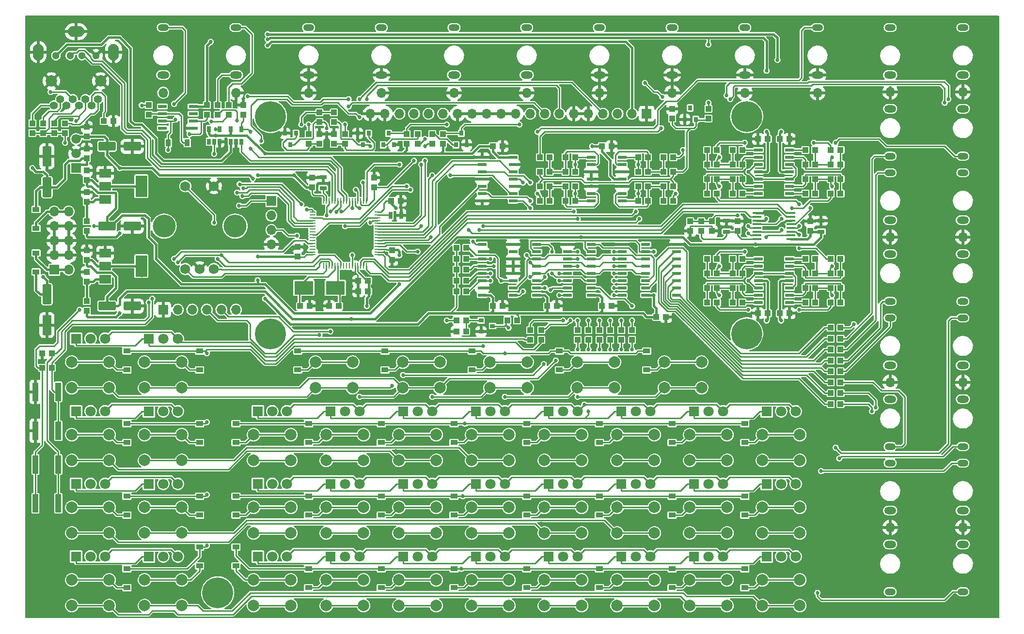
<source format=gtl>
G04 #@! TF.GenerationSoftware,KiCad,Pcbnew,6.0.1-79c1e3a40b~116~ubuntu21.04.1*
G04 #@! TF.CreationDate,2023-10-19T20:46:08+02:00*
G04 #@! TF.ProjectId,sequencer,73657175-656e-4636-9572-2e6b69636164,1.1*
G04 #@! TF.SameCoordinates,Original*
G04 #@! TF.FileFunction,Copper,L1,Top*
G04 #@! TF.FilePolarity,Positive*
%FSLAX46Y46*%
G04 Gerber Fmt 4.6, Leading zero omitted, Abs format (unit mm)*
G04 Created by KiCad (PCBNEW 6.0.1-79c1e3a40b~116~ubuntu21.04.1) date 2023-10-19 20:46:08*
%MOMM*%
%LPD*%
G01*
G04 APERTURE LIST*
G04 Aperture macros list*
%AMRoundRect*
0 Rectangle with rounded corners*
0 $1 Rounding radius*
0 $2 $3 $4 $5 $6 $7 $8 $9 X,Y pos of 4 corners*
0 Add a 4 corners polygon primitive as box body*
4,1,4,$2,$3,$4,$5,$6,$7,$8,$9,$2,$3,0*
0 Add four circle primitives for the rounded corners*
1,1,$1+$1,$2,$3*
1,1,$1+$1,$4,$5*
1,1,$1+$1,$6,$7*
1,1,$1+$1,$8,$9*
0 Add four rect primitives between the rounded corners*
20,1,$1+$1,$2,$3,$4,$5,0*
20,1,$1+$1,$4,$5,$6,$7,0*
20,1,$1+$1,$6,$7,$8,$9,0*
20,1,$1+$1,$8,$9,$2,$3,0*%
G04 Aperture macros list end*
G04 #@! TA.AperFunction,ComponentPad*
%ADD10C,2.000000*%
G04 #@! TD*
G04 #@! TA.AperFunction,SMDPad,CuDef*
%ADD11R,1.200000X0.900000*%
G04 #@! TD*
G04 #@! TA.AperFunction,ComponentPad*
%ADD12R,1.800000X1.800000*%
G04 #@! TD*
G04 #@! TA.AperFunction,ComponentPad*
%ADD13C,1.800000*%
G04 #@! TD*
G04 #@! TA.AperFunction,SMDPad,CuDef*
%ADD14R,1.000000X1.000000*%
G04 #@! TD*
G04 #@! TA.AperFunction,ComponentPad*
%ADD15C,1.750000*%
G04 #@! TD*
G04 #@! TA.AperFunction,ComponentPad*
%ADD16O,4.000000X4.000000*%
G04 #@! TD*
G04 #@! TA.AperFunction,SMDPad,CuDef*
%ADD17R,0.700000X1.300000*%
G04 #@! TD*
G04 #@! TA.AperFunction,SMDPad,CuDef*
%ADD18R,1.300000X0.700000*%
G04 #@! TD*
G04 #@! TA.AperFunction,WasherPad*
%ADD19C,5.400000*%
G04 #@! TD*
G04 #@! TA.AperFunction,ComponentPad*
%ADD20R,1.700000X1.700000*%
G04 #@! TD*
G04 #@! TA.AperFunction,ComponentPad*
%ADD21O,1.700000X1.700000*%
G04 #@! TD*
G04 #@! TA.AperFunction,ComponentPad*
%ADD22C,1.400000*%
G04 #@! TD*
G04 #@! TA.AperFunction,SMDPad,CuDef*
%ADD23R,0.900000X1.200000*%
G04 #@! TD*
G04 #@! TA.AperFunction,ComponentPad*
%ADD24C,1.300000*%
G04 #@! TD*
G04 #@! TA.AperFunction,ComponentPad*
%ADD25O,1.900000X2.900000*%
G04 #@! TD*
G04 #@! TA.AperFunction,ComponentPad*
%ADD26O,2.900000X1.900000*%
G04 #@! TD*
G04 #@! TA.AperFunction,ComponentPad*
%ADD27O,1.900000X1.200000*%
G04 #@! TD*
G04 #@! TA.AperFunction,ComponentPad*
%ADD28O,2.100000X1.300000*%
G04 #@! TD*
G04 #@! TA.AperFunction,ComponentPad*
%ADD29C,5.400000*%
G04 #@! TD*
G04 #@! TA.AperFunction,ComponentPad*
%ADD30C,0.700000*%
G04 #@! TD*
G04 #@! TA.AperFunction,SMDPad,CuDef*
%ADD31RoundRect,0.250000X-1.250000X-0.550000X1.250000X-0.550000X1.250000X0.550000X-1.250000X0.550000X0*%
G04 #@! TD*
G04 #@! TA.AperFunction,SMDPad,CuDef*
%ADD32RoundRect,0.250000X0.550000X-1.500000X0.550000X1.500000X-0.550000X1.500000X-0.550000X-1.500000X0*%
G04 #@! TD*
G04 #@! TA.AperFunction,SMDPad,CuDef*
%ADD33R,0.800000X0.900000*%
G04 #@! TD*
G04 #@! TA.AperFunction,SMDPad,CuDef*
%ADD34R,0.900000X0.800000*%
G04 #@! TD*
G04 #@! TA.AperFunction,SMDPad,CuDef*
%ADD35R,1.000000X3.200000*%
G04 #@! TD*
G04 #@! TA.AperFunction,SMDPad,CuDef*
%ADD36R,1.550000X0.600000*%
G04 #@! TD*
G04 #@! TA.AperFunction,SMDPad,CuDef*
%ADD37R,0.650000X1.060000*%
G04 #@! TD*
G04 #@! TA.AperFunction,SMDPad,CuDef*
%ADD38R,1.500000X0.600000*%
G04 #@! TD*
G04 #@! TA.AperFunction,SMDPad,CuDef*
%ADD39R,2.000000X1.500000*%
G04 #@! TD*
G04 #@! TA.AperFunction,SMDPad,CuDef*
%ADD40R,2.000000X3.800000*%
G04 #@! TD*
G04 #@! TA.AperFunction,SMDPad,CuDef*
%ADD41R,1.500000X0.450000*%
G04 #@! TD*
G04 #@! TA.AperFunction,SMDPad,CuDef*
%ADD42R,0.250000X1.000000*%
G04 #@! TD*
G04 #@! TA.AperFunction,SMDPad,CuDef*
%ADD43R,1.000000X0.250000*%
G04 #@! TD*
G04 #@! TA.AperFunction,SMDPad,CuDef*
%ADD44R,3.325000X2.400000*%
G04 #@! TD*
G04 #@! TA.AperFunction,ComponentPad*
%ADD45R,1.676400X1.676400*%
G04 #@! TD*
G04 #@! TA.AperFunction,ComponentPad*
%ADD46C,1.676400*%
G04 #@! TD*
G04 #@! TA.AperFunction,ViaPad*
%ADD47C,0.685800*%
G04 #@! TD*
G04 #@! TA.AperFunction,Conductor*
%ADD48C,0.254000*%
G04 #@! TD*
G04 #@! TA.AperFunction,Conductor*
%ADD49C,0.406400*%
G04 #@! TD*
G04 APERTURE END LIST*
D10*
X128195000Y-103850000D03*
X134695000Y-103850000D03*
X128195000Y-99350000D03*
X134695000Y-99350000D03*
X143435000Y-103850000D03*
X149935000Y-103850000D03*
X143435000Y-99350000D03*
X149935000Y-99350000D03*
X158675000Y-103850000D03*
X165175000Y-103850000D03*
X158675000Y-99350000D03*
X165175000Y-99350000D03*
X173915000Y-103850000D03*
X180415000Y-103850000D03*
X173915000Y-99350000D03*
X180415000Y-99350000D03*
X189155000Y-103850000D03*
X195655000Y-103850000D03*
X189155000Y-99350000D03*
X195655000Y-99350000D03*
X85650000Y-103850000D03*
X92150000Y-103850000D03*
X85650000Y-99350000D03*
X92150000Y-99350000D03*
X98350000Y-103850000D03*
X104850000Y-103850000D03*
X98350000Y-99350000D03*
X104850000Y-99350000D03*
X85650000Y-116550000D03*
X92150000Y-116550000D03*
X85650000Y-112050000D03*
X92150000Y-112050000D03*
X98350000Y-116550000D03*
X104850000Y-116550000D03*
X98350000Y-112050000D03*
X104850000Y-112050000D03*
X85650000Y-129250000D03*
X92150000Y-129250000D03*
X85650000Y-124750000D03*
X92150000Y-124750000D03*
X98350000Y-129250000D03*
X104850000Y-129250000D03*
X98350000Y-124750000D03*
X104850000Y-124750000D03*
X85650000Y-141950000D03*
X92150000Y-141950000D03*
X85650000Y-137450000D03*
X92150000Y-137450000D03*
X98350000Y-141950000D03*
X104850000Y-141950000D03*
X98350000Y-137450000D03*
X104850000Y-137450000D03*
X117400000Y-116550000D03*
X123900000Y-116550000D03*
X117400000Y-112050000D03*
X123900000Y-112050000D03*
X130100000Y-116550000D03*
X136600000Y-116550000D03*
X130100000Y-112050000D03*
X136600000Y-112050000D03*
X142800000Y-116550000D03*
X149300000Y-116550000D03*
X142800000Y-112050000D03*
X149300000Y-112050000D03*
X155500000Y-116550000D03*
X162000000Y-116550000D03*
X155500000Y-112050000D03*
X162000000Y-112050000D03*
X168200000Y-116550000D03*
X174700000Y-116550000D03*
X168200000Y-112050000D03*
X174700000Y-112050000D03*
X180900000Y-116550000D03*
X187400000Y-116550000D03*
X180900000Y-112050000D03*
X187400000Y-112050000D03*
X193600000Y-116550000D03*
X200100000Y-116550000D03*
X193600000Y-112050000D03*
X200100000Y-112050000D03*
X206300000Y-116550000D03*
X212800000Y-116550000D03*
X206300000Y-112050000D03*
X212800000Y-112050000D03*
X117400000Y-129250000D03*
X123900000Y-129250000D03*
X117400000Y-124750000D03*
X123900000Y-124750000D03*
X130100000Y-129250000D03*
X136600000Y-129250000D03*
X130100000Y-124750000D03*
X136600000Y-124750000D03*
X142800000Y-129250000D03*
X149300000Y-129250000D03*
X142800000Y-124750000D03*
X149300000Y-124750000D03*
X155500000Y-129250000D03*
X162000000Y-129250000D03*
X155500000Y-124750000D03*
X162000000Y-124750000D03*
X168200000Y-129250000D03*
X174700000Y-129250000D03*
X168200000Y-124750000D03*
X174700000Y-124750000D03*
X180900000Y-129250000D03*
X187400000Y-129250000D03*
X180900000Y-124750000D03*
X187400000Y-124750000D03*
X193600000Y-129250000D03*
X200100000Y-129250000D03*
X193600000Y-124750000D03*
X200100000Y-124750000D03*
X206300000Y-129250000D03*
X212800000Y-129250000D03*
X206300000Y-124750000D03*
X212800000Y-124750000D03*
X117400000Y-141950000D03*
X123900000Y-141950000D03*
X117400000Y-137450000D03*
X123900000Y-137450000D03*
X130100000Y-141950000D03*
X136600000Y-141950000D03*
X130100000Y-137450000D03*
X136600000Y-137450000D03*
X142800000Y-141950000D03*
X149300000Y-141950000D03*
X142800000Y-137450000D03*
X149300000Y-137450000D03*
X155500000Y-141950000D03*
X162000000Y-141950000D03*
X155500000Y-137450000D03*
X162000000Y-137450000D03*
X168200000Y-141950000D03*
X174700000Y-141950000D03*
X168200000Y-137450000D03*
X174700000Y-137450000D03*
X180900000Y-141950000D03*
X187400000Y-141950000D03*
X180900000Y-137450000D03*
X187400000Y-137450000D03*
X193600000Y-141950000D03*
X200100000Y-141950000D03*
X193600000Y-137450000D03*
X200100000Y-137450000D03*
X206300000Y-141950000D03*
X212800000Y-141950000D03*
X206300000Y-137450000D03*
X212800000Y-137450000D03*
D11*
X125095000Y-100710000D03*
X125095000Y-97410000D03*
X140335000Y-100710000D03*
X140335000Y-97410000D03*
X155575000Y-100710000D03*
X155575000Y-97410000D03*
X170815000Y-100710000D03*
X170815000Y-97410000D03*
X186055000Y-100710000D03*
X186055000Y-97410000D03*
X95250000Y-100710000D03*
X95250000Y-97410000D03*
X107950000Y-100710000D03*
X107950000Y-97410000D03*
X95250000Y-113410000D03*
X95250000Y-110110000D03*
X107950000Y-113410000D03*
X107950000Y-110110000D03*
X95250000Y-126110000D03*
X95250000Y-122810000D03*
X107950000Y-126110000D03*
X107950000Y-122810000D03*
X95250000Y-138810000D03*
X95250000Y-135510000D03*
X107950000Y-135000000D03*
X107950000Y-131700000D03*
X114300000Y-113410000D03*
X114300000Y-110110000D03*
X127000000Y-113410000D03*
X127000000Y-110110000D03*
X139700000Y-113410000D03*
X139700000Y-110110000D03*
X152400000Y-113410000D03*
X152400000Y-110110000D03*
X165100000Y-113410000D03*
X165100000Y-110110000D03*
X177800000Y-113410000D03*
X177800000Y-110110000D03*
X190500000Y-113410000D03*
X190500000Y-110110000D03*
X203200000Y-113410000D03*
X203200000Y-110110000D03*
X114300000Y-126110000D03*
X114300000Y-122810000D03*
X127000000Y-126110000D03*
X127000000Y-122810000D03*
X139700000Y-126110000D03*
X139700000Y-122810000D03*
X152400000Y-126110000D03*
X152400000Y-122810000D03*
X165100000Y-126110000D03*
X165100000Y-122810000D03*
X177800000Y-126110000D03*
X177800000Y-122810000D03*
X190500000Y-126110000D03*
X190500000Y-122810000D03*
X203200000Y-126110000D03*
X203200000Y-122810000D03*
X114300000Y-135000000D03*
X114300000Y-131700000D03*
X127000000Y-138810000D03*
X127000000Y-135510000D03*
X139700000Y-138810000D03*
X139700000Y-135510000D03*
X152400000Y-138810000D03*
X152400000Y-135510000D03*
X165100000Y-138810000D03*
X165100000Y-135510000D03*
X177800000Y-138810000D03*
X177800000Y-135510000D03*
X190500000Y-138810000D03*
X190500000Y-135510000D03*
X203200000Y-138810000D03*
X203200000Y-135510000D03*
D12*
X86360000Y-95250000D03*
D13*
X88900000Y-95250000D03*
X91440000Y-95250000D03*
D12*
X99060000Y-95250000D03*
D13*
X101600000Y-95250000D03*
X104140000Y-95250000D03*
D12*
X86360000Y-107950000D03*
D13*
X88900000Y-107950000D03*
X91440000Y-107950000D03*
D12*
X99060000Y-107950000D03*
D13*
X101600000Y-107950000D03*
X104140000Y-107950000D03*
D12*
X86360000Y-120650000D03*
D13*
X88900000Y-120650000D03*
X91440000Y-120650000D03*
D12*
X99060000Y-120650000D03*
D13*
X101600000Y-120650000D03*
X104140000Y-120650000D03*
D12*
X86360000Y-133350000D03*
D13*
X88900000Y-133350000D03*
X91440000Y-133350000D03*
D12*
X99060000Y-133350000D03*
D13*
X101600000Y-133350000D03*
X104140000Y-133350000D03*
D12*
X118110000Y-107950000D03*
D13*
X120650000Y-107950000D03*
X123190000Y-107950000D03*
D12*
X130810000Y-107950000D03*
D13*
X133350000Y-107950000D03*
X135890000Y-107950000D03*
D12*
X143510000Y-107950000D03*
D13*
X146050000Y-107950000D03*
X148590000Y-107950000D03*
D12*
X156210000Y-107950000D03*
D13*
X158750000Y-107950000D03*
X161290000Y-107950000D03*
D12*
X168910000Y-107950000D03*
D13*
X171450000Y-107950000D03*
X173990000Y-107950000D03*
D12*
X181610000Y-107950000D03*
D13*
X184150000Y-107950000D03*
X186690000Y-107950000D03*
D12*
X194310000Y-107950000D03*
D13*
X196850000Y-107950000D03*
X199390000Y-107950000D03*
D12*
X207010000Y-107950000D03*
D13*
X209550000Y-107950000D03*
X212090000Y-107950000D03*
D12*
X118110000Y-120650000D03*
D13*
X120650000Y-120650000D03*
X123190000Y-120650000D03*
D12*
X130810000Y-120650000D03*
D13*
X133350000Y-120650000D03*
X135890000Y-120650000D03*
D12*
X143510000Y-120650000D03*
D13*
X146050000Y-120650000D03*
X148590000Y-120650000D03*
D12*
X156210000Y-120650000D03*
D13*
X158750000Y-120650000D03*
X161290000Y-120650000D03*
D12*
X168910000Y-120650000D03*
D13*
X171450000Y-120650000D03*
X173990000Y-120650000D03*
D12*
X181610000Y-120650000D03*
D13*
X184150000Y-120650000D03*
X186690000Y-120650000D03*
D12*
X194310000Y-120650000D03*
D13*
X196850000Y-120650000D03*
X199390000Y-120650000D03*
D12*
X207010000Y-120650000D03*
D13*
X209550000Y-120650000D03*
X212090000Y-120650000D03*
D12*
X118110000Y-133350000D03*
D13*
X120650000Y-133350000D03*
X123190000Y-133350000D03*
D12*
X130810000Y-133350000D03*
D13*
X133350000Y-133350000D03*
X135890000Y-133350000D03*
D12*
X143510000Y-133350000D03*
D13*
X146050000Y-133350000D03*
X148590000Y-133350000D03*
D12*
X156210000Y-133350000D03*
D13*
X158750000Y-133350000D03*
X161290000Y-133350000D03*
D12*
X168910000Y-133350000D03*
D13*
X171450000Y-133350000D03*
X173990000Y-133350000D03*
D12*
X181610000Y-133350000D03*
D13*
X184150000Y-133350000D03*
X186690000Y-133350000D03*
D12*
X194310000Y-133350000D03*
D13*
X196850000Y-133350000D03*
X199390000Y-133350000D03*
D12*
X207010000Y-133350000D03*
D13*
X209550000Y-133350000D03*
X212090000Y-133350000D03*
D14*
X159170000Y-61595000D03*
X160870000Y-61595000D03*
X159170000Y-89535000D03*
X160870000Y-89535000D03*
X168695000Y-89535000D03*
X170395000Y-89535000D03*
X178220000Y-89535000D03*
X179920000Y-89535000D03*
X187745000Y-91440000D03*
X189445000Y-91440000D03*
D15*
X105450000Y-83065000D03*
X110450000Y-83065000D03*
X107950000Y-83065000D03*
X105450000Y-68565000D03*
X110450000Y-68565000D03*
D16*
X114150000Y-75565000D03*
X101750000Y-75565000D03*
D17*
X143190000Y-73660000D03*
X141290000Y-73660000D03*
D18*
X129540000Y-66995000D03*
X129540000Y-68895000D03*
D14*
X127215000Y-89535000D03*
X125515000Y-89535000D03*
X130595000Y-89535000D03*
X132295000Y-89535000D03*
X219925000Y-93345000D03*
X218225000Y-93345000D03*
X219925000Y-95250000D03*
X218225000Y-95250000D03*
X219925000Y-97155000D03*
X218225000Y-97155000D03*
X219925000Y-99060000D03*
X218225000Y-99060000D03*
X219925000Y-100965000D03*
X218225000Y-100965000D03*
X219925000Y-102870000D03*
X218225000Y-102870000D03*
X219925000Y-104775000D03*
X218225000Y-104775000D03*
X219925000Y-106680000D03*
X218225000Y-106680000D03*
X128905000Y-55665000D03*
X128905000Y-57365000D03*
X144145000Y-61175000D03*
X144145000Y-59475000D03*
X127000000Y-61175000D03*
X127000000Y-59475000D03*
X146050000Y-59475000D03*
X146050000Y-61175000D03*
X131445000Y-55665000D03*
X131445000Y-57365000D03*
X150495000Y-61175000D03*
X150495000Y-59475000D03*
X133350000Y-61175000D03*
X133350000Y-59475000D03*
X148590000Y-59475000D03*
X148590000Y-61175000D03*
D19*
X203525000Y-56380000D03*
X120325000Y-56380000D03*
X120325000Y-94380000D03*
X203525000Y-94380000D03*
D20*
X186055000Y-55880000D03*
D21*
X183515000Y-55880000D03*
X180975000Y-55880000D03*
X178435000Y-55880000D03*
X175895000Y-55880000D03*
X173355000Y-55880000D03*
X170815000Y-55880000D03*
X168275000Y-55880000D03*
X165735000Y-55880000D03*
X163195000Y-55880000D03*
X160655000Y-55880000D03*
X158115000Y-55880000D03*
X155575000Y-55880000D03*
X153035000Y-55880000D03*
X150495000Y-55880000D03*
X147955000Y-55880000D03*
X145415000Y-55880000D03*
X142875000Y-55880000D03*
X140335000Y-55880000D03*
X137795000Y-55880000D03*
D22*
X90210000Y-53340000D03*
X89110000Y-54440000D03*
X88010000Y-53340000D03*
X86910000Y-54440000D03*
X85810000Y-53340000D03*
X84710000Y-54440000D03*
X83610000Y-53340000D03*
X82510000Y-54440000D03*
D10*
X82060000Y-50170000D03*
X90660000Y-50170000D03*
D14*
X80430000Y-100330000D03*
X82130000Y-100330000D03*
X82130000Y-97790000D03*
X80430000Y-97790000D03*
X184570000Y-71120000D03*
X186270000Y-71120000D03*
X184570000Y-63500000D03*
X186270000Y-63500000D03*
X173570000Y-63500000D03*
X171870000Y-63500000D03*
X173570000Y-71120000D03*
X171870000Y-71120000D03*
X178220000Y-61595000D03*
X179920000Y-61595000D03*
X184570000Y-68580000D03*
X186270000Y-68580000D03*
X184570000Y-66040000D03*
X186270000Y-66040000D03*
X189015000Y-68580000D03*
X190715000Y-68580000D03*
X189015000Y-66040000D03*
X190715000Y-66040000D03*
X189015000Y-71120000D03*
X190715000Y-71120000D03*
X189015000Y-63500000D03*
X190715000Y-63500000D03*
X173570000Y-66040000D03*
X171870000Y-66040000D03*
X173570000Y-68580000D03*
X171870000Y-68580000D03*
X169125000Y-66040000D03*
X167425000Y-66040000D03*
X169125000Y-68580000D03*
X167425000Y-68580000D03*
X169125000Y-63500000D03*
X167425000Y-63500000D03*
X169125000Y-71120000D03*
X167425000Y-71120000D03*
D23*
X105790000Y-60960000D03*
X102490000Y-60960000D03*
D14*
X109220000Y-54395000D03*
X109220000Y-56095000D03*
X99060000Y-56095000D03*
X99060000Y-54395000D03*
X113030000Y-56095000D03*
X113030000Y-54395000D03*
X111125000Y-56095000D03*
X111125000Y-54395000D03*
D24*
X82860000Y-45720000D03*
X85360000Y-45720000D03*
X87360000Y-45720000D03*
X89860000Y-45720000D03*
D25*
X79790000Y-45120000D03*
D26*
X86360000Y-41540000D03*
D25*
X92930000Y-45120000D03*
D14*
X88265000Y-71335000D03*
X88265000Y-69635000D03*
X88265000Y-67525000D03*
X88265000Y-65825000D03*
X88265000Y-85305000D03*
X88265000Y-83605000D03*
X88265000Y-81495000D03*
X88265000Y-79795000D03*
X190500000Y-56730000D03*
X190500000Y-55030000D03*
X88265000Y-63715000D03*
X88265000Y-62015000D03*
X88265000Y-59905000D03*
X88265000Y-58205000D03*
D11*
X79375000Y-72645000D03*
X79375000Y-75945000D03*
D14*
X88265000Y-74715000D03*
X88265000Y-76415000D03*
X88265000Y-88685000D03*
X88265000Y-90385000D03*
X196850000Y-55030000D03*
X196850000Y-56730000D03*
X115570000Y-56095000D03*
X115570000Y-54395000D03*
D11*
X79375000Y-80265000D03*
X79375000Y-83565000D03*
D14*
X215480000Y-62230000D03*
X213780000Y-62230000D03*
X125095000Y-80860000D03*
X125095000Y-79160000D03*
X141605000Y-79795000D03*
X141605000Y-81495000D03*
X141390000Y-71120000D03*
X143090000Y-71120000D03*
X127635000Y-68795000D03*
X127635000Y-67095000D03*
X137375000Y-86995000D03*
X135675000Y-86995000D03*
X137375000Y-85090000D03*
X135675000Y-85090000D03*
X218225000Y-67310000D03*
X219925000Y-67310000D03*
X218225000Y-64770000D03*
X219925000Y-64770000D03*
X198335000Y-64770000D03*
X196635000Y-64770000D03*
X198335000Y-67310000D03*
X196635000Y-67310000D03*
X218225000Y-86360000D03*
X219925000Y-86360000D03*
X218225000Y-83820000D03*
X219925000Y-83820000D03*
X198335000Y-83820000D03*
X196635000Y-83820000D03*
X198335000Y-86360000D03*
X196635000Y-86360000D03*
X209335000Y-60325000D03*
X211035000Y-60325000D03*
X209335000Y-90805000D03*
X211035000Y-90805000D03*
X205525000Y-60325000D03*
X207225000Y-60325000D03*
X205525000Y-90805000D03*
X207225000Y-90805000D03*
X215480000Y-69850000D03*
X213780000Y-69850000D03*
X201080000Y-62230000D03*
X202780000Y-62230000D03*
X201080000Y-69850000D03*
X202780000Y-69850000D03*
X219925000Y-69850000D03*
X218225000Y-69850000D03*
X215480000Y-67310000D03*
X213780000Y-67310000D03*
X219925000Y-62230000D03*
X218225000Y-62230000D03*
X215480000Y-64770000D03*
X213780000Y-64770000D03*
X196635000Y-62230000D03*
X198335000Y-62230000D03*
X201080000Y-64770000D03*
X202780000Y-64770000D03*
X196635000Y-69850000D03*
X198335000Y-69850000D03*
X201080000Y-67310000D03*
X202780000Y-67310000D03*
X215499434Y-88900000D03*
X213799434Y-88900000D03*
X215499434Y-81280000D03*
X213799434Y-81280000D03*
X201080000Y-81280000D03*
X202780000Y-81280000D03*
X201080000Y-88900000D03*
X202780000Y-88900000D03*
X219925000Y-88900000D03*
X218225000Y-88900000D03*
X215480000Y-86360000D03*
X213780000Y-86360000D03*
X219925000Y-81280000D03*
X218225000Y-81280000D03*
X215480000Y-83820000D03*
X213780000Y-83820000D03*
X196635000Y-81280000D03*
X198335000Y-81280000D03*
X201099434Y-83820000D03*
X202799434Y-83820000D03*
X196635000Y-88900000D03*
X198335000Y-88900000D03*
X201080000Y-86360000D03*
X202780000Y-86360000D03*
X152820000Y-81280000D03*
X154520000Y-81280000D03*
X152820000Y-83185000D03*
X154520000Y-83185000D03*
X152820000Y-85090000D03*
X154520000Y-85090000D03*
X152820000Y-86995000D03*
X154520000Y-86995000D03*
X152820000Y-79375000D03*
X154520000Y-79375000D03*
X183515000Y-95465000D03*
X183515000Y-93765000D03*
X181610000Y-95465000D03*
X181610000Y-93765000D03*
X179705000Y-95465000D03*
X179705000Y-93765000D03*
X177800000Y-95465000D03*
X177800000Y-93765000D03*
X175895000Y-95465000D03*
X175895000Y-93765000D03*
X173990000Y-95465000D03*
X173990000Y-93765000D03*
X167640000Y-95465000D03*
X167640000Y-93765000D03*
X165735000Y-95465000D03*
X165735000Y-93765000D03*
D18*
X200025000Y-76515000D03*
X200025000Y-74615000D03*
D14*
X201930000Y-76415000D03*
X201930000Y-74715000D03*
X214630000Y-76415000D03*
X214630000Y-74715000D03*
D18*
X216535000Y-76515000D03*
X216535000Y-74615000D03*
D14*
X197485000Y-74715000D03*
X197485000Y-76415000D03*
X195580000Y-76415000D03*
X195580000Y-74715000D03*
X193675000Y-74715000D03*
X193675000Y-76415000D03*
D21*
X127000000Y-52220000D03*
D27*
X127000000Y-40820000D03*
D28*
X127000000Y-49120000D03*
D21*
X152400000Y-52220000D03*
D27*
X152400000Y-40820000D03*
D28*
X152400000Y-49120000D03*
D21*
X241300000Y-52070000D03*
D27*
X241300000Y-40820000D03*
D28*
X241300000Y-49120000D03*
D21*
X241300000Y-52070000D03*
D27*
X241300000Y-63320000D03*
D28*
X241300000Y-55020000D03*
D21*
X241300000Y-77470000D03*
D27*
X241300000Y-66220000D03*
D28*
X241300000Y-74520000D03*
D21*
X241300000Y-77470000D03*
D27*
X241300000Y-88720000D03*
D28*
X241300000Y-80420000D03*
D21*
X241300000Y-102870000D03*
D27*
X241300000Y-91620000D03*
D28*
X241300000Y-99920000D03*
D21*
X241300000Y-102870000D03*
D27*
X241300000Y-114120000D03*
D28*
X241300000Y-105820000D03*
D21*
X241300000Y-128270000D03*
D27*
X241300000Y-117020000D03*
D28*
X241300000Y-125320000D03*
D21*
X241300000Y-128270000D03*
D27*
X241300000Y-139520000D03*
D28*
X241300000Y-131220000D03*
D21*
X177800000Y-52220000D03*
D27*
X177800000Y-40820000D03*
D28*
X177800000Y-49120000D03*
D21*
X190500000Y-52220000D03*
D27*
X190500000Y-40820000D03*
D28*
X190500000Y-49120000D03*
D21*
X203200000Y-52220000D03*
D27*
X203200000Y-40820000D03*
D28*
X203200000Y-49120000D03*
D21*
X215900000Y-52220000D03*
D27*
X215900000Y-40820000D03*
D28*
X215900000Y-49120000D03*
D21*
X228600000Y-52070000D03*
D27*
X228600000Y-40820000D03*
D28*
X228600000Y-49120000D03*
D21*
X228600000Y-52070000D03*
D27*
X228600000Y-63320000D03*
D28*
X228600000Y-55020000D03*
D21*
X228600000Y-77470000D03*
D27*
X228600000Y-66220000D03*
D28*
X228600000Y-74520000D03*
D21*
X228600000Y-77470000D03*
D27*
X228600000Y-88720000D03*
D28*
X228600000Y-80420000D03*
D21*
X228600000Y-102870000D03*
D27*
X228600000Y-91620000D03*
D28*
X228600000Y-99920000D03*
D21*
X228600000Y-102870000D03*
D27*
X228600000Y-114120000D03*
D28*
X228600000Y-105820000D03*
D21*
X228600000Y-128270000D03*
D27*
X228600000Y-117020000D03*
D28*
X228600000Y-125320000D03*
D21*
X228600000Y-128270000D03*
D27*
X228600000Y-139520000D03*
D28*
X228600000Y-131220000D03*
X101600000Y-49120000D03*
D21*
X101600000Y-52220000D03*
D27*
X101600000Y-40820000D03*
D28*
X114300000Y-49120000D03*
D21*
X114300000Y-52220000D03*
D27*
X114300000Y-40820000D03*
D21*
X139700000Y-52220000D03*
D27*
X139700000Y-40820000D03*
D28*
X139700000Y-49120000D03*
D21*
X165100000Y-52220000D03*
D27*
X165100000Y-40820000D03*
D28*
X165100000Y-49120000D03*
D29*
X111125000Y-139700000D03*
D14*
X78740000Y-57570000D03*
X78740000Y-59270000D03*
X80645000Y-57570000D03*
X80645000Y-59270000D03*
X82550000Y-57570000D03*
X82550000Y-59270000D03*
X84455000Y-57570000D03*
X84455000Y-59270000D03*
X163410000Y-92075000D03*
X161710000Y-92075000D03*
X92925000Y-57150000D03*
X91225000Y-57150000D03*
X154520000Y-92075000D03*
X152820000Y-92075000D03*
X154520000Y-93980000D03*
X152820000Y-93980000D03*
X138430000Y-68795000D03*
X138430000Y-67095000D03*
D30*
X78105000Y-39370000D03*
X90805000Y-39370000D03*
X103505000Y-39370000D03*
X116205000Y-39370000D03*
X128905000Y-39370000D03*
X141605000Y-39370000D03*
X154305000Y-39370000D03*
X167005000Y-39370000D03*
X179705000Y-39370000D03*
X192405000Y-39370000D03*
X205105000Y-39370000D03*
X217805000Y-39370000D03*
X230505000Y-39370000D03*
X247015000Y-39370000D03*
X78105000Y-52070000D03*
X92710000Y-51435000D03*
X103700000Y-52070000D03*
X116550000Y-50800000D03*
X130175000Y-54870000D03*
X144950000Y-49470000D03*
X157650000Y-49470000D03*
X170350000Y-49470000D03*
X180975000Y-53340000D03*
X193675000Y-53340000D03*
X205750000Y-52220000D03*
X217805000Y-52070000D03*
X230505000Y-52070000D03*
X247015000Y-52070000D03*
X78105000Y-64135000D03*
X90805000Y-64770000D03*
X105500000Y-62865000D03*
X114300000Y-64470000D03*
X125730000Y-69850000D03*
X141605000Y-66040000D03*
X153670000Y-67945000D03*
X165735000Y-64770000D03*
X182880000Y-60325000D03*
X192405000Y-67310000D03*
X203835000Y-59690000D03*
X216535000Y-59690000D03*
X230505000Y-64770000D03*
X247015000Y-64770000D03*
X78105000Y-77470000D03*
X90805000Y-78740000D03*
X103505000Y-77470000D03*
X115050000Y-78570000D03*
X132715000Y-77470000D03*
X141605000Y-82550000D03*
X155575000Y-72390000D03*
X186690000Y-74295000D03*
X191770000Y-76200000D03*
X205105000Y-80010000D03*
X217805000Y-77470000D03*
X230505000Y-77470000D03*
X247015000Y-77470000D03*
X78105000Y-90170000D03*
X89535000Y-90170000D03*
X103505000Y-88265000D03*
X116205000Y-90170000D03*
X128905000Y-88265000D03*
X141605000Y-90170000D03*
X154940000Y-89535000D03*
X167005000Y-89535000D03*
X183515000Y-88265000D03*
X191770000Y-92710000D03*
X201295000Y-91440000D03*
X217805000Y-90805000D03*
X230505000Y-90170000D03*
X247015000Y-90170000D03*
X78105000Y-102235000D03*
X91440000Y-102235000D03*
X104140000Y-102235000D03*
X116205000Y-102870000D03*
X128905000Y-101600000D03*
X142240000Y-101600000D03*
X154305000Y-102870000D03*
X167005000Y-103505000D03*
X179705000Y-102235000D03*
X192405000Y-102870000D03*
X205105000Y-102870000D03*
X230505000Y-102870000D03*
X247015000Y-102870000D03*
X78105000Y-115570000D03*
X91440000Y-114935000D03*
X104140000Y-114935000D03*
X115570000Y-116840000D03*
X128905000Y-115570000D03*
X142240000Y-114935000D03*
X154940000Y-114935000D03*
X167005000Y-115570000D03*
X179705000Y-115570000D03*
X192405000Y-115570000D03*
X205105000Y-115570000D03*
X217805000Y-115570000D03*
X234100000Y-114270000D03*
X247015000Y-115570000D03*
X78105000Y-128270000D03*
X91440000Y-127635000D03*
X104140000Y-127635000D03*
X115570000Y-129540000D03*
X128905000Y-128270000D03*
X141605000Y-128270000D03*
X154305000Y-128270000D03*
X167640000Y-127635000D03*
X180340000Y-127635000D03*
X192405000Y-128270000D03*
X205105000Y-128270000D03*
X217805000Y-128905000D03*
X230505000Y-128905000D03*
X247015000Y-128270000D03*
X78105000Y-143510000D03*
X90805000Y-143510000D03*
X102870000Y-143510000D03*
X116205000Y-143510000D03*
X128905000Y-143510000D03*
X141605000Y-143510000D03*
X154305000Y-143510000D03*
X167005000Y-143510000D03*
X179705000Y-143510000D03*
X192405000Y-143510000D03*
X205105000Y-143510000D03*
X217805000Y-143510000D03*
X230505000Y-143510000D03*
X247015000Y-143510000D03*
X163830000Y-93980000D03*
X200025000Y-75565000D03*
X145415000Y-66675000D03*
X134620000Y-88900000D03*
X96520000Y-91440000D03*
D14*
X128905000Y-61175000D03*
X128905000Y-59475000D03*
X131445000Y-61175000D03*
X131445000Y-59475000D03*
D30*
X130175000Y-60960000D03*
D31*
X91780000Y-61595000D03*
X96180000Y-61595000D03*
D32*
X81280000Y-68740000D03*
X81280000Y-63340000D03*
D31*
X91780000Y-75565000D03*
X96180000Y-75565000D03*
X91780000Y-89535000D03*
X96180000Y-89535000D03*
D32*
X81280000Y-92870000D03*
X81280000Y-87470000D03*
D33*
X192725000Y-56880000D03*
X194625000Y-56880000D03*
X193675000Y-54880000D03*
X124775000Y-59325000D03*
X122875000Y-59325000D03*
X123825000Y-61325000D03*
X137475000Y-59325000D03*
X135575000Y-59325000D03*
X136525000Y-61325000D03*
X140020000Y-61325000D03*
X141920000Y-61325000D03*
X140970000Y-59325000D03*
X152720000Y-61325000D03*
X154620000Y-61325000D03*
X153670000Y-59325000D03*
D34*
X157115000Y-92075000D03*
X157115000Y-93975000D03*
X159115000Y-93025000D03*
D35*
X79280000Y-111350000D03*
X79280000Y-104550000D03*
X83280000Y-111350000D03*
X83280000Y-104550000D03*
X83280000Y-124050000D03*
X83280000Y-117250000D03*
X79280000Y-124050000D03*
X79280000Y-117250000D03*
D36*
X101440000Y-54610000D03*
X101440000Y-55880000D03*
X101440000Y-57150000D03*
X101440000Y-58420000D03*
X106840000Y-58420000D03*
X106840000Y-57150000D03*
X106840000Y-55880000D03*
X106840000Y-54610000D03*
D37*
X109540000Y-60790000D03*
X110490000Y-60790000D03*
X111440000Y-60790000D03*
X111440000Y-58590000D03*
X109540000Y-58590000D03*
X113350000Y-60790000D03*
X114300000Y-60790000D03*
X115250000Y-60790000D03*
X115250000Y-58590000D03*
X113350000Y-58590000D03*
D38*
X210980000Y-69850000D03*
X210980000Y-68580000D03*
X210980000Y-67310000D03*
X210980000Y-66040000D03*
X210980000Y-64770000D03*
X210980000Y-63500000D03*
X210980000Y-62230000D03*
X205580000Y-62230000D03*
X205580000Y-63500000D03*
X205580000Y-64770000D03*
X205580000Y-66040000D03*
X205580000Y-67310000D03*
X205580000Y-68580000D03*
X205580000Y-69850000D03*
X157320000Y-63500000D03*
X157320000Y-64770000D03*
X157320000Y-66040000D03*
X157320000Y-67310000D03*
X157320000Y-68580000D03*
X157320000Y-69850000D03*
X157320000Y-71120000D03*
X162720000Y-71120000D03*
X162720000Y-69850000D03*
X162720000Y-68580000D03*
X162720000Y-67310000D03*
X162720000Y-66040000D03*
X162720000Y-64770000D03*
X162720000Y-63500000D03*
X181770000Y-71120000D03*
X181770000Y-69850000D03*
X181770000Y-68580000D03*
X181770000Y-67310000D03*
X181770000Y-66040000D03*
X181770000Y-64770000D03*
X181770000Y-63500000D03*
X176370000Y-63500000D03*
X176370000Y-64770000D03*
X176370000Y-66040000D03*
X176370000Y-67310000D03*
X176370000Y-68580000D03*
X176370000Y-69850000D03*
X176370000Y-71120000D03*
D39*
X91465000Y-66280000D03*
X91465000Y-68580000D03*
D40*
X97765000Y-68580000D03*
D39*
X91465000Y-70880000D03*
D41*
X205330000Y-73290000D03*
X205330000Y-73940000D03*
X205330000Y-74590000D03*
X205330000Y-75240000D03*
X205330000Y-75890000D03*
X205330000Y-76540000D03*
X205330000Y-77190000D03*
X205330000Y-77840000D03*
X211230000Y-77840000D03*
X211230000Y-77190000D03*
X211230000Y-76540000D03*
X211230000Y-75890000D03*
X211230000Y-75240000D03*
X211230000Y-74590000D03*
X211230000Y-73940000D03*
X211230000Y-73290000D03*
D42*
X129600000Y-82520000D03*
X130100000Y-82520000D03*
X130600000Y-82520000D03*
X131100000Y-82520000D03*
X131600000Y-82520000D03*
X132100000Y-82520000D03*
X132600000Y-82520000D03*
X133100000Y-82520000D03*
X133600000Y-82520000D03*
X134100000Y-82520000D03*
X134600000Y-82520000D03*
X135100000Y-82520000D03*
X135600000Y-82520000D03*
X136100000Y-82520000D03*
X136600000Y-82520000D03*
X137100000Y-82520000D03*
D43*
X139050000Y-80570000D03*
X139050000Y-80070000D03*
X139050000Y-79570000D03*
X139050000Y-79070000D03*
X139050000Y-78570000D03*
X139050000Y-78070000D03*
X139050000Y-77570000D03*
X139050000Y-77070000D03*
X139050000Y-76570000D03*
X139050000Y-76070000D03*
X139050000Y-75570000D03*
X139050000Y-75070000D03*
X139050000Y-74570000D03*
X139050000Y-74070000D03*
X139050000Y-73570000D03*
X139050000Y-73070000D03*
D42*
X137100000Y-71120000D03*
X136600000Y-71120000D03*
X136100000Y-71120000D03*
X135600000Y-71120000D03*
X135100000Y-71120000D03*
X134600000Y-71120000D03*
X134100000Y-71120000D03*
X133600000Y-71120000D03*
X133100000Y-71120000D03*
X132600000Y-71120000D03*
X132100000Y-71120000D03*
X131600000Y-71120000D03*
X131100000Y-71120000D03*
X130600000Y-71120000D03*
X130100000Y-71120000D03*
X129600000Y-71120000D03*
D43*
X127650000Y-73070000D03*
X127650000Y-73570000D03*
X127650000Y-74070000D03*
X127650000Y-74570000D03*
X127650000Y-75070000D03*
X127650000Y-75570000D03*
X127650000Y-76070000D03*
X127650000Y-76570000D03*
X127650000Y-77070000D03*
X127650000Y-77570000D03*
X127650000Y-78070000D03*
X127650000Y-78570000D03*
X127650000Y-79070000D03*
X127650000Y-79570000D03*
X127650000Y-80070000D03*
X127650000Y-80570000D03*
D39*
X91465000Y-80250000D03*
D40*
X97765000Y-82550000D03*
D39*
X91465000Y-82550000D03*
X91465000Y-84850000D03*
D38*
X162720000Y-87630000D03*
X162720000Y-86360000D03*
X162720000Y-85090000D03*
X162720000Y-83820000D03*
X162720000Y-82550000D03*
X162720000Y-81280000D03*
X162720000Y-80010000D03*
X162720000Y-78740000D03*
X157320000Y-78740000D03*
X157320000Y-80010000D03*
X157320000Y-81280000D03*
X157320000Y-82550000D03*
X157320000Y-83820000D03*
X157320000Y-85090000D03*
X157320000Y-86360000D03*
X157320000Y-87630000D03*
X172245000Y-87630000D03*
X172245000Y-86360000D03*
X172245000Y-85090000D03*
X172245000Y-83820000D03*
X172245000Y-82550000D03*
X172245000Y-81280000D03*
X172245000Y-80010000D03*
X172245000Y-78740000D03*
X166845000Y-78740000D03*
X166845000Y-80010000D03*
X166845000Y-81280000D03*
X166845000Y-82550000D03*
X166845000Y-83820000D03*
X166845000Y-85090000D03*
X166845000Y-86360000D03*
X166845000Y-87630000D03*
X181770000Y-87630000D03*
X181770000Y-86360000D03*
X181770000Y-85090000D03*
X181770000Y-83820000D03*
X181770000Y-82550000D03*
X181770000Y-81280000D03*
X181770000Y-80010000D03*
X181770000Y-78740000D03*
X176370000Y-78740000D03*
X176370000Y-80010000D03*
X176370000Y-81280000D03*
X176370000Y-82550000D03*
X176370000Y-83820000D03*
X176370000Y-85090000D03*
X176370000Y-86360000D03*
X176370000Y-87630000D03*
X191295000Y-87630000D03*
X191295000Y-86360000D03*
X191295000Y-85090000D03*
X191295000Y-83820000D03*
X191295000Y-82550000D03*
X191295000Y-81280000D03*
X191295000Y-80010000D03*
X191295000Y-78740000D03*
X185895000Y-78740000D03*
X185895000Y-80010000D03*
X185895000Y-81280000D03*
X185895000Y-82550000D03*
X185895000Y-83820000D03*
X185895000Y-85090000D03*
X185895000Y-86360000D03*
X185895000Y-87630000D03*
X210999434Y-88900000D03*
X210999434Y-87630000D03*
X210999434Y-86360000D03*
X210999434Y-85090000D03*
X210999434Y-83820000D03*
X210999434Y-82550000D03*
X210999434Y-81280000D03*
X205599434Y-81280000D03*
X205599434Y-82550000D03*
X205599434Y-83820000D03*
X205599434Y-85090000D03*
X205599434Y-86360000D03*
X205599434Y-87630000D03*
X205599434Y-88900000D03*
D44*
X131667500Y-86360000D03*
X126142500Y-86360000D03*
D45*
X86360000Y-65405000D03*
D46*
X86360000Y-62865000D03*
X86360000Y-60325000D03*
D20*
X82550000Y-83185000D03*
D21*
X85090000Y-83185000D03*
X82550000Y-80645000D03*
X85090000Y-80645000D03*
X82550000Y-78105000D03*
X85090000Y-78105000D03*
X82550000Y-75565000D03*
X85090000Y-75565000D03*
X82550000Y-73025000D03*
X85090000Y-73025000D03*
D20*
X101600000Y-90170000D03*
D21*
X104140000Y-90170000D03*
X106680000Y-90170000D03*
X109220000Y-90170000D03*
X111760000Y-90170000D03*
X114300000Y-90170000D03*
D20*
X120500000Y-71170000D03*
D21*
X120500000Y-73710000D03*
X120500000Y-76250000D03*
X120500000Y-78790000D03*
D47*
X177800000Y-67310000D03*
X158750000Y-71120000D03*
X162560000Y-89535000D03*
X189865000Y-78740000D03*
X142875000Y-60960000D03*
X126365000Y-66675000D03*
X155575006Y-93980000D03*
X180403510Y-66040000D03*
X183515000Y-78740000D03*
X114300000Y-62230000D03*
X123825000Y-80010000D03*
X191135000Y-91440000D03*
X172085000Y-89535000D03*
X170815000Y-78740000D03*
X80645000Y-99060000D03*
X161290000Y-78740000D03*
X180340000Y-68580000D03*
X181610000Y-89535000D03*
X209837955Y-75264597D03*
X128905000Y-89535000D03*
X177736490Y-66040000D03*
X151130000Y-93980000D03*
X206699559Y-73058619D03*
X158750000Y-67310000D03*
X158750000Y-63500000D03*
X121920000Y-59690000D03*
X177800000Y-68580000D03*
X209550000Y-92075000D03*
X119850000Y-41970000D03*
X209550000Y-59055000D03*
X208900000Y-46470000D03*
X78740000Y-65405000D03*
X196850000Y-43770000D03*
X80645000Y-84455000D03*
X196850000Y-53975000D03*
X119850000Y-42870000D03*
X207010000Y-59055000D03*
X207010000Y-48370000D03*
X207010000Y-92075000D03*
X118100000Y-85020000D03*
X109900000Y-43320000D03*
X86995000Y-90170000D03*
X89535000Y-75565000D03*
X142875000Y-85725000D03*
X84455000Y-60960000D03*
X142240000Y-72390000D03*
X118100000Y-66670000D03*
X142875000Y-80645000D03*
X119850000Y-43920000D03*
X118100000Y-80870000D03*
X125730000Y-57785000D03*
X124460000Y-66675000D03*
X93980000Y-90805000D03*
X93980000Y-76835000D03*
X110800000Y-59720000D03*
X187325000Y-87630000D03*
X187325000Y-80010000D03*
X93980000Y-65405000D03*
X119380000Y-62865000D03*
X117250000Y-67220000D03*
X119380000Y-88265000D03*
X141605000Y-103505000D03*
X168084350Y-99694876D03*
X143510000Y-101600000D03*
X168275000Y-86360000D03*
X135890000Y-105410000D03*
X170180349Y-99060000D03*
X170815972Y-87630972D03*
X148590000Y-105410000D03*
X169260028Y-86703903D03*
X170815000Y-85090000D03*
X161290000Y-105410000D03*
X170815000Y-83820000D03*
X173990000Y-105410000D03*
X173990000Y-82550000D03*
X173990000Y-81280000D03*
X173990000Y-80010000D03*
X158750000Y-81280000D03*
X153670000Y-135510000D03*
X175895000Y-107950000D03*
X175895000Y-97155000D03*
X175169401Y-106770599D03*
X173990000Y-97155000D03*
X179705000Y-97155000D03*
X177800000Y-97155000D03*
X183515000Y-97155000D03*
X181610000Y-97155000D03*
X114850000Y-71970000D03*
X99695000Y-88265000D03*
X104140004Y-81915000D03*
X111760000Y-80645000D03*
X130810000Y-73025000D03*
X128905000Y-94615000D03*
X130810000Y-93980000D03*
X131855853Y-73045934D03*
X130175000Y-58420000D03*
X133350000Y-75565000D03*
X99060000Y-88900000D03*
X103505000Y-81280000D03*
X184150000Y-73025000D03*
X184570000Y-69850000D03*
X184570000Y-64770000D03*
X184785000Y-74295000D03*
X173570000Y-64770000D03*
X173990000Y-74295000D03*
X173570000Y-69850000D03*
X173355000Y-73025000D03*
X86360000Y-57150000D03*
X115450000Y-70320000D03*
X81915008Y-52070000D03*
X114500000Y-69670000D03*
X114950000Y-68220000D03*
X132715000Y-73025000D03*
X125730000Y-71755000D03*
X124950000Y-77220000D03*
X130175000Y-73660000D03*
X126650000Y-72620000D03*
X137795000Y-61595000D03*
X137795006Y-74930000D03*
X102450000Y-62220000D03*
X103750000Y-56920000D03*
X134620000Y-72390000D03*
X116350000Y-52870000D03*
X133985000Y-53340000D03*
X106200000Y-59470000D03*
X134456624Y-91757734D03*
X176530000Y-61595000D03*
X137160000Y-89535000D03*
X205105000Y-78740000D03*
X206946490Y-74295000D03*
X174625000Y-77470000D03*
X116840000Y-62020000D03*
X116840000Y-59055000D03*
X218440000Y-68580000D03*
X219075000Y-60960000D03*
X218440000Y-63500000D03*
X238760000Y-53340000D03*
X200025000Y-52705000D03*
X198755000Y-63500000D03*
X200659992Y-53340000D03*
X238125000Y-53975000D03*
X198755000Y-68580000D03*
X219075000Y-114300000D03*
X218440000Y-87630000D03*
X218440000Y-82550000D03*
X219710000Y-116204996D03*
X198755000Y-82550000D03*
X216535000Y-118405000D03*
X198755000Y-87630000D03*
X215900000Y-139700000D03*
X209613510Y-74295000D03*
X211455000Y-72390000D03*
X203200000Y-60960000D03*
X203835000Y-75565000D03*
X212725000Y-90170000D03*
X209613510Y-76200000D03*
X203835000Y-76835000D03*
X203200000Y-80010000D03*
X203835000Y-90170000D03*
X206946490Y-77469996D03*
X212725000Y-79438510D03*
X212725000Y-77038213D03*
X212725000Y-71755000D03*
X212725000Y-75565000D03*
X215265000Y-60960000D03*
X214630000Y-72390000D03*
X179705000Y-92075000D03*
X180340000Y-86360000D03*
X180340000Y-85090000D03*
X177800000Y-92075000D03*
X175895000Y-92075000D03*
X180340000Y-83820000D03*
X173990000Y-92075000D03*
X180340000Y-82550000D03*
X180340000Y-81280000D03*
X172720000Y-92075000D03*
X180340000Y-80010000D03*
X171450000Y-92075000D03*
X135890000Y-53340000D03*
X135255000Y-69215010D03*
X136525000Y-67945006D03*
X137160000Y-53340000D03*
X133985000Y-54610000D03*
X134620000Y-80645000D03*
X145415000Y-64135000D03*
X142875000Y-64770000D03*
X148590000Y-66675000D03*
X151765000Y-66675000D03*
X155702000Y-78232000D03*
X148373259Y-77457310D03*
X110490000Y-74930000D03*
X111125000Y-81280000D03*
X144780000Y-69215000D03*
X156845000Y-76200000D03*
X157480000Y-75565000D03*
X144145000Y-68580000D03*
X203835000Y-66040000D03*
X201930000Y-73660000D03*
X203835000Y-85090000D03*
X147320000Y-60325000D03*
X146685000Y-64770000D03*
X147320000Y-61595000D03*
X147320000Y-64135000D03*
X146685000Y-75565000D03*
X154940000Y-76200000D03*
X169545000Y-80010000D03*
X169545000Y-83820000D03*
X115550000Y-68920000D03*
X165732405Y-84452586D03*
X161925000Y-93345000D03*
X151130000Y-92075000D03*
X146050000Y-80010000D03*
X110000000Y-57220000D03*
X135882335Y-72400403D03*
X118700000Y-60670000D03*
X110500000Y-62920000D03*
X135890000Y-56515000D03*
X168275000Y-84454994D03*
X165735000Y-67945000D03*
X165735000Y-71120000D03*
X165100000Y-80645000D03*
X165735004Y-72390000D03*
X165732405Y-81917414D03*
X164465000Y-67945000D03*
X164465000Y-86995000D03*
X181610000Y-92075000D03*
X180340000Y-87630000D03*
X183515000Y-92075000D03*
X183515000Y-89535000D03*
X127000000Y-57785000D03*
X133350000Y-57785000D03*
X151130000Y-57785000D03*
X163830000Y-57785004D03*
X191135000Y-69850000D03*
X185750000Y-50520000D03*
X188800000Y-52970000D03*
X188595000Y-58420000D03*
X192405000Y-62230000D03*
X167005000Y-69850000D03*
X167005000Y-59055000D03*
X109220000Y-131445000D03*
X158750000Y-85090000D03*
X157480000Y-96520000D03*
X109220000Y-97790000D03*
X109220000Y-109855000D03*
X109220000Y-122555000D03*
X160655000Y-85090000D03*
X161290000Y-97790000D03*
X158750000Y-83820000D03*
X154305000Y-110110000D03*
X153936792Y-122810000D03*
X159385000Y-82550000D03*
X222250000Y-92710000D03*
X226060000Y-107315000D03*
X225425000Y-107950000D03*
X103500000Y-54170000D03*
X97850000Y-54420000D03*
X114500000Y-57120000D03*
X110800000Y-58570000D03*
D48*
X139050000Y-80070000D02*
X140305000Y-80070000D01*
D49*
X125095000Y-79160000D02*
X124675000Y-79160000D01*
X157320000Y-71120000D02*
X158750000Y-71120000D01*
D48*
X197389000Y-75565000D02*
X197485000Y-75661000D01*
D49*
X127635000Y-67095000D02*
X129440000Y-67095000D01*
X111440000Y-60790000D02*
X111440000Y-61910000D01*
X209837955Y-75129313D02*
X210377268Y-74590000D01*
X201830000Y-74615000D02*
X201930000Y-74715000D01*
X157115000Y-93975000D02*
X155580006Y-93975000D01*
D48*
X80430000Y-98845000D02*
X80645000Y-99060000D01*
D49*
X181770000Y-66040000D02*
X180403510Y-66040000D01*
X180020000Y-89535000D02*
X181610000Y-89535000D01*
X209837955Y-75264597D02*
X209837955Y-75129313D01*
D48*
X193771000Y-75565000D02*
X197389000Y-75565000D01*
X140305000Y-80070000D02*
X141605000Y-81370000D01*
D49*
X114300000Y-60790000D02*
X114300000Y-62230000D01*
D48*
X135100000Y-83665000D02*
X135100000Y-82520000D01*
D49*
X126365000Y-66731400D02*
X126365000Y-66675000D01*
D48*
X193675000Y-75661000D02*
X193771000Y-75565000D01*
D49*
X181770000Y-78740000D02*
X183515000Y-78740000D01*
X176370000Y-66040000D02*
X177736490Y-66040000D01*
X122875000Y-59325000D02*
X122285000Y-59325000D01*
D48*
X135575000Y-84140000D02*
X135100000Y-83665000D01*
X125720899Y-79060000D02*
X125095000Y-79060000D01*
D49*
X141920000Y-61325000D02*
X142510000Y-61325000D01*
D48*
X135575000Y-85090000D02*
X135575000Y-84140000D01*
D49*
X135575000Y-86995000D02*
X135575000Y-85090000D01*
X205330000Y-73290000D02*
X206486400Y-73290000D01*
X181770000Y-68580000D02*
X180340000Y-68580000D01*
X155580006Y-93975000D02*
X155575006Y-93980000D01*
X127635000Y-67095000D02*
X126728600Y-67095000D01*
D48*
X141605000Y-81370000D02*
X141605000Y-81595000D01*
D49*
X162720000Y-78740000D02*
X161290000Y-78740000D01*
X206699559Y-73076841D02*
X206699559Y-73058619D01*
X211230000Y-74590000D02*
X210377268Y-74590000D01*
D48*
X197485000Y-75661000D02*
X197485000Y-76415000D01*
D49*
X142510000Y-61325000D02*
X142875000Y-60960000D01*
X170495000Y-89535000D02*
X172085000Y-89535000D01*
X157320000Y-63500000D02*
X158750000Y-63500000D01*
X200025000Y-74615000D02*
X201830000Y-74615000D01*
X160970000Y-89535000D02*
X162560000Y-89535000D01*
X176370000Y-68580000D02*
X177800000Y-68580000D01*
X126728600Y-67095000D02*
X126365000Y-66731400D01*
X111440000Y-61910000D02*
X111760000Y-62230000D01*
X157320000Y-67310000D02*
X158750000Y-67310000D01*
X172245000Y-78740000D02*
X170815000Y-78740000D01*
D48*
X126730899Y-80070000D02*
X125720899Y-79060000D01*
D49*
X152820000Y-93980000D02*
X151130000Y-93980000D01*
X130595000Y-89535000D02*
X128905000Y-89535000D01*
D48*
X193675000Y-76415000D02*
X193675000Y-75661000D01*
D49*
X129440000Y-67095000D02*
X129540000Y-66995000D01*
X127215000Y-89535000D02*
X128905000Y-89535000D01*
X206486400Y-73290000D02*
X206699559Y-73076841D01*
X124675000Y-79160000D02*
X123825000Y-80010000D01*
X189545000Y-91440000D02*
X191135000Y-91440000D01*
X191295000Y-78740000D02*
X189865000Y-78740000D01*
X176370000Y-67310000D02*
X177800000Y-67310000D01*
D48*
X127650000Y-80070000D02*
X126730899Y-80070000D01*
D49*
X158115000Y-67310000D02*
X158750000Y-67310000D01*
X122285000Y-59325000D02*
X121920000Y-59690000D01*
D48*
X80430000Y-97790000D02*
X80430000Y-98845000D01*
D49*
X209550000Y-85090000D02*
X210999434Y-85090000D01*
X81280000Y-66675000D02*
X80645000Y-66040000D01*
X84455000Y-64770000D02*
X85090000Y-64135000D01*
X208900000Y-46470000D02*
X208900000Y-42620000D01*
X208900000Y-42620000D02*
X208250000Y-41970000D01*
X80645000Y-66040000D02*
X79375000Y-66040000D01*
X81280000Y-68740000D02*
X83025000Y-68740000D01*
X210980000Y-66040000D02*
X209550000Y-66040000D01*
X209335000Y-59270000D02*
X209550000Y-59055000D01*
X209335000Y-91860000D02*
X209550000Y-92075000D01*
X86995000Y-64770000D02*
X86360000Y-65405000D01*
X88265000Y-63715000D02*
X88265000Y-64770000D01*
X79375000Y-66040000D02*
X78740000Y-65405000D01*
X208250000Y-41970000D02*
X119850000Y-41970000D01*
X209335000Y-65825000D02*
X209335000Y-60325000D01*
X87358600Y-63715000D02*
X88265000Y-63715000D01*
X79375000Y-69438600D02*
X80073600Y-68740000D01*
X85090000Y-64135000D02*
X86938600Y-64135000D01*
X81280000Y-68740000D02*
X81280000Y-66675000D01*
X209335000Y-60325000D02*
X209335000Y-59270000D01*
X83025000Y-68740000D02*
X84455000Y-67310000D01*
X88265000Y-64770000D02*
X86995000Y-64770000D01*
X84455000Y-67310000D02*
X84455000Y-64770000D01*
X209335000Y-85305000D02*
X209550000Y-85090000D01*
X80073600Y-68740000D02*
X81280000Y-68740000D01*
X209335000Y-90805000D02*
X209335000Y-85305000D01*
X86938600Y-64135000D02*
X87358600Y-63715000D01*
X209550000Y-66040000D02*
X209335000Y-65825000D01*
X79375000Y-72645000D02*
X79375000Y-69438600D01*
X209335000Y-90805000D02*
X209335000Y-91860000D01*
X207225000Y-91860000D02*
X207010000Y-92075000D01*
X119850000Y-42870000D02*
X119937138Y-42870000D01*
X120237138Y-42570000D02*
X196500000Y-42570000D01*
X205599434Y-85090000D02*
X207010000Y-85090000D01*
X207010000Y-66040000D02*
X207225000Y-65825000D01*
X207225000Y-59270000D02*
X207010000Y-59055000D01*
X80073600Y-87470000D02*
X81280000Y-87470000D01*
X119937138Y-42870000D02*
X120237138Y-42570000D01*
D48*
X196850000Y-54780000D02*
X196850000Y-53975000D01*
D49*
X207010000Y-43180000D02*
X207010000Y-43930000D01*
X207010000Y-43930000D02*
X207010000Y-43630000D01*
X207225000Y-90805000D02*
X207225000Y-91860000D01*
X207225000Y-65825000D02*
X207225000Y-60325000D01*
X196850000Y-42570000D02*
X206400000Y-42570000D01*
X81280000Y-85090000D02*
X80645000Y-84455000D01*
X207010000Y-48370000D02*
X207010000Y-43930000D01*
X196500000Y-42570000D02*
X196850000Y-42570000D01*
X206400000Y-42570000D02*
X207010000Y-43180000D01*
X79375000Y-86771400D02*
X80073600Y-87470000D01*
X207225000Y-85305000D02*
X207225000Y-90805000D01*
X207225000Y-60325000D02*
X207225000Y-59270000D01*
X207010000Y-85090000D02*
X207225000Y-85305000D01*
X205580000Y-66040000D02*
X207010000Y-66040000D01*
D48*
X196850000Y-43770000D02*
X196850000Y-42570000D01*
D49*
X79375000Y-83565000D02*
X79375000Y-86771400D01*
X81280000Y-87470000D02*
X81280000Y-85090000D01*
D48*
X80645000Y-59270000D02*
X82550000Y-59270000D01*
D49*
X100330000Y-81280000D02*
X104775000Y-85725000D01*
D48*
X140589957Y-79695000D02*
X141605000Y-79695000D01*
D49*
X141390000Y-71540000D02*
X142240000Y-72390000D01*
D48*
X78740000Y-59270000D02*
X80645000Y-59270000D01*
D49*
X109220000Y-52705000D02*
X109220000Y-53340000D01*
X92480000Y-75565000D02*
X94385000Y-73660000D01*
D48*
X81609008Y-56708070D02*
X82437078Y-55880000D01*
D49*
X93213315Y-69718315D02*
X93345000Y-69850000D01*
X90179522Y-68580000D02*
X91465000Y-68580000D01*
X182400000Y-43270000D02*
X183075000Y-43945000D01*
X126580000Y-68795000D02*
X127635000Y-68795000D01*
D48*
X80645000Y-59370000D02*
X81609008Y-58405992D01*
X125730000Y-57785000D02*
X125730000Y-56515000D01*
X127969010Y-70184010D02*
X127635000Y-69850000D01*
X85470000Y-55880000D02*
X86910000Y-54440000D01*
X79676000Y-100330000D02*
X80430000Y-100330000D01*
D49*
X118160000Y-80860000D02*
X125095000Y-80860000D01*
D48*
X140537550Y-71120000D02*
X141290000Y-71120000D01*
D49*
X183515000Y-53340000D02*
X183515000Y-53535000D01*
X118110004Y-85725000D02*
X118110000Y-85725000D01*
X109220000Y-44000000D02*
X109900000Y-43320000D01*
X109220000Y-53340000D02*
X109220000Y-44000000D01*
D48*
X126580000Y-55665000D02*
X128905000Y-55665000D01*
D49*
X183515000Y-54235000D02*
X183515000Y-44385000D01*
D48*
X139050000Y-73070000D02*
X139655000Y-73070000D01*
X84455000Y-59270000D02*
X82550000Y-59270000D01*
D49*
X93345000Y-69850000D02*
X93345000Y-72390000D01*
X104775000Y-85725000D02*
X118110000Y-85725000D01*
D48*
X127650000Y-80570000D02*
X126628217Y-80570000D01*
X129410931Y-70184010D02*
X127969010Y-70184010D01*
D49*
X124460000Y-90805000D02*
X137795000Y-90805000D01*
D48*
X84455000Y-59270000D02*
X84455000Y-60960000D01*
D49*
X88265000Y-67525000D02*
X88359223Y-67430777D01*
D48*
X125730000Y-56515000D02*
X126580000Y-55665000D01*
D49*
X93345000Y-72390000D02*
X91780000Y-73955000D01*
X124460000Y-66675000D02*
X118105000Y-66675000D01*
D48*
X126628217Y-80570000D02*
X126238217Y-80960000D01*
D49*
X183515000Y-54235000D02*
X183515000Y-55880000D01*
X120500000Y-43270000D02*
X182400000Y-43270000D01*
X142875000Y-80010000D02*
X142560000Y-79695000D01*
X98425000Y-73660000D02*
X99060000Y-74295000D01*
D48*
X82550000Y-96520000D02*
X80010000Y-96520000D01*
D49*
X90161857Y-69718315D02*
X93213315Y-69718315D01*
X141390000Y-71120000D02*
X141390000Y-71540000D01*
X142560000Y-79695000D02*
X141605000Y-79695000D01*
D48*
X91780000Y-75565000D02*
X89535000Y-75565000D01*
D49*
X119850000Y-43920000D02*
X120500000Y-43270000D01*
X88265000Y-68431400D02*
X88413600Y-68580000D01*
X118110000Y-85725000D02*
X119380000Y-85725000D01*
X88413600Y-68580000D02*
X89023542Y-68580000D01*
D48*
X80430000Y-113880000D02*
X80430000Y-100330000D01*
D49*
X109220000Y-53340000D02*
X109220000Y-54395000D01*
D48*
X81609008Y-58405992D02*
X81609008Y-56708070D01*
D49*
X91780000Y-73955000D02*
X91780000Y-75565000D01*
X109005000Y-54610000D02*
X109220000Y-54395000D01*
X89124522Y-67525000D02*
X90179522Y-68580000D01*
X88265000Y-67525000D02*
X89124522Y-67525000D01*
X94385000Y-73660000D02*
X98425000Y-73660000D01*
X99060000Y-77470000D02*
X100330000Y-78740000D01*
X118100000Y-85020000D02*
X118110004Y-85725000D01*
D48*
X79375000Y-97155000D02*
X79375000Y-100029000D01*
X86995000Y-90170000D02*
X83185000Y-93980000D01*
X139050000Y-79570000D02*
X140464957Y-79570000D01*
D49*
X119380000Y-85725000D02*
X124460000Y-90805000D01*
D48*
X131445000Y-55665000D02*
X128905000Y-55665000D01*
X129600000Y-71120000D02*
X129600000Y-70373079D01*
X79375000Y-100029000D02*
X79676000Y-100330000D01*
X79280000Y-117250000D02*
X79280000Y-115030000D01*
X139655000Y-73070000D02*
X140119119Y-72605881D01*
D49*
X137795000Y-90805000D02*
X142875000Y-85725000D01*
D48*
X82437078Y-55880000D02*
X85470000Y-55880000D01*
X80010000Y-96520000D02*
X79375000Y-97155000D01*
X140119119Y-71538431D02*
X140537550Y-71120000D01*
X79280000Y-115030000D02*
X80430000Y-113880000D01*
D49*
X183515000Y-44385000D02*
X183075000Y-43945000D01*
D48*
X126238217Y-80960000D02*
X125095000Y-80960000D01*
X83185000Y-93980000D02*
X83185000Y-95885000D01*
X127635000Y-69850000D02*
X127635000Y-68895000D01*
D49*
X91780000Y-75565000D02*
X92480000Y-75565000D01*
X88265000Y-67525000D02*
X88265000Y-68431400D01*
D48*
X140119119Y-72605881D02*
X140119119Y-71538431D01*
D49*
X118100000Y-80870000D02*
X118160000Y-80860000D01*
D48*
X129600000Y-70373079D02*
X129410931Y-70184010D01*
D49*
X97765000Y-68580000D02*
X91465000Y-68580000D01*
X124460000Y-66675000D02*
X126580000Y-68795000D01*
X106840000Y-54610000D02*
X109005000Y-54610000D01*
D48*
X83185000Y-95885000D02*
X82550000Y-96520000D01*
D49*
X100330000Y-78740000D02*
X100330000Y-81280000D01*
X142875000Y-80645000D02*
X142875000Y-80010000D01*
X118105000Y-66675000D02*
X118100000Y-66670000D01*
D48*
X140464957Y-79570000D02*
X140589957Y-79695000D01*
D49*
X99060000Y-74295000D02*
X99060000Y-77470000D01*
X183515000Y-53535000D02*
X183515000Y-54235000D01*
X89023542Y-68580000D02*
X90161857Y-69718315D01*
D48*
X79280000Y-124050000D02*
X79280000Y-117250000D01*
D49*
X168331400Y-90805000D02*
X167640000Y-90805000D01*
X151765000Y-90805000D02*
X147955000Y-90805000D01*
X144145000Y-61425000D02*
X144145000Y-62230000D01*
X91296400Y-59905000D02*
X91780000Y-60388600D01*
X159170000Y-62501400D02*
X159170000Y-61595000D01*
X178220000Y-89535000D02*
X178220000Y-90441400D01*
X168695000Y-90441400D02*
X168331400Y-90805000D01*
X168695000Y-88050000D02*
X168695000Y-89535000D01*
D48*
X175260000Y-78105000D02*
X175260000Y-79350000D01*
D49*
X155575000Y-62865000D02*
X150061400Y-62865000D01*
D48*
X185895000Y-80010000D02*
X184785000Y-80010000D01*
D49*
X91780000Y-63205000D02*
X93980000Y-65405000D01*
X93980000Y-90805000D02*
X93345000Y-91440000D01*
X93345000Y-91440000D02*
X88413600Y-91440000D01*
X158806400Y-90805000D02*
X157480000Y-90805000D01*
X150061400Y-62865000D02*
X143510000Y-62865000D01*
X160168600Y-63500000D02*
X159170000Y-62501400D01*
D48*
X165785000Y-78105000D02*
X175260000Y-78105000D01*
D49*
X116705000Y-66675000D02*
X117250000Y-67220000D01*
X93980000Y-65405000D02*
X99695000Y-65405000D01*
X177631400Y-90805000D02*
X167640000Y-90805000D01*
D48*
X175260000Y-79350000D02*
X175920000Y-80010000D01*
D49*
X178220000Y-90441400D02*
X177856400Y-90805000D01*
X187325000Y-89535000D02*
X187745000Y-89955000D01*
D48*
X166845000Y-80010000D02*
X166395000Y-80010000D01*
D49*
X113030000Y-59690000D02*
X116205000Y-59690000D01*
X88265000Y-59905000D02*
X86780000Y-59905000D01*
X177800000Y-87630000D02*
X178220000Y-88050000D01*
X88265000Y-77321400D02*
X88265000Y-76415000D01*
X177631400Y-90805000D02*
X185420000Y-90805000D01*
X162720000Y-63500000D02*
X160168600Y-63500000D01*
X158750000Y-87630000D02*
X159170000Y-88050000D01*
X177856400Y-90805000D02*
X177631400Y-90805000D01*
X86780000Y-59905000D02*
X86360000Y-60325000D01*
D48*
X165760000Y-79375000D02*
X165760000Y-78130000D01*
D49*
X88265000Y-91291400D02*
X88265000Y-90385000D01*
X88413600Y-91440000D02*
X88265000Y-91291400D01*
X144145000Y-62230000D02*
X143510000Y-62865000D01*
X168275000Y-87630000D02*
X168695000Y-88050000D01*
D48*
X185895000Y-80010000D02*
X187325000Y-80010000D01*
D49*
X109540000Y-58590000D02*
X109540000Y-59375000D01*
X88265000Y-59905000D02*
X91296400Y-59905000D01*
X91780000Y-60388600D02*
X91780000Y-61595000D01*
X185420000Y-90805000D02*
X186055000Y-91440000D01*
X159170000Y-89535000D02*
X159170000Y-90441400D01*
D48*
X152820000Y-79375000D02*
X152820000Y-81280000D01*
D49*
X123825000Y-92710000D02*
X119380000Y-88265000D01*
X163195000Y-90805000D02*
X157480000Y-90805000D01*
X168695000Y-89535000D02*
X168695000Y-90441400D01*
X187325000Y-87630000D02*
X185895000Y-87630000D01*
D48*
X152820000Y-86995000D02*
X152820000Y-89750000D01*
D49*
X116205000Y-59690000D02*
X119380000Y-62865000D01*
X109855000Y-59690000D02*
X111180000Y-59690000D01*
X147955000Y-90805000D02*
X146050000Y-92710000D01*
D48*
X152820000Y-83185000D02*
X152820000Y-85090000D01*
X152820000Y-81280000D02*
X152820000Y-83185000D01*
D49*
X178220000Y-88050000D02*
X178220000Y-89535000D01*
D48*
X184150000Y-78105000D02*
X175260000Y-78105000D01*
D49*
X167640000Y-90805000D02*
X163195000Y-90805000D01*
X159170000Y-90441400D02*
X158806400Y-90805000D01*
X119380000Y-62865000D02*
X143510000Y-62865000D01*
X93980000Y-76835000D02*
X93345000Y-77470000D01*
X150495000Y-62431400D02*
X150061400Y-62865000D01*
X91780000Y-61595000D02*
X91780000Y-63205000D01*
X157480000Y-90805000D02*
X151765000Y-90805000D01*
X166845000Y-87630000D02*
X168275000Y-87630000D01*
X187325000Y-87630000D02*
X187325000Y-89535000D01*
X109540000Y-59375000D02*
X109855000Y-59690000D01*
X157320000Y-87630000D02*
X158750000Y-87630000D01*
X159170000Y-61595000D02*
X156845000Y-61595000D01*
X156845000Y-61595000D02*
X155575000Y-62865000D01*
X100965000Y-66675000D02*
X116705000Y-66675000D01*
D48*
X184785000Y-78740000D02*
X184150000Y-78105000D01*
D49*
X150495000Y-61425000D02*
X150495000Y-62431400D01*
X88413600Y-77470000D02*
X88265000Y-77321400D01*
D48*
X152820000Y-89750000D02*
X151765000Y-90805000D01*
D49*
X113350000Y-59370000D02*
X113350000Y-58590000D01*
D48*
X165760000Y-78130000D02*
X165785000Y-78105000D01*
D49*
X186055000Y-91440000D02*
X187645000Y-91440000D01*
X93345000Y-77470000D02*
X88413600Y-77470000D01*
X111180000Y-59690000D02*
X111620000Y-59690000D01*
X111620000Y-59690000D02*
X113030000Y-59690000D01*
X146050000Y-92710000D02*
X123825000Y-92710000D01*
X110830000Y-59690000D02*
X110800000Y-59720000D01*
X176370000Y-87630000D02*
X177800000Y-87630000D01*
D48*
X166395000Y-80010000D02*
X165760000Y-79375000D01*
X184785000Y-80010000D02*
X184785000Y-78740000D01*
D49*
X187745000Y-89955000D02*
X187745000Y-91440000D01*
D48*
X163660000Y-91270000D02*
X163195000Y-90805000D01*
D49*
X99695000Y-65405000D02*
X100965000Y-66675000D01*
X113030000Y-59690000D02*
X113350000Y-59370000D01*
D48*
X175920000Y-80010000D02*
X176370000Y-80010000D01*
D49*
X111620000Y-59690000D02*
X110830000Y-59690000D01*
X159170000Y-88050000D02*
X159170000Y-89535000D01*
D48*
X152820000Y-85090000D02*
X152820000Y-86995000D01*
X163660000Y-92075000D02*
X163660000Y-91270000D01*
X141260000Y-103850000D02*
X141605000Y-103505000D01*
X85650000Y-103850000D02*
X92150000Y-103850000D01*
X143510000Y-101600000D02*
X166179226Y-101600000D01*
X117400000Y-116550000D02*
X123900000Y-116550000D01*
X134695000Y-103850000D02*
X141260000Y-103850000D01*
X92150000Y-103850000D02*
X93710000Y-105410000D01*
X117400000Y-129250000D02*
X123900000Y-129250000D01*
X128195000Y-103850000D02*
X134695000Y-103850000D01*
X126635000Y-105410000D02*
X128195000Y-103850000D01*
X166179226Y-101600000D02*
X168084350Y-99694876D01*
X93710000Y-105410000D02*
X126635000Y-105410000D01*
X166845000Y-86360000D02*
X168275000Y-86360000D01*
X117400000Y-141950000D02*
X123900000Y-141950000D01*
X126835000Y-100710000D02*
X128195000Y-99350000D01*
X128195000Y-99350000D02*
X134695000Y-99350000D01*
X125095000Y-100710000D02*
X126835000Y-100710000D01*
X125385000Y-103850000D02*
X127000000Y-102235000D01*
X172245000Y-87630000D02*
X170816944Y-87630000D01*
X130100000Y-129250000D02*
X136600000Y-129250000D01*
X104850000Y-103850000D02*
X125385000Y-103850000D01*
X127000000Y-102235000D02*
X141820000Y-102235000D01*
X167005349Y-102235000D02*
X170180349Y-99060000D01*
X130100000Y-116550000D02*
X136600000Y-116550000D01*
X141875000Y-105410000D02*
X143435000Y-103850000D01*
X149935000Y-103850000D02*
X151550000Y-102235000D01*
X151550000Y-102235000D02*
X167005349Y-102235000D01*
X98350000Y-103850000D02*
X104850000Y-103850000D01*
X143435000Y-103850000D02*
X149935000Y-103850000D01*
X170816944Y-87630000D02*
X170815972Y-87630972D01*
X135890000Y-105410000D02*
X141875000Y-105410000D01*
X130100000Y-141950000D02*
X136600000Y-141950000D01*
X141820000Y-102235000D02*
X143435000Y-103850000D01*
X143435000Y-99350000D02*
X149935000Y-99350000D01*
X142075000Y-100710000D02*
X143435000Y-99350000D01*
X140335000Y-100710000D02*
X142075000Y-100710000D01*
X92150000Y-116550000D02*
X93710000Y-118110000D01*
X141185000Y-114935000D02*
X142800000Y-116550000D01*
X116205000Y-114935000D02*
X141185000Y-114935000D01*
X158675000Y-103850000D02*
X165175000Y-103850000D01*
X169603931Y-86360000D02*
X169260028Y-86703903D01*
X113030000Y-118110000D02*
X116205000Y-114935000D01*
X172245000Y-86360000D02*
X169603931Y-86360000D01*
X148590000Y-105410000D02*
X157115000Y-105410000D01*
X93710000Y-118110000D02*
X113030000Y-118110000D01*
X85650000Y-116550000D02*
X92150000Y-116550000D01*
X142800000Y-129250000D02*
X149300000Y-129250000D01*
X142800000Y-116550000D02*
X149300000Y-116550000D01*
X157115000Y-105410000D02*
X158675000Y-103850000D01*
X142800000Y-141950000D02*
X149300000Y-141950000D01*
X158675000Y-99350000D02*
X165175000Y-99350000D01*
X157315000Y-100710000D02*
X158675000Y-99350000D01*
X155575000Y-100710000D02*
X157315000Y-100710000D01*
X155500000Y-116550000D02*
X162000000Y-116550000D01*
X113955000Y-116550000D02*
X116205000Y-114300000D01*
X104850000Y-116550000D02*
X113955000Y-116550000D01*
X162000000Y-129250000D02*
X155500000Y-129250000D01*
X172355000Y-105410000D02*
X173915000Y-103850000D01*
X173915000Y-103850000D02*
X180415000Y-103850000D01*
X116205000Y-114300000D02*
X153250000Y-114300000D01*
X155500000Y-141950000D02*
X162000000Y-141950000D01*
X161290000Y-105410000D02*
X172355000Y-105410000D01*
X170815000Y-85090000D02*
X172245000Y-85090000D01*
X153250000Y-114300000D02*
X155500000Y-116550000D01*
X98350000Y-116550000D02*
X104850000Y-116550000D01*
X172555000Y-100710000D02*
X173915000Y-99350000D01*
X173915000Y-99350000D02*
X180415000Y-99350000D01*
X170815000Y-100710000D02*
X172555000Y-100710000D01*
X92150000Y-129250000D02*
X93710000Y-130810000D01*
X187595000Y-105410000D02*
X189155000Y-103850000D01*
X170815000Y-83820000D02*
X172245000Y-83820000D01*
X168200000Y-116550000D02*
X174700000Y-116550000D01*
X168200000Y-129250000D02*
X174700000Y-129250000D01*
X113030000Y-130810000D02*
X116205000Y-127635000D01*
X116205000Y-127635000D02*
X166585000Y-127635000D01*
X168200000Y-141950000D02*
X174700000Y-141950000D01*
X93710000Y-130810000D02*
X113030000Y-130810000D01*
X85650000Y-129250000D02*
X92150000Y-129250000D01*
X173990000Y-105410000D02*
X187595000Y-105410000D01*
X189155000Y-103850000D02*
X195655000Y-103850000D01*
X166585000Y-127635000D02*
X168200000Y-129250000D01*
X186055000Y-100710000D02*
X187795000Y-100710000D01*
X187795000Y-100710000D02*
X189155000Y-99350000D01*
X189155000Y-99350000D02*
X195655000Y-99350000D01*
X113955000Y-129250000D02*
X116205000Y-127000000D01*
X180900000Y-141950000D02*
X187400000Y-141950000D01*
X173990000Y-82550000D02*
X172245000Y-82550000D01*
X180900000Y-116550000D02*
X187400000Y-116550000D01*
X104850000Y-129250000D02*
X113955000Y-129250000D01*
X178650000Y-127000000D02*
X180900000Y-129250000D01*
X98350000Y-129250000D02*
X104850000Y-129250000D01*
X180900000Y-129250000D02*
X187400000Y-129250000D01*
X116205000Y-127000000D02*
X178650000Y-127000000D01*
X104140000Y-143510000D02*
X113810355Y-143510000D01*
X103505000Y-142875000D02*
X104140000Y-143510000D01*
X193600000Y-129250000D02*
X200100000Y-129250000D01*
X92150000Y-141950000D02*
X93710000Y-143510000D01*
X93710000Y-143510000D02*
X99060000Y-143510000D01*
X99060000Y-143510000D02*
X99695000Y-142875000D01*
X193600000Y-141950000D02*
X200100000Y-141950000D01*
X191985000Y-140335000D02*
X193600000Y-141950000D01*
X116985355Y-140335000D02*
X191985000Y-140335000D01*
X173990000Y-81280000D02*
X172245000Y-81280000D01*
X113810355Y-143510000D02*
X116985355Y-140335000D01*
X193600000Y-116550000D02*
X200100000Y-116550000D01*
X99695000Y-142875000D02*
X103505000Y-142875000D01*
X85650000Y-141950000D02*
X92150000Y-141950000D01*
X206300000Y-129250000D02*
X212800000Y-129250000D01*
X116840000Y-139700000D02*
X192405000Y-139700000D01*
X98350000Y-141950000D02*
X104850000Y-141950000D01*
X116840000Y-139700000D02*
X113665000Y-142875000D01*
X206300000Y-116550000D02*
X212800000Y-116550000D01*
X193040000Y-140335000D02*
X204685000Y-140335000D01*
X107660000Y-141950000D02*
X104850000Y-141950000D01*
X108585000Y-142875000D02*
X107660000Y-141950000D01*
X113665000Y-142875000D02*
X108585000Y-142875000D01*
X192405000Y-139700000D02*
X193040000Y-140335000D01*
X206300000Y-141950000D02*
X212800000Y-141950000D01*
X204685000Y-140335000D02*
X206300000Y-141950000D01*
X173990000Y-80010000D02*
X172245000Y-80010000D01*
X85650000Y-99350000D02*
X92150000Y-99350000D01*
X84865000Y-98835000D02*
X85725000Y-99695000D01*
X93510000Y-100710000D02*
X95250000Y-100710000D01*
X92150000Y-99350000D02*
X93510000Y-100710000D01*
X104850000Y-99350000D02*
X106210000Y-100710000D01*
X106210000Y-100710000D02*
X107950000Y-100710000D01*
X98350000Y-99350000D02*
X104850000Y-99350000D01*
X92150000Y-112050000D02*
X93510000Y-113410000D01*
X93510000Y-113410000D02*
X95250000Y-113410000D01*
X85650000Y-112050000D02*
X92150000Y-112050000D01*
X106210000Y-113410000D02*
X107950000Y-113410000D01*
X98350000Y-112050000D02*
X104850000Y-112050000D01*
X104850000Y-112050000D02*
X106210000Y-113410000D01*
X92150000Y-124750000D02*
X93510000Y-126110000D01*
X93510000Y-126110000D02*
X95250000Y-126110000D01*
X85650000Y-124750000D02*
X92150000Y-124750000D01*
X104850000Y-124750000D02*
X106210000Y-126110000D01*
X98350000Y-124750000D02*
X104850000Y-124750000D01*
X106210000Y-126110000D02*
X107950000Y-126110000D01*
X85650000Y-137450000D02*
X92150000Y-137450000D01*
X92150000Y-137450000D02*
X93510000Y-138810000D01*
X93510000Y-138810000D02*
X95250000Y-138810000D01*
X98350000Y-137450000D02*
X104850000Y-137450000D01*
X106390000Y-137450000D02*
X107950000Y-135890000D01*
X107950000Y-135890000D02*
X107950000Y-135000000D01*
X104850000Y-137450000D02*
X106390000Y-137450000D01*
X117400000Y-112050000D02*
X116040000Y-113410000D01*
X117400000Y-112050000D02*
X123900000Y-112050000D01*
X116040000Y-113410000D02*
X114300000Y-113410000D01*
X127000000Y-113410000D02*
X128740000Y-113410000D01*
X128740000Y-113410000D02*
X130100000Y-112050000D01*
X136600000Y-112050000D02*
X130100000Y-112050000D01*
X141440000Y-113410000D02*
X142800000Y-112050000D01*
X139700000Y-113410000D02*
X141440000Y-113410000D01*
X149300000Y-112050000D02*
X142800000Y-112050000D01*
X154140000Y-113410000D02*
X155500000Y-112050000D01*
X162000000Y-112050000D02*
X155500000Y-112050000D01*
X152400000Y-113410000D02*
X154140000Y-113410000D01*
X165100000Y-113410000D02*
X166840000Y-113410000D01*
X166840000Y-113410000D02*
X168200000Y-112050000D01*
X174700000Y-112050000D02*
X168200000Y-112050000D01*
X187400000Y-112050000D02*
X180900000Y-112050000D01*
X177800000Y-113410000D02*
X179540000Y-113410000D01*
X179540000Y-113410000D02*
X180900000Y-112050000D01*
X190500000Y-113410000D02*
X192240000Y-113410000D01*
X200100000Y-112050000D02*
X193600000Y-112050000D01*
X192240000Y-113410000D02*
X193600000Y-112050000D01*
X204940000Y-113410000D02*
X206300000Y-112050000D01*
X203200000Y-113410000D02*
X204940000Y-113410000D01*
X212800000Y-112050000D02*
X206300000Y-112050000D01*
X116040000Y-126110000D02*
X114300000Y-126110000D01*
X117400000Y-124750000D02*
X116040000Y-126110000D01*
X123900000Y-124750000D02*
X117400000Y-124750000D01*
X136600000Y-124750000D02*
X130100000Y-124750000D01*
X129600000Y-124750000D02*
X130100000Y-124750000D01*
X128740000Y-126110000D02*
X130100000Y-124750000D01*
X127000000Y-126110000D02*
X128740000Y-126110000D01*
X149300000Y-124750000D02*
X142800000Y-124750000D01*
X141440000Y-126110000D02*
X142800000Y-124750000D01*
X139700000Y-126110000D02*
X141440000Y-126110000D01*
X154140000Y-126110000D02*
X155500000Y-124750000D01*
X152400000Y-126110000D02*
X154140000Y-126110000D01*
X155500000Y-124750000D02*
X162000000Y-124750000D01*
X165100000Y-126110000D02*
X166840000Y-126110000D01*
X168200000Y-124750000D02*
X174700000Y-124750000D01*
X166840000Y-126110000D02*
X168200000Y-124750000D01*
X180900000Y-124750000D02*
X187400000Y-124750000D01*
X177800000Y-126110000D02*
X179540000Y-126110000D01*
X179540000Y-126110000D02*
X180900000Y-124750000D01*
X193600000Y-124750000D02*
X200100000Y-124750000D01*
X192240000Y-126110000D02*
X193600000Y-124750000D01*
X190500000Y-126110000D02*
X192240000Y-126110000D01*
X206300000Y-124750000D02*
X212800000Y-124750000D01*
X203200000Y-126110000D02*
X204940000Y-126110000D01*
X204940000Y-126110000D02*
X206300000Y-124750000D01*
X205800000Y-124750000D02*
X206300000Y-124750000D01*
X117400000Y-137450000D02*
X115883649Y-137450000D01*
X117400000Y-137450000D02*
X123900000Y-137450000D01*
X114300000Y-135866351D02*
X114300000Y-135000000D01*
X115883649Y-137450000D02*
X114300000Y-135866351D01*
X130100000Y-137450000D02*
X136600000Y-137450000D01*
X127000000Y-138810000D02*
X128740000Y-138810000D01*
X128740000Y-138810000D02*
X130100000Y-137450000D01*
X139700000Y-138810000D02*
X141440000Y-138810000D01*
X142800000Y-137450000D02*
X149300000Y-137450000D01*
X141440000Y-138810000D02*
X142800000Y-137450000D01*
X155500000Y-137450000D02*
X162000000Y-137450000D01*
X152400000Y-138810000D02*
X154140000Y-138810000D01*
X154140000Y-138810000D02*
X155500000Y-137450000D01*
X168200000Y-137450000D02*
X174700000Y-137450000D01*
X165100000Y-138810000D02*
X166840000Y-138810000D01*
X166840000Y-138810000D02*
X168200000Y-137450000D01*
X177800000Y-138810000D02*
X179540000Y-138810000D01*
X180900000Y-137450000D02*
X187400000Y-137450000D01*
X179540000Y-138810000D02*
X180900000Y-137450000D01*
X190500000Y-138810000D02*
X192240000Y-138810000D01*
X192240000Y-138810000D02*
X193600000Y-137450000D01*
X193600000Y-137450000D02*
X200100000Y-137450000D01*
X204940000Y-138810000D02*
X206300000Y-137450000D01*
X203200000Y-138810000D02*
X204940000Y-138810000D01*
X206300000Y-137450000D02*
X212800000Y-137450000D01*
X117100000Y-48770000D02*
X115250000Y-50620000D01*
X113700000Y-50620000D02*
X113030000Y-51290000D01*
X113030000Y-54395000D02*
X113030000Y-51290000D01*
X117100000Y-41970000D02*
X117100000Y-48770000D01*
X114300000Y-40820000D02*
X115950000Y-40820000D01*
X115250000Y-50620000D02*
X113700000Y-50620000D01*
X115950000Y-40820000D02*
X117100000Y-41970000D01*
X111125000Y-49845000D02*
X111125000Y-53641000D01*
X114300000Y-49120000D02*
X111850000Y-49120000D01*
X111850000Y-49120000D02*
X111125000Y-49845000D01*
X111125000Y-54395000D02*
X111125000Y-53641000D01*
X157320000Y-81280000D02*
X158750000Y-81280000D01*
X165250000Y-135510000D02*
X177800000Y-135510000D01*
X165100000Y-135510000D02*
X165250000Y-135510000D01*
X127000000Y-135510000D02*
X139700000Y-135510000D01*
X152393734Y-135516266D02*
X152400000Y-135510000D01*
X153670000Y-135510000D02*
X165100000Y-135510000D01*
X116590874Y-135510000D02*
X114300000Y-133219126D01*
X157320000Y-81280000D02*
X154770000Y-81280000D01*
X127000000Y-135510000D02*
X116590874Y-135510000D01*
X177800000Y-135510000D02*
X190500000Y-135510000D01*
X152400000Y-135510000D02*
X153670000Y-135510000D01*
X190500000Y-135510000D02*
X203200000Y-135510000D01*
X139700000Y-135510000D02*
X152400000Y-135510000D01*
X114300000Y-133219126D02*
X114300000Y-131700000D01*
X97906000Y-120650000D02*
X99060000Y-120650000D01*
X163195000Y-95885000D02*
X124460000Y-95885000D01*
X167640000Y-95715000D02*
X167640000Y-95865000D01*
X86360000Y-109104000D02*
X86385401Y-109129401D01*
X167640000Y-95865000D02*
X166350000Y-97155000D01*
X86385401Y-121829401D02*
X96726599Y-121829401D01*
X86360000Y-95250000D02*
X86360000Y-96404000D01*
X119380000Y-99060000D02*
X116840000Y-96520000D01*
X86360000Y-96404000D02*
X86385401Y-96429401D01*
X97906000Y-133350000D02*
X99060000Y-133350000D01*
X166350000Y-97155000D02*
X164465000Y-97155000D01*
X116840000Y-96520000D02*
X99176000Y-96520000D01*
X96726599Y-121829401D02*
X97906000Y-120650000D01*
X96726599Y-109129401D02*
X97906000Y-107950000D01*
X97906000Y-95250000D02*
X99060000Y-95250000D01*
X86360000Y-133350000D02*
X86360000Y-134504000D01*
X99176000Y-96520000D02*
X99060000Y-96404000D01*
X86385401Y-134529401D02*
X96726599Y-134529401D01*
X99060000Y-96404000D02*
X99060000Y-95250000D01*
X86360000Y-120650000D02*
X86360000Y-121804000D01*
X96726599Y-96429401D02*
X97906000Y-95250000D01*
X86360000Y-107950000D02*
X86360000Y-109104000D01*
X86385401Y-109129401D02*
X96726599Y-109129401D01*
X121285000Y-99060000D02*
X119380000Y-99060000D01*
X164465000Y-97155000D02*
X163195000Y-95885000D01*
X96726599Y-134529401D02*
X97906000Y-133350000D01*
X97906000Y-107950000D02*
X99060000Y-107950000D01*
X86360000Y-121804000D02*
X86385401Y-121829401D01*
X124460000Y-95885000D02*
X121285000Y-99060000D01*
X86360000Y-134504000D02*
X86385401Y-134529401D01*
X86385401Y-96429401D02*
X96726599Y-96429401D01*
X91440000Y-120650000D02*
X92619401Y-119470599D01*
X102960599Y-106770599D02*
X104140000Y-107950000D01*
X165735000Y-95465000D02*
X164781000Y-95465000D01*
X121285000Y-98425000D02*
X119380000Y-98425000D01*
X91440000Y-133350000D02*
X92619401Y-132170599D01*
X164781000Y-95465000D02*
X164566000Y-95250000D01*
X104775000Y-95885000D02*
X104140000Y-95250000D01*
X119380000Y-98425000D02*
X116840000Y-95885000D01*
X102960599Y-119470599D02*
X104140000Y-120650000D01*
X92619401Y-119470599D02*
X102960599Y-119470599D01*
X102960599Y-132170599D02*
X104140000Y-133350000D01*
X116840000Y-95885000D02*
X104775000Y-95885000D01*
X102960599Y-94070599D02*
X104140000Y-95250000D01*
X92619401Y-132170599D02*
X102960599Y-132170599D01*
X124460000Y-95250000D02*
X121285000Y-98425000D01*
X92619401Y-94070599D02*
X102960599Y-94070599D01*
X164566000Y-95250000D02*
X124460000Y-95250000D01*
X91440000Y-95250000D02*
X92619401Y-94070599D01*
X91440000Y-107950000D02*
X92619401Y-106770599D01*
X92619401Y-106770599D02*
X102960599Y-106770599D01*
X168910000Y-107950000D02*
X168910000Y-109104000D01*
X130810000Y-107950000D02*
X130810000Y-109104000D01*
X130810000Y-109104000D02*
X130835401Y-109129401D01*
X143535401Y-109129401D02*
X153876599Y-109129401D01*
X179276599Y-109129401D02*
X180456000Y-107950000D01*
X118135401Y-109129401D02*
X128476599Y-109129401D01*
X167756000Y-107950000D02*
X168910000Y-107950000D01*
X156210000Y-107950000D02*
X156210000Y-109104000D01*
X128476599Y-109129401D02*
X129656000Y-107950000D01*
X143510000Y-109104000D02*
X143535401Y-109129401D01*
X156210000Y-109104000D02*
X156235401Y-109129401D01*
X153876599Y-109129401D02*
X155056000Y-107950000D01*
X168935401Y-109129401D02*
X175260000Y-109129401D01*
X175895000Y-108494401D02*
X175260000Y-109129401D01*
X166576599Y-109129401D02*
X167756000Y-107950000D01*
X181610000Y-109104000D02*
X181635401Y-109129401D01*
X142356000Y-107950000D02*
X143510000Y-107950000D01*
X194310000Y-109104000D02*
X194335401Y-109129401D01*
X191976599Y-109129401D02*
X193156000Y-107950000D01*
X155056000Y-107950000D02*
X156210000Y-107950000D01*
X141176599Y-109129401D02*
X142356000Y-107950000D01*
X180456000Y-107950000D02*
X181610000Y-107950000D01*
X129656000Y-107950000D02*
X130810000Y-107950000D01*
X118110000Y-109104000D02*
X118135401Y-109129401D01*
X181635401Y-109129401D02*
X191976599Y-109129401D01*
X130835401Y-109129401D02*
X141176599Y-109129401D01*
X175260000Y-109129401D02*
X179276599Y-109129401D01*
X193156000Y-107950000D02*
X194310000Y-107950000D01*
X205856000Y-107950000D02*
X207010000Y-107950000D01*
X194335401Y-109129401D02*
X204676599Y-109129401D01*
X118110000Y-107950000D02*
X118110000Y-109104000D01*
X175895000Y-95465000D02*
X175895000Y-97155000D01*
X168910000Y-109104000D02*
X168935401Y-109129401D01*
X175895000Y-107950000D02*
X175895000Y-108494401D01*
X143510000Y-107950000D02*
X143510000Y-109104000D01*
X181610000Y-107950000D02*
X181610000Y-109104000D01*
X156235401Y-109129401D02*
X166576599Y-109129401D01*
X204676599Y-109129401D02*
X205856000Y-107950000D01*
X194310000Y-107950000D02*
X194310000Y-109104000D01*
X162469401Y-106770599D02*
X172810599Y-106770599D01*
X147410599Y-106770599D02*
X148590000Y-107950000D01*
X186690000Y-107950000D02*
X187869401Y-106770599D01*
X124369401Y-106770599D02*
X134710599Y-106770599D01*
X210910599Y-106770599D02*
X212090000Y-107950000D01*
X198210599Y-106770599D02*
X199390000Y-107950000D01*
X173990000Y-95465000D02*
X173990000Y-97155000D01*
X149769401Y-106770599D02*
X160110599Y-106770599D01*
X173990000Y-107950000D02*
X175169401Y-106770599D01*
X161290000Y-107950000D02*
X162469401Y-106770599D01*
X199390000Y-107950000D02*
X200569401Y-106770599D01*
X135890000Y-107950000D02*
X137069401Y-106770599D01*
X200569401Y-106770599D02*
X210910599Y-106770599D01*
X160110599Y-106770599D02*
X161290000Y-107950000D01*
X134710599Y-106770599D02*
X135890000Y-107950000D01*
X185510599Y-106770599D02*
X186690000Y-107950000D01*
X187869401Y-106770599D02*
X198210599Y-106770599D01*
X137069401Y-106770599D02*
X147410599Y-106770599D01*
X123190000Y-107950000D02*
X124369401Y-106770599D01*
X175169401Y-106770599D02*
X185510599Y-106770599D01*
X148590000Y-107950000D02*
X149769401Y-106770599D01*
X172810599Y-106770599D02*
X173990000Y-107950000D01*
X130810000Y-121804000D02*
X130835401Y-121829401D01*
X166576599Y-121829401D02*
X167756000Y-120650000D01*
X129656000Y-120650000D02*
X130810000Y-120650000D01*
X130810000Y-120650000D02*
X130810000Y-121804000D01*
X155056000Y-120650000D02*
X156210000Y-120650000D01*
X194310000Y-121804000D02*
X194335401Y-121829401D01*
X143510000Y-120650000D02*
X143510000Y-121804000D01*
X181610000Y-121804000D02*
X181635401Y-121829401D01*
X143535401Y-121829401D02*
X153876599Y-121829401D01*
X130835401Y-121829401D02*
X141176599Y-121829401D01*
X128476599Y-121829401D02*
X129656000Y-120650000D01*
X193156000Y-120650000D02*
X194310000Y-120650000D01*
X156210000Y-121804000D02*
X156235401Y-121829401D01*
X118135401Y-121829401D02*
X128476599Y-121829401D01*
X204676599Y-121829401D02*
X205856000Y-120650000D01*
X168935401Y-121829401D02*
X179276599Y-121829401D01*
X168910000Y-121804000D02*
X168935401Y-121829401D01*
X194310000Y-120650000D02*
X194310000Y-121804000D01*
X181610000Y-120650000D02*
X181610000Y-121804000D01*
X194335401Y-121829401D02*
X204676599Y-121829401D01*
X181635401Y-121829401D02*
X191976599Y-121829401D01*
X118110000Y-121804000D02*
X118135401Y-121829401D01*
X142356000Y-120650000D02*
X143510000Y-120650000D01*
X179276599Y-121829401D02*
X180456000Y-120650000D01*
X167756000Y-120650000D02*
X168910000Y-120650000D01*
X156210000Y-120650000D02*
X156210000Y-121804000D01*
X179705000Y-95465000D02*
X179705000Y-97155000D01*
X191976599Y-121829401D02*
X193156000Y-120650000D01*
X143510000Y-121804000D02*
X143535401Y-121829401D01*
X141176599Y-121829401D02*
X142356000Y-120650000D01*
X180456000Y-120650000D02*
X181610000Y-120650000D01*
X118110000Y-120650000D02*
X118110000Y-121804000D01*
X205856000Y-120650000D02*
X207010000Y-120650000D01*
X153876599Y-121829401D02*
X155056000Y-120650000D01*
X168910000Y-120650000D02*
X168910000Y-121804000D01*
X156235401Y-121829401D02*
X166576599Y-121829401D01*
X160110599Y-119470599D02*
X161290000Y-120650000D01*
X124369401Y-119470599D02*
X134710599Y-119470599D01*
X210910599Y-119470599D02*
X212090000Y-120650000D01*
X161290000Y-120650000D02*
X162469401Y-119470599D01*
X135890000Y-120650000D02*
X137069401Y-119470599D01*
X134710599Y-119470599D02*
X135890000Y-120650000D01*
X175169401Y-119470599D02*
X185510599Y-119470599D01*
X185510599Y-119470599D02*
X186690000Y-120650000D01*
X199390000Y-120650000D02*
X200569401Y-119470599D01*
X172810599Y-119470599D02*
X173990000Y-120650000D01*
X123190000Y-120650000D02*
X124369401Y-119470599D01*
X173990000Y-120650000D02*
X175169401Y-119470599D01*
X186690000Y-120650000D02*
X187869401Y-119470599D01*
X200569401Y-119470599D02*
X210910599Y-119470599D01*
X198210599Y-119470599D02*
X199390000Y-120650000D01*
X148590000Y-120650000D02*
X149769401Y-119470599D01*
X147410599Y-119470599D02*
X148590000Y-120650000D01*
X137069401Y-119470599D02*
X147410599Y-119470599D01*
X187869401Y-119470599D02*
X198210599Y-119470599D01*
X149769401Y-119470599D02*
X160110599Y-119470599D01*
X177800000Y-95465000D02*
X177800000Y-97155000D01*
X162469401Y-119470599D02*
X172810599Y-119470599D01*
X181635401Y-134529401D02*
X191976599Y-134529401D01*
X153876599Y-134529401D02*
X155056000Y-133350000D01*
X191976599Y-134529401D02*
X193156000Y-133350000D01*
X142356000Y-133350000D02*
X143510000Y-133350000D01*
X194335401Y-134529401D02*
X204676599Y-134529401D01*
X156235401Y-134529401D02*
X166576599Y-134529401D01*
X118110000Y-134504000D02*
X118135401Y-134529401D01*
X167756000Y-133350000D02*
X168910000Y-133350000D01*
X204676599Y-134529401D02*
X205856000Y-133350000D01*
X130810000Y-133350000D02*
X130810000Y-134504000D01*
X155056000Y-133350000D02*
X156210000Y-133350000D01*
X128476599Y-134529401D02*
X129656000Y-133350000D01*
X181610000Y-133350000D02*
X181610000Y-134504000D01*
X156210000Y-133350000D02*
X156210000Y-134504000D01*
X130835401Y-134529401D02*
X141176599Y-134529401D01*
X118110000Y-133350000D02*
X118110000Y-134504000D01*
X181610000Y-134504000D02*
X181635401Y-134529401D01*
X143510000Y-134504000D02*
X143535401Y-134529401D01*
X118135401Y-134529401D02*
X128476599Y-134529401D01*
X130810000Y-134504000D02*
X130835401Y-134529401D01*
X166576599Y-134529401D02*
X167756000Y-133350000D01*
X194310000Y-133350000D02*
X194310000Y-134504000D01*
X193156000Y-133350000D02*
X194310000Y-133350000D01*
X168910000Y-134504000D02*
X168935401Y-134529401D01*
X156210000Y-134504000D02*
X156235401Y-134529401D01*
X180456000Y-133350000D02*
X181610000Y-133350000D01*
X205856000Y-133350000D02*
X207010000Y-133350000D01*
X168935401Y-134529401D02*
X179276599Y-134529401D01*
X129656000Y-133350000D02*
X130810000Y-133350000D01*
X168910000Y-133350000D02*
X168910000Y-134504000D01*
X179276599Y-134529401D02*
X180456000Y-133350000D01*
X194310000Y-134504000D02*
X194335401Y-134529401D01*
X183515000Y-95465000D02*
X183515000Y-97155000D01*
X143510000Y-133350000D02*
X143510000Y-134504000D01*
X141176599Y-134529401D02*
X142356000Y-133350000D01*
X143535401Y-134529401D02*
X153876599Y-134529401D01*
X160110599Y-132170599D02*
X161290000Y-133350000D01*
X135890000Y-133350000D02*
X137069401Y-132170599D01*
X147410599Y-132170599D02*
X148590000Y-133350000D01*
X186690000Y-133350000D02*
X187869401Y-132170599D01*
X123190000Y-133350000D02*
X124369401Y-132170599D01*
X149769401Y-132170599D02*
X160110599Y-132170599D01*
X162469401Y-132170599D02*
X172810599Y-132170599D01*
X137069401Y-132170599D02*
X147410599Y-132170599D01*
X181610000Y-95465000D02*
X181610000Y-97155000D01*
X175169401Y-132170599D02*
X185510599Y-132170599D01*
X124369401Y-132170599D02*
X134710599Y-132170599D01*
X198210599Y-132170599D02*
X199390000Y-133350000D01*
X199390000Y-133350000D02*
X200569401Y-132170599D01*
X173990000Y-133350000D02*
X175169401Y-132170599D01*
X161290000Y-133350000D02*
X162469401Y-132170599D01*
X200569401Y-132170599D02*
X210910599Y-132170599D01*
X210910599Y-132170599D02*
X212090000Y-133350000D01*
X187869401Y-132170599D02*
X198210599Y-132170599D01*
X148590000Y-133350000D02*
X149769401Y-132170599D01*
X172810599Y-132170599D02*
X173990000Y-133350000D01*
X185510599Y-132170599D02*
X186690000Y-133350000D01*
X134710599Y-132170599D02*
X135890000Y-133350000D01*
X139050000Y-73570000D02*
X141200000Y-73570000D01*
X141200000Y-73570000D02*
X141290000Y-73660000D01*
X130100000Y-71120000D02*
X130100000Y-70255574D01*
X129540000Y-69695574D02*
X129540000Y-68945000D01*
X130100000Y-70255574D02*
X129540000Y-69695574D01*
X128905000Y-80645000D02*
X127635000Y-81915000D01*
X98425000Y-92710000D02*
X99695000Y-91440000D01*
X114850000Y-71970000D02*
X116100000Y-71970000D01*
X82130000Y-99480000D02*
X84455000Y-97155000D01*
X99695000Y-91440000D02*
X99695000Y-88265000D01*
X105410004Y-80645000D02*
X104140004Y-81915000D01*
X83280000Y-111350000D02*
X83280000Y-104550000D01*
X82130000Y-104154000D02*
X82130000Y-100330000D01*
X85725000Y-92710000D02*
X98425000Y-92710000D01*
X82130000Y-100330000D02*
X82130000Y-99480000D01*
X120500000Y-71170000D02*
X116900000Y-71170000D01*
X132600000Y-81766000D02*
X131479000Y-80645000D01*
X84455000Y-97155000D02*
X84455000Y-93980000D01*
X84455000Y-93980000D02*
X85725000Y-92710000D01*
X82526000Y-104550000D02*
X82130000Y-104154000D01*
X131479000Y-80645000D02*
X128905000Y-80645000D01*
X127635000Y-81915000D02*
X113030000Y-81915000D01*
X111760000Y-80645000D02*
X105410004Y-80645000D01*
X83280000Y-104550000D02*
X82526000Y-104550000D01*
X132600000Y-82520000D02*
X132600000Y-81766000D01*
X116900000Y-71170000D02*
X116100000Y-71970000D01*
X113030000Y-81915000D02*
X111760000Y-80645000D01*
X132100000Y-71120000D02*
X132100000Y-71735000D01*
X116205000Y-92075000D02*
X111125000Y-92075000D01*
X128905000Y-94615000D02*
X124460000Y-94615000D01*
X121285000Y-97790000D02*
X119325486Y-97790000D01*
X116785486Y-92655486D02*
X116205000Y-92075000D01*
X124460000Y-94615000D02*
X121285000Y-97790000D01*
X116785486Y-95250000D02*
X116785486Y-92655486D01*
X111125000Y-92075000D02*
X109220000Y-90170000D01*
X119325486Y-97790000D02*
X116785486Y-95250000D01*
X132100000Y-71735000D02*
X130810000Y-73025000D01*
X132600000Y-71120000D02*
X132600000Y-72218992D01*
X121732094Y-91388416D02*
X124323678Y-93980000D01*
X132600000Y-72218992D02*
X131855853Y-72963139D01*
X131855853Y-72963139D02*
X131855853Y-73045934D01*
X111760000Y-90170000D02*
X112978416Y-91388416D01*
X130810000Y-93980000D02*
X124323678Y-93980000D01*
X112978416Y-91388416D02*
X121732094Y-91388416D01*
X124479000Y-60325000D02*
X124775000Y-60029000D01*
X122555000Y-60960000D02*
X123190000Y-60325000D01*
X123190000Y-62230000D02*
X122555000Y-61595000D01*
X127000000Y-61929000D02*
X126699000Y-62230000D01*
X123190000Y-60325000D02*
X124479000Y-60325000D01*
X127000000Y-61175000D02*
X128905000Y-61175000D01*
X127000000Y-61175000D02*
X127000000Y-61929000D01*
X124775000Y-60029000D02*
X124775000Y-59325000D01*
X122555000Y-61595000D02*
X122555000Y-60960000D01*
X126699000Y-62230000D02*
X123190000Y-62230000D01*
X130175000Y-58420000D02*
X130175000Y-57785000D01*
X139050000Y-74070000D02*
X137385000Y-74070000D01*
X123825000Y-61325000D02*
X124479000Y-61325000D01*
X135890000Y-75565000D02*
X133350000Y-75565000D01*
X128151000Y-57365000D02*
X128905000Y-57365000D01*
X129755000Y-57365000D02*
X128905000Y-57365000D01*
X125479000Y-60325000D02*
X127635000Y-60325000D01*
X124479000Y-61325000D02*
X125479000Y-60325000D01*
X137385000Y-74070000D02*
X135890000Y-75565000D01*
X127779401Y-57736599D02*
X128151000Y-57365000D01*
X127635000Y-60325000D02*
X127779401Y-60180599D01*
X127779401Y-60180599D02*
X127779401Y-57736599D01*
X130175000Y-57785000D02*
X129755000Y-57365000D01*
X141605000Y-60325000D02*
X140605000Y-61325000D01*
X145954000Y-60325000D02*
X141605000Y-60325000D01*
X146050000Y-60229000D02*
X145954000Y-60325000D01*
X140605000Y-61325000D02*
X140020000Y-61325000D01*
X146050000Y-59475000D02*
X146050000Y-60229000D01*
X133350000Y-61929000D02*
X133651000Y-62230000D01*
X138417301Y-61893705D02*
X138417301Y-60971301D01*
X133350000Y-61175000D02*
X133350000Y-61929000D01*
X133651000Y-62230000D02*
X138081006Y-62230000D01*
X133350000Y-61175000D02*
X131445000Y-61175000D01*
X138417301Y-60971301D02*
X137475000Y-60029000D01*
X138081006Y-62230000D02*
X138417301Y-61893705D01*
X137475000Y-60029000D02*
X137475000Y-59325000D01*
X152720000Y-61325000D02*
X152130000Y-61325000D01*
X151130000Y-60325000D02*
X149860000Y-60325000D01*
X152130000Y-61325000D02*
X151130000Y-60325000D01*
X148760000Y-59225000D02*
X148590000Y-59225000D01*
X149860000Y-60325000D02*
X148760000Y-59225000D01*
X193040000Y-80010000D02*
X192405000Y-79375000D01*
X192405000Y-79375000D02*
X189865000Y-79375000D01*
X217170000Y-93345000D02*
X212725000Y-97790000D01*
X186345000Y-86360000D02*
X185895000Y-86360000D01*
X187731411Y-81508589D02*
X187731411Y-84973589D01*
X193040000Y-88396384D02*
X193040000Y-80010000D01*
X187731411Y-84973589D02*
X186345000Y-86360000D01*
X202433616Y-97790000D02*
X193040000Y-88396384D01*
X218225000Y-93345000D02*
X217170000Y-93345000D01*
X189865000Y-79375000D02*
X187731411Y-81508589D01*
X212725000Y-97790000D02*
X202433616Y-97790000D01*
X192299000Y-88230135D02*
X192299000Y-88184000D01*
X218225000Y-95250000D02*
X217170000Y-95250000D01*
X192299000Y-88184000D02*
X191745000Y-87630000D01*
X217170000Y-95250000D02*
X213995000Y-98425000D01*
X191745000Y-87630000D02*
X191295000Y-87630000D01*
X213995000Y-98425000D02*
X202493865Y-98425000D01*
X202493865Y-98425000D02*
X192299000Y-88230135D01*
X218225000Y-97155000D02*
X217170000Y-97155000D01*
X217170000Y-97155000D02*
X215265000Y-99060000D01*
X190169877Y-88057799D02*
X190169877Y-87035123D01*
X190490493Y-88378415D02*
X190169877Y-88057799D01*
X215265000Y-99060000D02*
X202554116Y-99060000D01*
X191872531Y-88378415D02*
X190490493Y-88378415D01*
X190169877Y-87035123D02*
X190845000Y-86360000D01*
X202554116Y-99060000D02*
X191872531Y-88378415D01*
X190845000Y-86360000D02*
X191295000Y-86360000D01*
X218225000Y-99060000D02*
X217170000Y-99060000D01*
X190322153Y-88784826D02*
X189763466Y-88226139D01*
X191704191Y-88784826D02*
X190322153Y-88784826D01*
X202614365Y-99695000D02*
X191704191Y-88784826D01*
X189763466Y-88226139D02*
X189763466Y-86171534D01*
X189763466Y-86171534D02*
X190845000Y-85090000D01*
X217170000Y-99060000D02*
X216535000Y-99695000D01*
X216535000Y-99695000D02*
X202614365Y-99695000D01*
X190845000Y-85090000D02*
X191295000Y-85090000D01*
X189357055Y-85307945D02*
X190845000Y-83820000D01*
X217170000Y-100965000D02*
X216535000Y-100330000D01*
X218225000Y-100965000D02*
X217170000Y-100965000D01*
X202674614Y-100330000D02*
X191535851Y-89191237D01*
X189357055Y-88394479D02*
X189357055Y-85307945D01*
X191535851Y-89191237D02*
X190153813Y-89191237D01*
X216535000Y-100330000D02*
X202674614Y-100330000D01*
X190153813Y-89191237D02*
X189357055Y-88394479D01*
X190845000Y-83820000D02*
X191295000Y-83820000D01*
X215265000Y-100965000D02*
X202734863Y-100965000D01*
X218225000Y-102870000D02*
X217170000Y-102870000D01*
X188950644Y-88562819D02*
X188950644Y-84444356D01*
X190845000Y-82550000D02*
X191295000Y-82550000D01*
X202734863Y-100965000D02*
X191367511Y-89597648D01*
X191367511Y-89597648D02*
X189985473Y-89597648D01*
X188950644Y-84444356D02*
X190845000Y-82550000D01*
X217170000Y-102870000D02*
X215265000Y-100965000D01*
X189985473Y-89597648D02*
X188950644Y-88562819D01*
X213995000Y-101600000D02*
X202795112Y-101600000D01*
X217170000Y-104775000D02*
X213995000Y-101600000D01*
X191199171Y-90004059D02*
X189817133Y-90004059D01*
X190845000Y-81280000D02*
X191295000Y-81280000D01*
X188544233Y-83580767D02*
X190845000Y-81280000D01*
X202795112Y-101600000D02*
X191199171Y-90004059D01*
X189817133Y-90004059D02*
X188544233Y-88731159D01*
X188544233Y-88731159D02*
X188544233Y-83580767D01*
X218225000Y-104775000D02*
X217170000Y-104775000D01*
X218225000Y-106680000D02*
X217170000Y-106680000D01*
X191030831Y-90410470D02*
X189648793Y-90410470D01*
X217170000Y-106680000D02*
X212725000Y-102235000D01*
X212725000Y-102235000D02*
X202855361Y-102235000D01*
X188137822Y-82717178D02*
X190845000Y-80010000D01*
X189648793Y-90410470D02*
X188137822Y-88899499D01*
X188137822Y-88899499D02*
X188137822Y-82717178D01*
X190845000Y-80010000D02*
X191295000Y-80010000D01*
X202855361Y-102235000D02*
X191030831Y-90410470D01*
X104775000Y-80010000D02*
X116290000Y-80010000D01*
X126365000Y-78105000D02*
X126830000Y-78570000D01*
X119135625Y-80010000D02*
X120040000Y-80010000D01*
X120040000Y-80010000D02*
X122555000Y-80010000D01*
X83820000Y-93980000D02*
X83820000Y-96854000D01*
X126830000Y-78570000D02*
X127650000Y-78570000D01*
X82130000Y-98544000D02*
X81280000Y-99394000D01*
X120040000Y-80010000D02*
X116290000Y-80010000D01*
X122555000Y-80010000D02*
X124460000Y-78105000D01*
X83280000Y-115030000D02*
X83280000Y-117250000D01*
X81280000Y-113030000D02*
X83280000Y-115030000D01*
X81280000Y-99394000D02*
X81280000Y-113030000D01*
X83280000Y-124050000D02*
X83280000Y-117250000D01*
X85725000Y-92075000D02*
X83820000Y-93980000D01*
X82884000Y-97790000D02*
X82130000Y-97790000D01*
X83820000Y-96854000D02*
X82884000Y-97790000D01*
X103505000Y-81280000D02*
X104775000Y-80010000D01*
X99060000Y-91440000D02*
X98425000Y-92075000D01*
X124460000Y-78105000D02*
X126365000Y-78105000D01*
X99060000Y-88900000D02*
X99060000Y-91440000D01*
X98425000Y-92075000D02*
X85725000Y-92075000D01*
X82130000Y-97790000D02*
X82130000Y-98544000D01*
X131600000Y-82520000D02*
X131600000Y-83147922D01*
X127000000Y-84455000D02*
X126142500Y-85312500D01*
X131600000Y-83147922D02*
X130292922Y-84455000D01*
X130292922Y-84455000D02*
X127000000Y-84455000D01*
X125415000Y-89535000D02*
X125415000Y-87087500D01*
X125415000Y-87087500D02*
X126142500Y-86360000D01*
X126142500Y-85312500D02*
X126142500Y-86360000D01*
X132100000Y-85927500D02*
X131667500Y-86360000D01*
X132100000Y-82520000D02*
X132100000Y-85927500D01*
X132395000Y-89535000D02*
X132395000Y-87087500D01*
X132395000Y-87087500D02*
X131667500Y-86360000D01*
X186270000Y-71874000D02*
X186008000Y-72136000D01*
X186270000Y-68580000D02*
X186270000Y-71120000D01*
X186270000Y-68580000D02*
X189015000Y-68580000D01*
X180848000Y-69850000D02*
X181770000Y-69850000D01*
X186008000Y-72136000D02*
X181233078Y-72136000D01*
X189015000Y-71120000D02*
X189015000Y-68580000D01*
X181233078Y-72136000D02*
X180594000Y-71496922D01*
X180594000Y-71496922D02*
X180594000Y-70104000D01*
X180594000Y-70104000D02*
X180848000Y-69850000D01*
X186270000Y-71120000D02*
X186270000Y-71874000D01*
X183515000Y-73660000D02*
X184150000Y-73025000D01*
X184570000Y-68580000D02*
X184570000Y-69850000D01*
X144542788Y-83820000D02*
X154702788Y-73660000D01*
X138430000Y-81280000D02*
X140970000Y-83820000D01*
X136100000Y-81705000D02*
X136525000Y-81280000D01*
X181770000Y-71120000D02*
X184570000Y-71120000D01*
X136525000Y-81280000D02*
X138430000Y-81280000D01*
X140970000Y-83820000D02*
X144542788Y-83820000D01*
X184470000Y-68730000D02*
X184320000Y-68580000D01*
X184570000Y-69850000D02*
X184570000Y-71120000D01*
X154702788Y-73660000D02*
X183515000Y-73660000D01*
X136100000Y-82520000D02*
X136100000Y-81705000D01*
X180594000Y-63123078D02*
X180594000Y-64516000D01*
X186270000Y-66040000D02*
X186270000Y-63500000D01*
X180594000Y-64516000D02*
X180848000Y-64770000D01*
X186270000Y-63500000D02*
X186270000Y-62746000D01*
X189015000Y-66040000D02*
X186270000Y-66040000D01*
X186270000Y-62746000D02*
X186008000Y-62484000D01*
X181233078Y-62484000D02*
X180594000Y-63123078D01*
X189015000Y-63500000D02*
X189015000Y-66040000D01*
X186008000Y-62484000D02*
X181233078Y-62484000D01*
X180848000Y-64770000D02*
X181770000Y-64770000D01*
X137100000Y-82520000D02*
X137100000Y-83125000D01*
X181770000Y-63500000D02*
X184570000Y-63500000D01*
X184570000Y-63500000D02*
X184570000Y-64770000D01*
X137100000Y-83125000D02*
X137795000Y-83820000D01*
X144526000Y-85090000D02*
X154686000Y-74930000D01*
X184570000Y-64770000D02*
X184570000Y-66040000D01*
X140970000Y-85090000D02*
X144526000Y-85090000D01*
X154686000Y-74930000D02*
X184150000Y-74930000D01*
X137795000Y-83820000D02*
X139700000Y-83820000D01*
X139700000Y-83820000D02*
X140970000Y-85090000D01*
X184150000Y-74930000D02*
X184785000Y-74295000D01*
X169125000Y-63500000D02*
X169125000Y-66040000D01*
X171870000Y-66040000D02*
X171870000Y-63500000D01*
X169125000Y-66040000D02*
X171870000Y-66040000D01*
X176906922Y-62484000D02*
X177546000Y-63123078D01*
X172132000Y-62484000D02*
X176906922Y-62484000D01*
X177546000Y-63123078D02*
X177546000Y-64516000D01*
X171870000Y-62746000D02*
X172132000Y-62484000D01*
X171870000Y-63500000D02*
X171870000Y-62746000D01*
X177292000Y-64770000D02*
X176370000Y-64770000D01*
X177546000Y-64516000D02*
X177292000Y-64770000D01*
X136751479Y-81740599D02*
X138255599Y-81740599D01*
X173570000Y-63500000D02*
X173570000Y-64770000D01*
X176370000Y-63500000D02*
X173570000Y-63500000D01*
X154709824Y-74295000D02*
X173990000Y-74295000D01*
X140970000Y-84455000D02*
X144549824Y-84455000D01*
X138255599Y-81740599D02*
X140970000Y-84455000D01*
X144549824Y-84455000D02*
X154709824Y-74295000D01*
X173570000Y-64770000D02*
X173570000Y-66040000D01*
X173670000Y-65890000D02*
X173820000Y-66040000D01*
X136600000Y-81892078D02*
X136751479Y-81740599D01*
X136600000Y-82520000D02*
X136600000Y-81892078D01*
X177546000Y-70104000D02*
X177292000Y-69850000D01*
X176906922Y-72136000D02*
X177546000Y-71496922D01*
X171870000Y-68580000D02*
X171870000Y-71120000D01*
X171870000Y-71874000D02*
X172132000Y-72136000D01*
X169125000Y-71120000D02*
X169125000Y-68580000D01*
X177546000Y-71496922D02*
X177546000Y-70104000D01*
X172132000Y-72136000D02*
X176906922Y-72136000D01*
X171870000Y-71120000D02*
X171870000Y-71874000D01*
X169125000Y-68580000D02*
X171870000Y-68580000D01*
X177292000Y-69850000D02*
X176370000Y-69850000D01*
X140335000Y-82550000D02*
X140970000Y-83185000D01*
X176370000Y-71120000D02*
X173570000Y-71120000D01*
X154681485Y-73025000D02*
X173355000Y-73025000D01*
X140335000Y-80921660D02*
X140335000Y-82550000D01*
X140970000Y-83185000D02*
X144521485Y-83185000D01*
X173570000Y-69850000D02*
X173570000Y-68580000D01*
X139050000Y-80570000D02*
X139983340Y-80570000D01*
X144521485Y-83185000D02*
X154681485Y-73025000D01*
X139983340Y-80570000D02*
X140335000Y-80921660D01*
X173570000Y-71120000D02*
X173570000Y-69850000D01*
X130100000Y-83274000D02*
X129554000Y-83820000D01*
X106840000Y-84455000D02*
X105450000Y-83065000D01*
X112395000Y-83820000D02*
X111760000Y-84455000D01*
X129554000Y-83820000D02*
X112395000Y-83820000D01*
X130100000Y-82520000D02*
X130100000Y-83274000D01*
X111760000Y-84455000D02*
X106840000Y-84455000D01*
X128270000Y-83185000D02*
X111807436Y-83185000D01*
X129251479Y-81740599D02*
X128905000Y-82087078D01*
X130448521Y-81740599D02*
X129251479Y-81740599D01*
X111807436Y-83185000D02*
X111687436Y-83065000D01*
X130600000Y-82520000D02*
X130600000Y-81892078D01*
X130600000Y-81892078D02*
X130448521Y-81740599D01*
X128905000Y-82087078D02*
X128905000Y-82550000D01*
X111687436Y-83065000D02*
X110450000Y-83065000D01*
X128905000Y-82550000D02*
X128270000Y-83185000D01*
X115450000Y-70320000D02*
X116400000Y-70320000D01*
X88010000Y-55123513D02*
X88010000Y-53340000D01*
X86847102Y-56286411D02*
X88010000Y-55123513D01*
X86847102Y-56662898D02*
X86360000Y-57150000D01*
X121550000Y-69820000D02*
X123450000Y-71720000D01*
X86847102Y-56286411D02*
X86847102Y-56662898D01*
X116900000Y-69820000D02*
X121550000Y-69820000D01*
X82550000Y-57170000D02*
X83433589Y-56286411D01*
X116400000Y-70320000D02*
X116900000Y-69820000D01*
X83433589Y-56286411D02*
X86847102Y-56286411D01*
X123450000Y-71720000D02*
X123450000Y-74555000D01*
X124465000Y-75570000D02*
X127650000Y-75570000D01*
X82550000Y-57320000D02*
X82550000Y-57170000D01*
X123450000Y-74555000D02*
X124465000Y-75570000D01*
X114500000Y-69670000D02*
X116200000Y-69670000D01*
X116200000Y-69670000D02*
X116650000Y-69220000D01*
X124600000Y-75070000D02*
X127650000Y-75070000D01*
X84540000Y-52070000D02*
X81915008Y-52070000D01*
X116650000Y-69220000D02*
X121750000Y-69220000D01*
X123900000Y-71370000D02*
X123900000Y-74370000D01*
X123900000Y-74370000D02*
X124600000Y-75070000D01*
X121750000Y-69220000D02*
X123900000Y-71370000D01*
X85810000Y-53340000D02*
X84540000Y-52070000D01*
X83053863Y-55464148D02*
X83610000Y-54908011D01*
X132949000Y-73025000D02*
X132715000Y-73025000D01*
X114950000Y-68220000D02*
X122250000Y-68220000D01*
X81646852Y-55464148D02*
X83053863Y-55464148D01*
X134100000Y-71874000D02*
X132949000Y-73025000D01*
X125730000Y-71700000D02*
X125730000Y-71755000D01*
X83610000Y-54908011D02*
X83610000Y-53340000D01*
X80645000Y-57320000D02*
X80645000Y-56466000D01*
X134100000Y-71120000D02*
X134100000Y-71874000D01*
X80645000Y-56466000D02*
X81646852Y-55464148D01*
X122250000Y-68220000D02*
X125730000Y-71700000D01*
X123450000Y-77220000D02*
X122480000Y-76250000D01*
X130600000Y-71747922D02*
X130600000Y-71120000D01*
X130175000Y-72172922D02*
X130600000Y-71747922D01*
X130175000Y-73660000D02*
X130175000Y-72172922D01*
X122480000Y-76250000D02*
X120500000Y-76250000D01*
X124950000Y-77220000D02*
X123450000Y-77220000D01*
X127650000Y-72770000D02*
X127650000Y-73070000D01*
X126650000Y-72620000D02*
X127500000Y-72620000D01*
X127500000Y-72620000D02*
X127650000Y-72770000D01*
X132570599Y-60180599D02*
X132570599Y-57736599D01*
X132570599Y-57736599D02*
X132199000Y-57365000D01*
X134620000Y-60325000D02*
X132715000Y-60325000D01*
X139050000Y-74570000D02*
X138155006Y-74570000D01*
X136525000Y-61325000D02*
X135620000Y-61325000D01*
X138155006Y-74570000D02*
X137795006Y-74930000D01*
X137525000Y-61325000D02*
X136525000Y-61325000D01*
X132715000Y-60325000D02*
X132570599Y-60180599D01*
X137795000Y-61595000D02*
X137525000Y-61325000D01*
X132199000Y-57365000D02*
X131445000Y-57365000D01*
X135620000Y-61325000D02*
X134620000Y-60325000D01*
X104775000Y-56295000D02*
X104775000Y-60649000D01*
X101440000Y-55880000D02*
X104360000Y-55880000D01*
X105790000Y-60960000D02*
X105790000Y-61110000D01*
X104775000Y-60649000D02*
X105086000Y-60960000D01*
X105086000Y-60960000D02*
X105790000Y-60960000D01*
X101440000Y-55880000D02*
X99275000Y-55880000D01*
X99275000Y-55880000D02*
X99060000Y-56095000D01*
X104360000Y-55880000D02*
X104775000Y-56295000D01*
X102450000Y-61000000D02*
X102490000Y-60960000D01*
X102920000Y-57150000D02*
X103520000Y-57150000D01*
X102490000Y-59580000D02*
X102900000Y-59170000D01*
X103520000Y-57150000D02*
X103750000Y-56920000D01*
X102450000Y-62220000D02*
X102450000Y-61000000D01*
X102900000Y-59170000D02*
X102900000Y-57170000D01*
X102490000Y-60960000D02*
X102490000Y-59580000D01*
X100965000Y-57150000D02*
X101440000Y-57150000D01*
X101440000Y-57150000D02*
X102920000Y-57150000D01*
X102900000Y-57170000D02*
X102920000Y-57150000D01*
X108320000Y-57150000D02*
X108585000Y-57150000D01*
X123344942Y-52859942D02*
X123825000Y-53340000D01*
X118510058Y-52859942D02*
X116360058Y-52859942D01*
X129050000Y-53870000D02*
X129580000Y-53340000D01*
X123825000Y-53340000D02*
X123825000Y-53345000D01*
X118510058Y-52859942D02*
X123344942Y-52859942D01*
X106840000Y-57150000D02*
X108320000Y-57150000D01*
X108585000Y-57150000D02*
X108919000Y-57150000D01*
X108250000Y-57220000D02*
X108320000Y-57150000D01*
X108250000Y-59220000D02*
X108250000Y-57220000D01*
X108919000Y-57150000D02*
X109220000Y-56849000D01*
X108000000Y-59470000D02*
X108250000Y-59220000D01*
X117955058Y-52859942D02*
X118510058Y-52859942D01*
X109220000Y-56849000D02*
X109220000Y-56095000D01*
X123825000Y-53345000D02*
X124350000Y-53870000D01*
X134600000Y-71120000D02*
X134600000Y-72370000D01*
X124350000Y-53870000D02*
X129050000Y-53870000D01*
X134600000Y-72370000D02*
X134620000Y-72390000D01*
X106200000Y-59470000D02*
X108000000Y-59470000D01*
X116360058Y-52859942D02*
X116350000Y-52870000D01*
X129580000Y-53340000D02*
X133985000Y-53340000D01*
D49*
X88265000Y-71335000D02*
X88265000Y-74715000D01*
X89320000Y-71335000D02*
X89775000Y-70880000D01*
X88265000Y-71335000D02*
X89320000Y-71335000D01*
X89775000Y-70880000D02*
X91465000Y-70880000D01*
X91465000Y-84850000D02*
X89775000Y-84850000D01*
X89320000Y-85305000D02*
X88265000Y-85305000D01*
X89775000Y-84850000D02*
X89320000Y-85305000D01*
X88265000Y-85305000D02*
X88265000Y-88685000D01*
X91780000Y-89535000D02*
X91780000Y-87925000D01*
X193675000Y-78740000D02*
X192405000Y-77470000D01*
X88900000Y-82550000D02*
X88413600Y-82550000D01*
X88265000Y-81495000D02*
X89073378Y-81495000D01*
X138620262Y-91757734D02*
X134456624Y-91757734D01*
X119380000Y-86995000D02*
X124142734Y-91757734D01*
X91780000Y-89535000D02*
X92480000Y-89535000D01*
X137160000Y-89535000D02*
X137160000Y-88142776D01*
X174625000Y-77470000D02*
X152907996Y-77470000D01*
D48*
X137160000Y-85090000D02*
X135600000Y-83530000D01*
D49*
X95250000Y-86995000D02*
X119380000Y-86995000D01*
X90045446Y-83695446D02*
X88900000Y-82550000D01*
X180340000Y-67310000D02*
X179705000Y-66675000D01*
X97765000Y-82550000D02*
X91465000Y-82550000D01*
X89073378Y-81495000D02*
X90128378Y-82550000D01*
X93980000Y-88265000D02*
X95250000Y-86995000D01*
X93980000Y-89241400D02*
X93980000Y-88265000D01*
X214630000Y-77321400D02*
X214111400Y-77840000D01*
X93345000Y-84455000D02*
X92585446Y-83695446D01*
X91780000Y-89535000D02*
X93686400Y-89535000D01*
X88265000Y-82401400D02*
X88265000Y-81495000D01*
X206651490Y-74590000D02*
X206946490Y-74295000D01*
D48*
X137475000Y-85090000D02*
X137160000Y-85090000D01*
D49*
X179705000Y-63986400D02*
X179705000Y-66675000D01*
X214730000Y-76515000D02*
X214630000Y-76415000D01*
X97765000Y-84250000D02*
X97765000Y-82550000D01*
X92585446Y-83695446D02*
X90045446Y-83695446D01*
X215265000Y-78740000D02*
X216535000Y-77470000D01*
X152907996Y-77470000D02*
X138620262Y-91757734D01*
X181770000Y-67310000D02*
X180340000Y-67310000D01*
X216535000Y-77470000D02*
X216535000Y-76515000D01*
X205105000Y-78740000D02*
X215265000Y-78740000D01*
X205105000Y-78740000D02*
X193675000Y-78740000D01*
X214630000Y-76415000D02*
X214630000Y-77321400D01*
X124142734Y-91757734D02*
X134456624Y-91757734D01*
X176530000Y-61595000D02*
X178220000Y-61595000D01*
D48*
X135600000Y-83530000D02*
X135600000Y-82520000D01*
D49*
X91780000Y-87925000D02*
X93345000Y-86360000D01*
X205330000Y-74590000D02*
X206651490Y-74590000D01*
X88265000Y-81495000D02*
X88360365Y-81399635D01*
X88413600Y-82550000D02*
X88265000Y-82401400D01*
X214111400Y-77840000D02*
X211230000Y-77840000D01*
X216535000Y-76515000D02*
X214730000Y-76515000D01*
X137475000Y-87827776D02*
X137475000Y-86995000D01*
X90128378Y-82550000D02*
X91465000Y-82550000D01*
X178220000Y-62501400D02*
X179705000Y-63986400D01*
X137160000Y-88142776D02*
X137475000Y-87827776D01*
X93345000Y-86360000D02*
X93345000Y-84455000D01*
X93686400Y-89535000D02*
X93980000Y-89241400D01*
X178220000Y-61595000D02*
X178220000Y-62501400D01*
X137475000Y-86995000D02*
X137475000Y-85090000D01*
X192405000Y-77470000D02*
X174625000Y-77470000D01*
D48*
X167425000Y-66794000D02*
X167941000Y-67310000D01*
X194310000Y-58420000D02*
X193675000Y-58420000D01*
X167425000Y-66040000D02*
X167425000Y-66794000D01*
X190715000Y-66794000D02*
X190715000Y-66040000D01*
X193040000Y-65405000D02*
X193040000Y-59055000D01*
X190500000Y-57785000D02*
X191135000Y-58420000D01*
X194625000Y-58105000D02*
X194625000Y-56880000D01*
X193040000Y-59055000D02*
X193675000Y-58420000D01*
X193675000Y-58420000D02*
X191135000Y-58420000D01*
X194725000Y-56980000D02*
X194625000Y-56880000D01*
X190199000Y-67310000D02*
X190715000Y-66794000D01*
X167941000Y-67310000D02*
X174625000Y-67310000D01*
X190715000Y-66040000D02*
X192405000Y-66040000D01*
X192405000Y-66040000D02*
X193040000Y-65405000D01*
X190715000Y-67826000D02*
X190199000Y-67310000D01*
X196850000Y-56980000D02*
X194725000Y-56980000D01*
X167425000Y-68580000D02*
X167425000Y-67826000D01*
X167425000Y-67826000D02*
X167941000Y-67310000D01*
X183515000Y-67310000D02*
X190199000Y-67310000D01*
X194310000Y-58420000D02*
X194625000Y-58105000D01*
X190500000Y-56830000D02*
X190500000Y-57785000D01*
X182880000Y-67945000D02*
X183515000Y-67310000D01*
X174625000Y-67310000D02*
X175260000Y-67945000D01*
X190715000Y-68580000D02*
X190715000Y-67826000D01*
X175260000Y-67945000D02*
X182880000Y-67945000D01*
D49*
X82550000Y-73025000D02*
X81280000Y-73025000D01*
X82550000Y-73025000D02*
X85090000Y-73025000D01*
X81280000Y-73025000D02*
X79375000Y-74930000D01*
X79375000Y-74930000D02*
X79375000Y-75945000D01*
X100330000Y-62865000D02*
X101600000Y-64135000D01*
X97790000Y-57785000D02*
X100330000Y-60325000D01*
X90805000Y-43815000D02*
X92075000Y-42545000D01*
X113350000Y-62545000D02*
X113350000Y-60790000D01*
X101600000Y-64135000D02*
X111760000Y-64135000D01*
X111760000Y-64135000D02*
X113350000Y-62545000D01*
X93980000Y-42545000D02*
X95885000Y-44450000D01*
X100330000Y-60325000D02*
X100330000Y-62865000D01*
X92075000Y-42545000D02*
X93980000Y-42545000D01*
X95885000Y-57150000D02*
X96520000Y-57785000D01*
X82860000Y-45720000D02*
X84765000Y-43815000D01*
X96520000Y-57785000D02*
X97790000Y-57785000D01*
X84765000Y-43815000D02*
X90805000Y-43815000D01*
X95885000Y-44450000D02*
X95885000Y-57150000D01*
D48*
X130810000Y-63500000D02*
X118320000Y-63500000D01*
X133600000Y-70100000D02*
X132715000Y-69215000D01*
X115570000Y-57150000D02*
X115570000Y-56095000D01*
X115250000Y-58590000D02*
X116375000Y-58590000D01*
X132715000Y-65405000D02*
X130810000Y-63500000D01*
X132715000Y-69215000D02*
X132715000Y-65405000D01*
X133600000Y-71120000D02*
X133600000Y-70100000D01*
X118320000Y-63500000D02*
X116840000Y-62020000D01*
X115250000Y-57470000D02*
X115570000Y-57150000D01*
X115250000Y-58590000D02*
X115250000Y-57470000D01*
X116375000Y-58590000D02*
X116840000Y-59055000D01*
D49*
X79375000Y-81280000D02*
X79375000Y-80265000D01*
X82550000Y-83185000D02*
X81280000Y-83185000D01*
X81280000Y-83185000D02*
X79375000Y-81280000D01*
X82550000Y-83185000D02*
X85090000Y-83185000D01*
D48*
X218225000Y-68365000D02*
X218440000Y-68580000D01*
X215480000Y-67310000D02*
X218225000Y-67310000D01*
X218225000Y-67310000D02*
X218225000Y-68365000D01*
X215480000Y-69850000D02*
X215480000Y-67310000D01*
X215480000Y-62230000D02*
X215480000Y-64770000D01*
X218225000Y-63715000D02*
X218440000Y-63500000D01*
X227965000Y-61595000D02*
X226695000Y-60325000D01*
X218225000Y-64770000D02*
X218225000Y-63715000D01*
X238125000Y-61595000D02*
X227965000Y-61595000D01*
X226695000Y-60325000D02*
X219710000Y-60325000D01*
X215480000Y-64770000D02*
X218225000Y-64770000D01*
X219710000Y-60325000D02*
X219075000Y-60960000D01*
X239850000Y-63320000D02*
X238125000Y-61595000D01*
X241300000Y-63320000D02*
X239850000Y-63320000D01*
X198335000Y-64770000D02*
X198335000Y-63920000D01*
X200025000Y-51045000D02*
X200550000Y-50520000D01*
X198335000Y-63920000D02*
X198755000Y-63500000D01*
X201080000Y-64770000D02*
X198335000Y-64770000D01*
X200025000Y-52705000D02*
X200025000Y-51045000D01*
X201080000Y-62230000D02*
X201080000Y-64770000D01*
X214150000Y-50520000D02*
X214400000Y-50270000D01*
X238050000Y-50270000D02*
X238760000Y-50980000D01*
X200550000Y-50520000D02*
X214150000Y-50520000D01*
X214400000Y-50270000D02*
X238050000Y-50270000D01*
X238760000Y-50980000D02*
X238760000Y-53340000D01*
X215050000Y-50770000D02*
X237400000Y-50770000D01*
X238125000Y-51495000D02*
X238125000Y-53975000D01*
X198335000Y-67310000D02*
X198335000Y-68160000D01*
X201150000Y-52849992D02*
X201150000Y-51270000D01*
X198335000Y-68160000D02*
X198755000Y-68580000D01*
X237400000Y-50770000D02*
X238125000Y-51495000D01*
X201080000Y-69850000D02*
X201080000Y-67310000D01*
X200659992Y-53340000D02*
X201150000Y-52849992D01*
X201400000Y-51020000D02*
X214800000Y-51020000D01*
X214800000Y-51020000D02*
X215050000Y-50770000D01*
X201150000Y-51270000D02*
X201400000Y-51020000D01*
X201080000Y-67310000D02*
X198335000Y-67310000D01*
X219075000Y-114300000D02*
X219995000Y-115220000D01*
X215499434Y-86379434D02*
X215480000Y-86360000D01*
X238760000Y-113665000D02*
X238760000Y-92110000D01*
X218225000Y-86360000D02*
X218225000Y-87415000D01*
X219995000Y-115220000D02*
X237205000Y-115220000D01*
X237205000Y-115220000D02*
X238760000Y-113665000D01*
X218225000Y-87415000D02*
X218440000Y-87630000D01*
X239250000Y-91620000D02*
X241300000Y-91620000D01*
X215480000Y-86360000D02*
X218225000Y-86360000D01*
X238760000Y-92110000D02*
X239250000Y-91620000D01*
X215499434Y-88900000D02*
X215499434Y-86379434D01*
X241300000Y-114120000D02*
X239575000Y-114120000D01*
X218125000Y-83820000D02*
X218125000Y-82865000D01*
X215730000Y-81299434D02*
X215749434Y-81280000D01*
X215730000Y-83820000D02*
X218125000Y-83820000D01*
X215730000Y-83820000D02*
X215730000Y-81299434D01*
X239575000Y-114120000D02*
X237825000Y-115870000D01*
X220044996Y-115870000D02*
X219710000Y-116204996D01*
X237825000Y-115870000D02*
X220044996Y-115870000D01*
X218125000Y-82865000D02*
X218440000Y-82550000D01*
X201080000Y-83800566D02*
X201099434Y-83820000D01*
X237965000Y-118405000D02*
X239350000Y-117020000D01*
X201099434Y-83820000D02*
X198335000Y-83820000D01*
X200849434Y-81299434D02*
X200830000Y-81280000D01*
X198335000Y-83820000D02*
X198335000Y-82970000D01*
X201080000Y-81280000D02*
X201080000Y-83800566D01*
X216535000Y-118405000D02*
X237965000Y-118405000D01*
X239350000Y-117020000D02*
X241300000Y-117020000D01*
X198335000Y-82970000D02*
X198755000Y-82550000D01*
X198335000Y-87210000D02*
X198755000Y-87630000D01*
X198335000Y-86360000D02*
X198335000Y-87210000D01*
X215900000Y-140335000D02*
X216535000Y-140970000D01*
X239575000Y-139520000D02*
X241300000Y-139520000D01*
X201080000Y-88900000D02*
X201080000Y-86360000D01*
X201080000Y-86360000D02*
X198335000Y-86360000D01*
X238125000Y-140970000D02*
X239575000Y-139520000D01*
X215900000Y-139700000D02*
X215900000Y-140335000D01*
X216535000Y-140970000D02*
X238125000Y-140970000D01*
X219925000Y-66556000D02*
X219899599Y-66530599D01*
X219925000Y-67310000D02*
X219925000Y-66556000D01*
X213780000Y-66556000D02*
X213780000Y-67310000D01*
X219925000Y-69850000D02*
X219925000Y-67310000D01*
X213780000Y-68160000D02*
X213360000Y-68580000D01*
X219899599Y-66530599D02*
X213805401Y-66530599D01*
X213780000Y-67310000D02*
X213780000Y-68160000D01*
X213360000Y-68580000D02*
X210980000Y-68580000D01*
X213805401Y-66530599D02*
X213780000Y-66556000D01*
X214630000Y-71120000D02*
X213360000Y-72390000D01*
X213360000Y-72390000D02*
X211455000Y-72390000D01*
X217709000Y-71120000D02*
X214630000Y-71120000D01*
X205330000Y-75240000D02*
X208668510Y-75240000D01*
X218225000Y-70604000D02*
X217709000Y-71120000D01*
X208668510Y-75240000D02*
X209613510Y-74295000D01*
X218225000Y-69850000D02*
X218225000Y-70604000D01*
X205330000Y-75890000D02*
X204160000Y-75890000D01*
X198851000Y-60960000D02*
X203200000Y-60960000D01*
X198335000Y-62230000D02*
X198335000Y-61476000D01*
X204160000Y-75890000D02*
X203835000Y-75565000D01*
X198335000Y-61476000D02*
X198851000Y-60960000D01*
X218225000Y-88900000D02*
X218225000Y-89654000D01*
X209273510Y-76540000D02*
X209613510Y-76200000D01*
X218225000Y-89654000D02*
X217709000Y-90170000D01*
X217709000Y-90170000D02*
X212725000Y-90170000D01*
X205330000Y-76540000D02*
X209273510Y-76540000D01*
X198585000Y-80815000D02*
X198585000Y-81280000D01*
X205330000Y-77190000D02*
X204190000Y-77190000D01*
X204190000Y-77190000D02*
X203835000Y-76835000D01*
X198335000Y-80526000D02*
X198335000Y-81280000D01*
X198851000Y-80010000D02*
X198335000Y-80526000D01*
X203200000Y-80010000D02*
X198851000Y-80010000D01*
X198335000Y-89654000D02*
X198851000Y-90170000D01*
X198851000Y-90170000D02*
X203835000Y-90170000D01*
X211230000Y-77190000D02*
X207226486Y-77190000D01*
X207226486Y-77190000D02*
X206946490Y-77469996D01*
X198335000Y-88900000D02*
X198335000Y-89654000D01*
X212642207Y-77038213D02*
X212725000Y-77038213D01*
X212143994Y-76540000D02*
X212642207Y-77038213D01*
X211230000Y-76540000D02*
X212143994Y-76540000D01*
X215629510Y-79438510D02*
X212725000Y-79438510D01*
X218225000Y-81280000D02*
X217471000Y-81280000D01*
X217471000Y-81280000D02*
X215629510Y-79438510D01*
X198851000Y-71120000D02*
X212090000Y-71120000D01*
X198335000Y-70604000D02*
X198851000Y-71120000D01*
X198335000Y-69850000D02*
X198335000Y-70604000D01*
X212400000Y-75890000D02*
X211230000Y-75890000D01*
X212725000Y-75565000D02*
X212400000Y-75890000D01*
X212090000Y-71120000D02*
X212725000Y-71755000D01*
X214630000Y-72390000D02*
X214630000Y-72667922D01*
X217709000Y-60960000D02*
X215265000Y-60960000D01*
X214630000Y-72667922D02*
X212057922Y-75240000D01*
X218225000Y-62230000D02*
X218225000Y-61476000D01*
X218225000Y-61476000D02*
X217709000Y-60960000D01*
X212057922Y-75240000D02*
X211230000Y-75240000D01*
X219925000Y-64770000D02*
X219925000Y-65524000D01*
X213780000Y-64770000D02*
X213780000Y-63920000D01*
X219925000Y-65524000D02*
X219899599Y-65549401D01*
X219925000Y-62230000D02*
X219925000Y-64770000D01*
X213780000Y-63920000D02*
X213360000Y-63500000D01*
X213360000Y-63500000D02*
X210980000Y-63500000D01*
X213805401Y-65549401D02*
X213780000Y-65524000D01*
X219899599Y-65549401D02*
X213805401Y-65549401D01*
X213780000Y-65524000D02*
X213780000Y-64770000D01*
X196635000Y-62230000D02*
X196635000Y-64770000D01*
X203200000Y-63500000D02*
X205580000Y-63500000D01*
X202780000Y-63920000D02*
X203200000Y-63500000D01*
X202780000Y-65524000D02*
X202780000Y-64770000D01*
X196635000Y-64770000D02*
X196635000Y-65524000D01*
X196635000Y-65524000D02*
X196660401Y-65549401D01*
X202754599Y-65549401D02*
X202780000Y-65524000D01*
X202780000Y-64770000D02*
X202780000Y-63920000D01*
X196660401Y-65549401D02*
X202754599Y-65549401D01*
X196635000Y-67310000D02*
X196635000Y-66556000D01*
X196635000Y-66556000D02*
X196660401Y-66530599D01*
X202780000Y-66556000D02*
X202780000Y-67310000D01*
X202754599Y-66530599D02*
X202780000Y-66556000D01*
X196635000Y-69850000D02*
X196635000Y-67310000D01*
X203200000Y-68580000D02*
X205580000Y-68580000D01*
X202780000Y-68160000D02*
X203200000Y-68580000D01*
X196660401Y-66530599D02*
X202754599Y-66530599D01*
X202780000Y-67310000D02*
X202780000Y-68160000D01*
X213780000Y-85606000D02*
X213780000Y-86360000D01*
X213780000Y-87114000D02*
X213264000Y-87630000D01*
X219925000Y-88900000D02*
X219925000Y-86360000D01*
X219899599Y-85580599D02*
X213805401Y-85580599D01*
X219925000Y-85606000D02*
X219899599Y-85580599D01*
X213264000Y-87630000D02*
X210999434Y-87630000D01*
X213780000Y-86360000D02*
X213780000Y-87114000D01*
X219925000Y-86360000D02*
X219925000Y-85606000D01*
X213805401Y-85580599D02*
X213780000Y-85606000D01*
X213780000Y-83820000D02*
X213780000Y-82970000D01*
X213360000Y-82550000D02*
X210999434Y-82550000D01*
X219925000Y-83820000D02*
X219925000Y-84574000D01*
X213780000Y-82970000D02*
X213360000Y-82550000D01*
X219925000Y-81280000D02*
X219925000Y-83820000D01*
X213780000Y-84574000D02*
X213780000Y-83820000D01*
X219899599Y-84599401D02*
X213805401Y-84599401D01*
X219925000Y-84574000D02*
X219899599Y-84599401D01*
X213805401Y-84599401D02*
X213780000Y-84574000D01*
X196635000Y-84574000D02*
X196660401Y-84599401D01*
X202799434Y-83820000D02*
X202799434Y-82950566D01*
X202799434Y-84574000D02*
X202799434Y-83820000D01*
X196660401Y-84599401D02*
X202774033Y-84599401D01*
X196635000Y-83820000D02*
X196635000Y-84574000D01*
X203200000Y-82550000D02*
X205599434Y-82550000D01*
X196635000Y-81280000D02*
X196635000Y-83820000D01*
X202774033Y-84599401D02*
X202799434Y-84574000D01*
X202799434Y-82950566D02*
X203200000Y-82550000D01*
X202780000Y-86360000D02*
X202780000Y-87210000D01*
X202780000Y-87210000D02*
X203200000Y-87630000D01*
X196635000Y-86360000D02*
X196635000Y-85606000D01*
X203200000Y-87630000D02*
X205599434Y-87630000D01*
X196660401Y-85580599D02*
X202754599Y-85580599D01*
X202754599Y-85580599D02*
X202780000Y-85606000D01*
X196635000Y-85606000D02*
X196660401Y-85580599D01*
X202780000Y-85606000D02*
X202780000Y-86360000D01*
X196635000Y-88900000D02*
X196635000Y-86360000D01*
X179705000Y-93765000D02*
X179705000Y-92075000D01*
X181770000Y-86360000D02*
X180340000Y-86360000D01*
X181770000Y-85090000D02*
X180340000Y-85090000D01*
X177800000Y-93765000D02*
X177800000Y-92075000D01*
X181770000Y-83820000D02*
X180340000Y-83820000D01*
X175895000Y-93765000D02*
X175895000Y-92075000D01*
X181770000Y-82550000D02*
X180340000Y-82550000D01*
X173990000Y-93765000D02*
X173990000Y-92075000D01*
X169149000Y-92710000D02*
X168344000Y-93515000D01*
X181770000Y-81280000D02*
X180340000Y-81280000D01*
X172720000Y-92075000D02*
X172085000Y-92710000D01*
X168344000Y-93515000D02*
X167640000Y-93515000D01*
X172085000Y-92710000D02*
X169149000Y-92710000D01*
X181770000Y-80010000D02*
X180340000Y-80010000D01*
X166321000Y-92075000D02*
X165735000Y-92661000D01*
X165735000Y-93765000D02*
X165735000Y-92661000D01*
X171450000Y-92075000D02*
X166321000Y-92075000D01*
X89413887Y-46649401D02*
X88930599Y-46166113D01*
X95352310Y-58808000D02*
X94862000Y-58317690D01*
X86913887Y-44790599D02*
X86478486Y-45226000D01*
X94862000Y-58317690D02*
X94862000Y-50595380D01*
X94862000Y-50595380D02*
X90916021Y-46649401D01*
X131597000Y-66477690D02*
X130277310Y-65158000D01*
X99307000Y-60222690D02*
X97892310Y-58808000D01*
X101067310Y-65158000D02*
X99307000Y-63397690D01*
X88930599Y-46166113D02*
X88930599Y-45915085D01*
X131600000Y-71120000D02*
X131600000Y-70370000D01*
X130277310Y-65158000D02*
X101067310Y-65158000D01*
X97892310Y-58808000D02*
X95352310Y-58808000D01*
X99307000Y-63397690D02*
X99307000Y-60222690D01*
X87806113Y-44790599D02*
X86913887Y-44790599D01*
X131600000Y-70370000D02*
X131597000Y-70367000D01*
X131597000Y-70367000D02*
X131597000Y-66477690D01*
X88930599Y-45915085D02*
X87806113Y-44790599D01*
X86478486Y-45226000D02*
X85854000Y-45226000D01*
X90916021Y-46649401D02*
X89413887Y-46649401D01*
X85854000Y-45226000D02*
X85360000Y-45720000D01*
X98813000Y-60427310D02*
X97687690Y-59302000D01*
X90711391Y-47143391D02*
X89209269Y-47143391D01*
X94368000Y-58522310D02*
X94368000Y-50800000D01*
X87854000Y-45788122D02*
X87854000Y-45720000D01*
X87854000Y-45720000D02*
X87360000Y-45720000D01*
X131100000Y-71120000D02*
X131100000Y-70370000D01*
X97687690Y-59302000D02*
X95147690Y-59302000D01*
X131100000Y-70370000D02*
X131103000Y-70367000D01*
X131103000Y-70367000D02*
X131103000Y-66682310D01*
X130072690Y-65652000D02*
X100862690Y-65652000D01*
X98813000Y-63602310D02*
X98813000Y-60427310D01*
X95147690Y-59302000D02*
X94368000Y-58522310D01*
X94368000Y-50800000D02*
X90711391Y-47143391D01*
X89209269Y-47143391D02*
X87854000Y-45788122D01*
X100862690Y-65652000D02*
X98813000Y-63602310D01*
X131103000Y-66682310D02*
X130072690Y-65652000D01*
X135600000Y-69560010D02*
X135255000Y-69215010D01*
X136280000Y-52940000D02*
X138800000Y-50420000D01*
X135600000Y-71120000D02*
X135600000Y-69560010D01*
X136280000Y-52950000D02*
X136280000Y-52940000D01*
X135890000Y-53340000D02*
X136280000Y-52950000D01*
X138800000Y-50420000D02*
X172975000Y-50420000D01*
X172975000Y-50420000D02*
X178435000Y-55880000D01*
X139025000Y-50895000D02*
X170275000Y-50895000D01*
X170815000Y-51435000D02*
X170815000Y-55880000D01*
X136600000Y-68020006D02*
X136525000Y-67945006D01*
X137160000Y-53340000D02*
X137160000Y-52760000D01*
X137160000Y-52760000D02*
X139025000Y-50895000D01*
X170275000Y-50895000D02*
X170815000Y-51435000D01*
X136600000Y-71120000D02*
X136600000Y-68020006D01*
X168275000Y-55880000D02*
X166370000Y-53975000D01*
X166370000Y-53975000D02*
X134620000Y-53975000D01*
X134620000Y-53975000D02*
X133985000Y-54610000D01*
X134600000Y-82520000D02*
X134600000Y-80665000D01*
X134600000Y-80665000D02*
X134620000Y-80645000D01*
X145415000Y-64135000D02*
X140755000Y-68795000D01*
X136100000Y-71747922D02*
X136251479Y-71899401D01*
X136251479Y-71899401D02*
X137448521Y-71899401D01*
X136100000Y-71120000D02*
X136100000Y-71747922D01*
X138430000Y-70917922D02*
X138430000Y-68795000D01*
X137448521Y-71899401D02*
X138430000Y-70917922D01*
X140755000Y-68795000D02*
X138430000Y-68795000D01*
X137100000Y-71120000D02*
X137160000Y-71060000D01*
X137160000Y-66040000D02*
X138430000Y-64770000D01*
X138430000Y-64770000D02*
X142875000Y-64770000D01*
X137160000Y-71060000D02*
X137160000Y-66040000D01*
X149225000Y-67945000D02*
X149225000Y-75565000D01*
X147220000Y-77570000D02*
X139050000Y-77570000D01*
X157320000Y-64770000D02*
X152400000Y-64770000D01*
X152400000Y-64770000D02*
X149225000Y-67945000D01*
X149225000Y-75565000D02*
X147220000Y-77570000D01*
X149860000Y-76891577D02*
X149860000Y-75590000D01*
X140239386Y-78570000D02*
X140400198Y-78409188D01*
X140400198Y-78409188D02*
X148342389Y-78409188D01*
X156870000Y-68580000D02*
X157320000Y-68580000D01*
X149860000Y-75590000D02*
X156870000Y-68580000D01*
X148342389Y-78409188D02*
X149860000Y-76891577D01*
X139050000Y-78570000D02*
X140239386Y-78570000D01*
X162270000Y-69850000D02*
X159095000Y-66675000D01*
X147955000Y-75565000D02*
X146950000Y-76570000D01*
X146950000Y-76570000D02*
X139050000Y-76570000D01*
X148590000Y-66675000D02*
X147955000Y-67310000D01*
X162720000Y-69850000D02*
X162270000Y-69850000D01*
X159095000Y-66675000D02*
X151765000Y-66675000D01*
X147955000Y-67310000D02*
X147955000Y-75565000D01*
X147085000Y-77070000D02*
X148590000Y-75565000D01*
X139050000Y-77070000D02*
X147085000Y-77070000D01*
X162270000Y-66040000D02*
X162720000Y-66040000D01*
X148590000Y-75565000D02*
X148590000Y-67658992D01*
X148590000Y-67658992D02*
X152113992Y-64135000D01*
X160365000Y-64135000D02*
X162270000Y-66040000D01*
X152113992Y-64135000D02*
X160365000Y-64135000D01*
X157320000Y-78740000D02*
X156210000Y-78740000D01*
X148373259Y-77457310D02*
X147827792Y-78002777D01*
X139871223Y-78002777D02*
X139804000Y-78070000D01*
X139804000Y-78070000D02*
X139050000Y-78070000D01*
X147827792Y-78002777D02*
X139871223Y-78002777D01*
X156210000Y-78740000D02*
X155702000Y-78232000D01*
X130616861Y-81334188D02*
X129083139Y-81334188D01*
X110490000Y-74930000D02*
X110490000Y-73605000D01*
X129083139Y-81334188D02*
X127867327Y-82550000D01*
X112395000Y-82550000D02*
X111125000Y-81280000D01*
X105450000Y-68565000D02*
X110490000Y-73605000D01*
X131100000Y-82520000D02*
X131100000Y-81817327D01*
X131100000Y-81817327D02*
X130616861Y-81334188D01*
X127867327Y-82550000D02*
X112395000Y-82550000D01*
X128404000Y-77070000D02*
X130544000Y-74930000D01*
X127650000Y-77070000D02*
X128404000Y-77070000D01*
X188595000Y-76200000D02*
X156845000Y-76200000D01*
X192405000Y-72390000D02*
X188595000Y-76200000D01*
X130544000Y-74930000D02*
X135890000Y-74930000D01*
X141605000Y-69215000D02*
X144780000Y-69215000D01*
X210465000Y-73940000D02*
X208915000Y-72390000D01*
X208915000Y-72390000D02*
X192405000Y-72390000D01*
X211230000Y-73940000D02*
X210465000Y-73940000D01*
X135890000Y-74930000D02*
X141605000Y-69215000D01*
X211230000Y-73290000D02*
X210450000Y-73290000D01*
X129315000Y-74070000D02*
X129540000Y-74295000D01*
X135890000Y-74295000D02*
X141605000Y-68580000D01*
X141605000Y-68580000D02*
X144145000Y-68580000D01*
X129540000Y-74295000D02*
X135890000Y-74295000D01*
X188595000Y-75565000D02*
X157480000Y-75565000D01*
X210450000Y-73290000D02*
X208915000Y-71755000D01*
X192405000Y-71755000D02*
X188595000Y-75565000D01*
X127650000Y-74070000D02*
X129315000Y-74070000D01*
X208915000Y-71755000D02*
X192405000Y-71755000D01*
X201830000Y-76515000D02*
X201930000Y-76415000D01*
X201930000Y-76415000D02*
X201930000Y-77169000D01*
X201930000Y-77169000D02*
X202601000Y-77840000D01*
X195903159Y-77845865D02*
X195580000Y-77522706D01*
X200025000Y-77210865D02*
X199390000Y-77845865D01*
X205330000Y-77840000D02*
X202601000Y-77840000D01*
X200025000Y-76515000D02*
X200025000Y-77210865D01*
X199390000Y-77845865D02*
X195903159Y-77845865D01*
X200025000Y-76515000D02*
X201830000Y-76515000D01*
X195580000Y-77522706D02*
X195580000Y-76665000D01*
X212028835Y-85780599D02*
X212028835Y-84399401D01*
X205105000Y-86360000D02*
X205599434Y-86360000D01*
X211449434Y-86360000D02*
X212028835Y-85780599D01*
X212090000Y-65430000D02*
X212090000Y-66650000D01*
X210999434Y-86360000D02*
X211449434Y-86360000D01*
X211449434Y-83820000D02*
X210999434Y-83820000D01*
X211430000Y-64770000D02*
X212090000Y-65430000D01*
X205580000Y-67310000D02*
X210980000Y-67310000D01*
X203835000Y-85090000D02*
X205105000Y-86360000D01*
X205599434Y-83820000D02*
X205105000Y-83820000D01*
X205105000Y-67310000D02*
X205580000Y-67310000D01*
X193675000Y-74715000D02*
X195580000Y-74715000D01*
X210980000Y-64770000D02*
X211430000Y-64770000D01*
X205599434Y-83820000D02*
X210999434Y-83820000D01*
X203835000Y-66040000D02*
X205105000Y-64770000D01*
X197485000Y-74295000D02*
X197485000Y-74615000D01*
X211430000Y-67310000D02*
X210980000Y-67310000D01*
X205105000Y-83820000D02*
X203835000Y-85090000D01*
X195580000Y-74715000D02*
X197485000Y-74715000D01*
X205105000Y-64770000D02*
X205580000Y-64770000D01*
X212090000Y-66650000D02*
X211430000Y-67310000D01*
X212028835Y-84399401D02*
X211449434Y-83820000D01*
X201930000Y-73660000D02*
X198120000Y-73660000D01*
X198120000Y-73660000D02*
X197485000Y-74295000D01*
X203835000Y-66040000D02*
X205105000Y-67310000D01*
X145275000Y-75070000D02*
X139050000Y-75070000D01*
X146685000Y-73660000D02*
X145275000Y-75070000D01*
X146685000Y-64770000D02*
X146685000Y-73660000D01*
X146470000Y-61175000D02*
X147320000Y-60325000D01*
X146050000Y-61175000D02*
X146470000Y-61175000D01*
X148590000Y-61175000D02*
X147740000Y-61175000D01*
X145410000Y-75570000D02*
X139050000Y-75570000D01*
X147320000Y-64135000D02*
X147320000Y-73660000D01*
X147320000Y-73660000D02*
X145410000Y-75570000D01*
X147740000Y-61175000D02*
X147320000Y-61595000D01*
X133100000Y-70366000D02*
X132080000Y-69346000D01*
X130810000Y-64135000D02*
X116840000Y-64135000D01*
X132080000Y-65405000D02*
X130810000Y-64135000D01*
X132080000Y-69346000D02*
X132080000Y-65405000D01*
X115250000Y-62545000D02*
X115250000Y-60790000D01*
X116840000Y-64135000D02*
X115250000Y-62545000D01*
X133100000Y-71120000D02*
X133100000Y-70366000D01*
X155575000Y-76835000D02*
X154940000Y-76200000D01*
X203200000Y-73025000D02*
X192405000Y-73025000D01*
X204115000Y-73940000D02*
X203200000Y-73025000D01*
X188595000Y-76835000D02*
X155575000Y-76835000D01*
X139050000Y-76070000D02*
X146180000Y-76070000D01*
X205330000Y-73940000D02*
X204115000Y-73940000D01*
X146180000Y-76070000D02*
X146685000Y-75565000D01*
X192405000Y-73025000D02*
X188595000Y-76835000D01*
X174625000Y-84455000D02*
X170180000Y-84455000D01*
X170180000Y-84455000D02*
X169545000Y-83820000D01*
X168910000Y-78740000D02*
X166845000Y-78740000D01*
X176370000Y-85090000D02*
X175260000Y-85090000D01*
X175260000Y-85090000D02*
X174625000Y-84455000D01*
X169545000Y-79375000D02*
X168910000Y-78740000D01*
X169545000Y-80010000D02*
X169545000Y-79375000D01*
X186812922Y-80645000D02*
X184150000Y-80645000D01*
X187325000Y-81157078D02*
X186812922Y-80645000D01*
X187325000Y-84110000D02*
X187325000Y-81157078D01*
X178435000Y-79375000D02*
X177800000Y-78740000D01*
X177800000Y-78740000D02*
X176370000Y-78740000D01*
X182880000Y-79375000D02*
X178435000Y-79375000D01*
X186345000Y-85090000D02*
X187325000Y-84110000D01*
X184150000Y-80645000D02*
X182880000Y-79375000D01*
X185895000Y-85090000D02*
X186345000Y-85090000D01*
X85510000Y-57570000D02*
X85725000Y-57785000D01*
X84455000Y-57570000D02*
X85510000Y-57570000D01*
X90210000Y-55205000D02*
X90210000Y-53340000D01*
X89535000Y-55880000D02*
X90210000Y-55205000D01*
X85725000Y-57785000D02*
X86995000Y-57785000D01*
X86995000Y-57785000D02*
X88900000Y-55880000D01*
X88900000Y-55880000D02*
X89535000Y-55880000D01*
X127650000Y-74570000D02*
X125100000Y-74570000D01*
X91440000Y-52864795D02*
X91440000Y-55517312D01*
X89110000Y-54440000D02*
X89110000Y-52735261D01*
X125100000Y-74570000D02*
X124378189Y-73848189D01*
X89659940Y-52185321D02*
X90760526Y-52185321D01*
X89110000Y-52735261D02*
X89659940Y-52185321D01*
X124378189Y-71098189D02*
X121950000Y-68670000D01*
X116100000Y-68920000D02*
X115550000Y-68920000D01*
X116350000Y-68670000D02*
X116100000Y-68920000D01*
X90760526Y-52185321D02*
X91440000Y-52864795D01*
X124378189Y-73848189D02*
X124378189Y-71098189D01*
X91440000Y-55517312D02*
X91225000Y-55732312D01*
X91225000Y-55732312D02*
X91225000Y-57150000D01*
X121950000Y-68670000D02*
X116350000Y-68670000D01*
X78740000Y-57320000D02*
X78740000Y-55880000D01*
X80180000Y-54440000D02*
X82510000Y-54440000D01*
X78740000Y-55880000D02*
X80180000Y-54440000D01*
X154520000Y-93980000D02*
X154520000Y-92075000D01*
X154520000Y-92075000D02*
X157115000Y-92075000D01*
X183515000Y-83185000D02*
X178435000Y-83185000D01*
X166845000Y-83820000D02*
X166364991Y-83820000D01*
X177800000Y-83820000D02*
X176370000Y-83820000D01*
X176370000Y-83820000D02*
X175260000Y-83820000D01*
X185895000Y-83820000D02*
X184150000Y-83820000D01*
X161214000Y-93025000D02*
X161460000Y-92779000D01*
X168275000Y-83820000D02*
X166845000Y-83820000D01*
X161460000Y-92075000D02*
X161460000Y-92880000D01*
X166364991Y-83820000D02*
X165732405Y-84452586D01*
X175260000Y-83820000D02*
X174625000Y-83185000D01*
X168910000Y-83185000D02*
X168275000Y-83820000D01*
X161460000Y-92779000D02*
X161460000Y-92075000D01*
X161460000Y-92880000D02*
X161925000Y-93345000D01*
X178435000Y-83185000D02*
X177800000Y-83820000D01*
X184150000Y-83820000D02*
X183515000Y-83185000D01*
X159115000Y-93025000D02*
X161214000Y-93025000D01*
X174625000Y-83185000D02*
X168910000Y-83185000D01*
X139050000Y-79070000D02*
X140411529Y-79070000D01*
X140665930Y-78815599D02*
X142950599Y-78815599D01*
X142950599Y-78815599D02*
X144145000Y-80010000D01*
X144145000Y-80010000D02*
X146050000Y-80010000D01*
X140411529Y-79070000D02*
X140665930Y-78815599D01*
X152820000Y-92075000D02*
X151130000Y-92075000D01*
X110000000Y-57220000D02*
X111905000Y-57220000D01*
X111905000Y-57220000D02*
X113030000Y-56095000D01*
X123190000Y-53340000D02*
X118030000Y-53340000D01*
X135255000Y-55880000D02*
X133985000Y-55880000D01*
X135100000Y-71874000D02*
X135626403Y-72400403D01*
X129555000Y-53975000D02*
X129210000Y-54320000D01*
X116900000Y-54470000D02*
X116900000Y-57920000D01*
X110490000Y-62230000D02*
X110490000Y-62910000D01*
X129210000Y-54320000D02*
X124170000Y-54320000D01*
X110490000Y-60790000D02*
X110490000Y-62230000D01*
X133985000Y-55880000D02*
X132080000Y-53975000D01*
X135100000Y-71120000D02*
X135100000Y-71874000D01*
X124170000Y-54320000D02*
X123190000Y-53340000D01*
X110490000Y-62910000D02*
X110500000Y-62920000D01*
X118030000Y-53340000D02*
X116900000Y-54470000D01*
X118700000Y-59720000D02*
X118700000Y-60670000D01*
X116900000Y-57920000D02*
X118700000Y-59720000D01*
X132080000Y-53975000D02*
X129555000Y-53975000D01*
X135626403Y-72400403D02*
X135882335Y-72400403D01*
X135890000Y-56515000D02*
X135255000Y-55880000D01*
X166845000Y-85090000D02*
X167640000Y-85090000D01*
X161857677Y-66730599D02*
X164520599Y-66730599D01*
X161167078Y-66040000D02*
X161857677Y-66730599D01*
X168275000Y-84455000D02*
X168275000Y-84454994D01*
X167640000Y-85090000D02*
X168275000Y-84455000D01*
X157320000Y-66040000D02*
X161167078Y-66040000D01*
X164520599Y-66730599D02*
X165735000Y-67945000D01*
X177800000Y-81280000D02*
X176370000Y-81280000D01*
X176370000Y-81280000D02*
X175260000Y-81280000D01*
X163170000Y-86360000D02*
X165100000Y-84430000D01*
X185895000Y-81280000D02*
X184150000Y-81280000D01*
X165100000Y-84430000D02*
X165100000Y-81628811D01*
X184150000Y-81280000D02*
X183515000Y-80645000D01*
X158959000Y-70485000D02*
X165100000Y-70485000D01*
X166845000Y-81280000D02*
X165735000Y-81280000D01*
X168910000Y-80645000D02*
X168275000Y-81280000D01*
X165735000Y-81280000D02*
X165100000Y-80645000D01*
X162720000Y-86360000D02*
X163170000Y-86360000D01*
X165448811Y-81280000D02*
X165735000Y-81280000D01*
X157320000Y-69850000D02*
X158324000Y-69850000D01*
X158324000Y-69850000D02*
X158959000Y-70485000D01*
X174625000Y-80645000D02*
X168910000Y-80645000D01*
X168275000Y-81280000D02*
X166845000Y-81280000D01*
X165100000Y-70485000D02*
X165735000Y-71120000D01*
X183515000Y-80645000D02*
X178435000Y-80645000D01*
X178435000Y-80645000D02*
X177800000Y-81280000D01*
X165100000Y-81628811D02*
X165448811Y-81280000D01*
X175260000Y-81280000D02*
X174625000Y-80645000D01*
X168275000Y-82550000D02*
X166845000Y-82550000D01*
X164465004Y-71120000D02*
X165735004Y-72390000D01*
X166364991Y-82550000D02*
X165732405Y-81917414D01*
X183515000Y-81915000D02*
X178435000Y-81915000D01*
X174625000Y-81915000D02*
X168910000Y-81915000D01*
X166845000Y-82550000D02*
X166364991Y-82550000D01*
X184150000Y-82550000D02*
X183515000Y-81915000D01*
X177800000Y-82550000D02*
X176370000Y-82550000D01*
X178435000Y-81915000D02*
X177800000Y-82550000D01*
X175260000Y-82550000D02*
X174625000Y-81915000D01*
X176370000Y-82550000D02*
X175260000Y-82550000D01*
X162720000Y-71120000D02*
X164465004Y-71120000D01*
X168910000Y-81915000D02*
X168275000Y-82550000D01*
X185895000Y-82550000D02*
X184150000Y-82550000D01*
X164465000Y-86995000D02*
X163830000Y-87630000D01*
X162720000Y-67310000D02*
X163830000Y-67310000D01*
X163830000Y-87630000D02*
X162720000Y-87630000D01*
X163830000Y-67310000D02*
X164465000Y-67945000D01*
X162720000Y-67310000D02*
X163170000Y-67310000D01*
X205580000Y-62230000D02*
X203030000Y-62230000D01*
X210980000Y-62230000D02*
X213530000Y-62230000D01*
X205580000Y-69850000D02*
X203030000Y-69850000D01*
X210980000Y-69850000D02*
X213530000Y-69850000D01*
X205599434Y-81280000D02*
X203030000Y-81280000D01*
X210999434Y-81280000D02*
X213549434Y-81280000D01*
X205599434Y-88900000D02*
X203030000Y-88900000D01*
X210999434Y-88900000D02*
X213549434Y-88900000D01*
X181770000Y-87630000D02*
X180340000Y-87630000D01*
X181610000Y-93765000D02*
X181610000Y-92075000D01*
X179705000Y-88265000D02*
X182245000Y-88265000D01*
X183515000Y-93765000D02*
X183515000Y-92075000D01*
X176370000Y-86360000D02*
X177800000Y-86360000D01*
X182245000Y-88265000D02*
X183515000Y-89535000D01*
X177800000Y-86360000D02*
X179705000Y-88265000D01*
X127000000Y-59225000D02*
X127000000Y-57785000D01*
X133350000Y-59475000D02*
X133350000Y-57785000D01*
X141070000Y-59225000D02*
X140970000Y-59325000D01*
X140970000Y-59325000D02*
X143995000Y-59325000D01*
X144780000Y-57785000D02*
X151130000Y-57785000D01*
X144145000Y-58420000D02*
X144780000Y-57785000D01*
X144145000Y-59475000D02*
X144145000Y-58420000D01*
X143995000Y-59325000D02*
X144145000Y-59475000D01*
X150645000Y-59325000D02*
X150495000Y-59475000D01*
X153670000Y-58420000D02*
X154305000Y-57785000D01*
X163829996Y-57785000D02*
X163830000Y-57785004D01*
X153670000Y-59325000D02*
X150645000Y-59325000D01*
X154305000Y-57785000D02*
X163829996Y-57785000D01*
X153670000Y-59325000D02*
X153670000Y-58420000D01*
X185775000Y-50520000D02*
X187325000Y-52070000D01*
X187325000Y-52070000D02*
X187550000Y-52070000D01*
X190715000Y-71120000D02*
X190715000Y-70270000D01*
X190715000Y-70270000D02*
X191135000Y-69850000D01*
X185775000Y-50520000D02*
X185750000Y-50520000D01*
X187900000Y-52070000D02*
X187550000Y-52070000D01*
X188800000Y-52970000D02*
X187900000Y-52070000D01*
X167425000Y-63500000D02*
X167425000Y-59905000D01*
X188595000Y-58420000D02*
X187960000Y-59055000D01*
X187960000Y-59055000D02*
X168275000Y-59055000D01*
X167425000Y-59905000D02*
X168275000Y-59055000D01*
X192405000Y-62914000D02*
X191819000Y-63500000D01*
X190715000Y-63500000D02*
X191819000Y-63500000D01*
X192405000Y-62230000D02*
X192405000Y-62914000D01*
X187960000Y-57785000D02*
X187960000Y-55245000D01*
X213100000Y-41370000D02*
X213650000Y-40820000D01*
X187960000Y-55245000D02*
X189517500Y-53687500D01*
X167640000Y-58420000D02*
X187325000Y-58420000D01*
X212650000Y-50070000D02*
X213100000Y-49620000D01*
X213650000Y-40820000D02*
X215900000Y-40820000D01*
X187325000Y-58420000D02*
X187960000Y-57785000D01*
X194950000Y-50070000D02*
X212650000Y-50070000D01*
X167425000Y-71120000D02*
X167425000Y-70270000D01*
X213100000Y-49620000D02*
X213100000Y-41370000D01*
X189517500Y-53687500D02*
X191332500Y-53687500D01*
X191332500Y-53687500D02*
X194950000Y-50070000D01*
X167425000Y-70270000D02*
X167005000Y-69850000D01*
X167005000Y-59055000D02*
X167640000Y-58420000D01*
X108840000Y-97410000D02*
X109220000Y-97790000D01*
X107950000Y-131700000D02*
X108965000Y-131700000D01*
X119380000Y-99695000D02*
X116840000Y-97155000D01*
X107950000Y-122810000D02*
X108965000Y-122810000D01*
X108965000Y-131700000D02*
X109220000Y-131445000D01*
X108965000Y-122810000D02*
X109220000Y-122555000D01*
X157320000Y-85090000D02*
X158750000Y-85090000D01*
X121285000Y-99695000D02*
X119380000Y-99695000D01*
X154965000Y-86995000D02*
X156870000Y-85090000D01*
X95250000Y-97410000D02*
X107950000Y-97410000D01*
X107950000Y-110110000D02*
X108965000Y-110110000D01*
X154520000Y-86995000D02*
X154965000Y-86995000D01*
X108965000Y-110110000D02*
X109220000Y-109855000D01*
X116840000Y-97155000D02*
X109220000Y-97155000D01*
X105790000Y-135510000D02*
X107950000Y-133350000D01*
X157480000Y-96520000D02*
X124460000Y-96520000D01*
X109220000Y-97155000D02*
X108965000Y-97410000D01*
X95250000Y-110110000D02*
X107950000Y-110110000D01*
X108965000Y-97410000D02*
X107950000Y-97410000D01*
X95250000Y-122810000D02*
X107950000Y-122810000D01*
X156870000Y-85090000D02*
X157320000Y-85090000D01*
X124460000Y-96520000D02*
X121285000Y-99695000D01*
X107950000Y-97410000D02*
X108840000Y-97410000D01*
X95250000Y-135510000D02*
X105790000Y-135510000D01*
X107950000Y-133350000D02*
X107950000Y-131700000D01*
X154520000Y-79375000D02*
X154940000Y-79375000D01*
X162720000Y-85090000D02*
X160655000Y-85090000D01*
X160020000Y-81157078D02*
X160020000Y-84455000D01*
X125095000Y-97410000D02*
X140335000Y-97410000D01*
X160020000Y-84455000D02*
X160655000Y-85090000D01*
X156210000Y-80645000D02*
X159507922Y-80645000D01*
X159507922Y-80645000D02*
X160020000Y-81157078D01*
X169290000Y-97410000D02*
X168910000Y-97790000D01*
X170815000Y-97410000D02*
X169290000Y-97410000D01*
X184150000Y-97790000D02*
X184530000Y-97410000D01*
X172340000Y-97410000D02*
X172720000Y-97790000D01*
X168910000Y-97790000D02*
X161290000Y-97790000D01*
X170815000Y-97410000D02*
X172340000Y-97410000D01*
X184530000Y-97410000D02*
X186055000Y-97410000D01*
X154940000Y-79375000D02*
X156210000Y-80645000D01*
X172720000Y-97790000D02*
X184150000Y-97790000D01*
X161290000Y-97790000D02*
X157480000Y-97790000D01*
X140335000Y-97410000D02*
X155575000Y-97410000D01*
X157480000Y-97790000D02*
X157100000Y-97410000D01*
X157100000Y-97410000D02*
X155575000Y-97410000D01*
X155123298Y-85090000D02*
X156393298Y-83820000D01*
X177800000Y-110110000D02*
X190500000Y-110110000D01*
X190500000Y-110110000D02*
X203200000Y-110110000D01*
X127000000Y-110110000D02*
X139700000Y-110110000D01*
X165100000Y-110110000D02*
X154305000Y-110110000D01*
X165100000Y-110110000D02*
X177800000Y-110110000D01*
X127000000Y-110110000D02*
X114300000Y-110110000D01*
X157320000Y-83820000D02*
X158750000Y-83820000D01*
X139700000Y-110110000D02*
X152400000Y-110110000D01*
X156393298Y-83820000D02*
X157320000Y-83820000D01*
X154520000Y-85090000D02*
X155123298Y-85090000D01*
X154305000Y-110110000D02*
X152400000Y-110110000D01*
X190500000Y-122810000D02*
X203200000Y-122810000D01*
X153907294Y-122810000D02*
X153922043Y-122795251D01*
X153936792Y-122810000D02*
X153922043Y-122795251D01*
X157320000Y-82550000D02*
X159385000Y-82550000D01*
X152400000Y-122810000D02*
X153907294Y-122810000D01*
X157320000Y-82550000D02*
X155909000Y-82550000D01*
X154520000Y-83185000D02*
X155274000Y-83185000D01*
X127000000Y-122810000D02*
X114300000Y-122810000D01*
X165100000Y-122810000D02*
X177800000Y-122810000D01*
X139700000Y-122810000D02*
X152400000Y-122810000D01*
X177800000Y-122810000D02*
X190500000Y-122810000D01*
X155274000Y-83185000D02*
X155909000Y-82550000D01*
X127000000Y-122810000D02*
X139700000Y-122810000D01*
X165100000Y-122810000D02*
X153936792Y-122810000D01*
X219925000Y-93345000D02*
X221615000Y-93345000D01*
X221615000Y-93345000D02*
X222250000Y-92710000D01*
X225425000Y-90805000D02*
X220980000Y-95250000D01*
X225900000Y-63320000D02*
X225425000Y-63795000D01*
X228600000Y-63320000D02*
X225900000Y-63320000D01*
X225425000Y-63795000D02*
X225425000Y-90805000D01*
X220980000Y-95250000D02*
X219925000Y-95250000D01*
X220980000Y-97155000D02*
X226060000Y-92075000D01*
X226060000Y-92075000D02*
X226060000Y-66610000D01*
X226450000Y-66220000D02*
X228600000Y-66220000D01*
X226060000Y-66610000D02*
X226450000Y-66220000D01*
X219925000Y-97155000D02*
X220980000Y-97155000D01*
X227350000Y-88720000D02*
X226900000Y-89170000D01*
X226900000Y-93300000D02*
X221140000Y-99060000D01*
X228600000Y-88720000D02*
X227350000Y-88720000D01*
X226900000Y-89170000D02*
X226900000Y-93300000D01*
X221140000Y-99060000D02*
X219925000Y-99060000D01*
X229235000Y-88620000D02*
X229235000Y-88633582D01*
X219925000Y-100965000D02*
X220805000Y-100965000D01*
X228600000Y-93170000D02*
X228600000Y-91620000D01*
X220805000Y-100965000D02*
X228600000Y-93170000D01*
X230050000Y-104320000D02*
X231140000Y-105410000D01*
X225600000Y-102870000D02*
X227050000Y-104320000D01*
X219925000Y-102870000D02*
X225600000Y-102870000D01*
X230650000Y-114120000D02*
X228600000Y-114120000D01*
X227050000Y-104320000D02*
X230050000Y-104320000D01*
X231140000Y-105410000D02*
X231140000Y-113630000D01*
X231140000Y-113630000D02*
X230650000Y-114120000D01*
X226060000Y-106045000D02*
X226060000Y-107315000D01*
X219925000Y-104775000D02*
X224790000Y-104775000D01*
X224790000Y-104775000D02*
X226060000Y-106045000D01*
X224790000Y-106680000D02*
X225425000Y-107315000D01*
X229235000Y-139420000D02*
X229210227Y-139420000D01*
X219925000Y-106680000D02*
X224790000Y-106680000D01*
X225425000Y-107315000D02*
X225425000Y-107950000D01*
X104950000Y-40820000D02*
X105450000Y-41320000D01*
X105450000Y-41320000D02*
X105450000Y-52220000D01*
X101600000Y-40820000D02*
X104950000Y-40820000D01*
X105450000Y-52220000D02*
X103505000Y-54165000D01*
X99060000Y-54395000D02*
X97875000Y-54395000D01*
X97875000Y-54395000D02*
X97850000Y-54420000D01*
X111970000Y-55250000D02*
X111125000Y-56095000D01*
X114500000Y-57120000D02*
X114500000Y-55570000D01*
X114180000Y-55250000D02*
X111970000Y-55250000D01*
X114500000Y-55570000D02*
X114180000Y-55250000D01*
X111440000Y-58590000D02*
X110820000Y-58590000D01*
X110820000Y-58590000D02*
X110800000Y-58570000D01*
G04 #@! TA.AperFunction,Conductor*
G36*
X247592121Y-38755002D02*
G01*
X247638614Y-38808658D01*
X247650000Y-38861000D01*
X247650000Y-144019000D01*
X247629998Y-144087121D01*
X247576342Y-144133614D01*
X247524000Y-144145000D01*
X77596000Y-144145000D01*
X77527879Y-144124998D01*
X77481386Y-144071342D01*
X77470000Y-144019000D01*
X77470000Y-141918703D01*
X84454810Y-141918703D01*
X84469120Y-142137033D01*
X84522978Y-142349099D01*
X84614580Y-142547800D01*
X84740859Y-142726480D01*
X84897585Y-142879156D01*
X84902381Y-142882361D01*
X84902384Y-142882363D01*
X85013437Y-142956566D01*
X85079509Y-143000714D01*
X85084812Y-143002992D01*
X85084815Y-143002994D01*
X85275232Y-143084803D01*
X85280539Y-143087083D01*
X85358605Y-143104747D01*
X85488306Y-143134096D01*
X85488311Y-143134097D01*
X85493943Y-143135371D01*
X85499714Y-143135598D01*
X85499716Y-143135598D01*
X85566455Y-143138220D01*
X85712573Y-143143961D01*
X85820840Y-143128263D01*
X85923393Y-143113394D01*
X85923398Y-143113393D01*
X85929107Y-143112565D01*
X85934571Y-143110710D01*
X85934576Y-143110709D01*
X86130822Y-143044093D01*
X86130827Y-143044091D01*
X86136294Y-143042235D01*
X86141337Y-143039411D01*
X86322148Y-142938152D01*
X86322152Y-142938149D01*
X86327195Y-142935325D01*
X86495417Y-142795417D01*
X86635325Y-142627195D01*
X86638149Y-142622152D01*
X86638152Y-142622148D01*
X86739411Y-142441337D01*
X86739412Y-142441335D01*
X86742235Y-142436294D01*
X86770510Y-142352997D01*
X86811345Y-142294923D01*
X86877098Y-142268144D01*
X86889822Y-142267500D01*
X90905595Y-142267500D01*
X90973716Y-142287502D01*
X91020209Y-142341158D01*
X91022231Y-142346157D01*
X91022978Y-142349099D01*
X91025395Y-142354342D01*
X91100760Y-142517821D01*
X91114580Y-142547800D01*
X91240859Y-142726480D01*
X91397585Y-142879156D01*
X91402381Y-142882361D01*
X91402384Y-142882363D01*
X91513437Y-142956566D01*
X91579509Y-143000714D01*
X91584812Y-143002992D01*
X91584815Y-143002994D01*
X91775232Y-143084803D01*
X91780539Y-143087083D01*
X91858605Y-143104747D01*
X91988306Y-143134096D01*
X91988311Y-143134097D01*
X91993943Y-143135371D01*
X91999714Y-143135598D01*
X91999716Y-143135598D01*
X92066455Y-143138220D01*
X92212573Y-143143961D01*
X92320840Y-143128263D01*
X92423393Y-143113394D01*
X92423398Y-143113393D01*
X92429107Y-143112565D01*
X92434571Y-143110710D01*
X92434576Y-143110709D01*
X92630822Y-143044093D01*
X92630827Y-143044091D01*
X92636294Y-143042235D01*
X92653670Y-143032504D01*
X92722874Y-143016670D01*
X92789657Y-143040765D01*
X92804330Y-143053343D01*
X93471799Y-143720812D01*
X93479220Y-143728909D01*
X93502767Y-143756971D01*
X93534475Y-143775278D01*
X93543739Y-143781180D01*
X93564718Y-143795869D01*
X93564720Y-143795870D01*
X93573749Y-143802192D01*
X93584396Y-143805045D01*
X93587244Y-143806373D01*
X93590189Y-143807445D01*
X93599733Y-143812955D01*
X93610584Y-143814868D01*
X93610591Y-143814871D01*
X93635805Y-143819317D01*
X93646532Y-143821695D01*
X93671255Y-143828319D01*
X93671258Y-143828319D01*
X93681901Y-143831171D01*
X93692876Y-143830211D01*
X93692878Y-143830211D01*
X93718389Y-143827979D01*
X93729370Y-143827500D01*
X99040630Y-143827500D01*
X99051611Y-143827979D01*
X99077122Y-143830211D01*
X99077124Y-143830211D01*
X99088099Y-143831171D01*
X99098742Y-143828319D01*
X99098745Y-143828319D01*
X99123468Y-143821695D01*
X99134195Y-143819317D01*
X99159409Y-143814871D01*
X99159416Y-143814868D01*
X99170267Y-143812955D01*
X99179809Y-143807446D01*
X99182746Y-143806377D01*
X99185601Y-143805046D01*
X99196251Y-143802192D01*
X99226247Y-143781188D01*
X99235519Y-143775281D01*
X99257689Y-143762481D01*
X99267233Y-143756971D01*
X99290780Y-143728909D01*
X99298201Y-143720811D01*
X99789609Y-143229404D01*
X99851921Y-143195379D01*
X99878704Y-143192500D01*
X103321297Y-143192500D01*
X103389418Y-143212502D01*
X103410393Y-143229405D01*
X103901805Y-143720818D01*
X103909225Y-143728915D01*
X103932767Y-143756971D01*
X103964481Y-143775281D01*
X103973745Y-143781183D01*
X104003749Y-143802192D01*
X104014399Y-143805046D01*
X104017254Y-143806377D01*
X104020191Y-143807446D01*
X104029733Y-143812955D01*
X104040584Y-143814868D01*
X104040591Y-143814871D01*
X104065805Y-143819317D01*
X104076532Y-143821695D01*
X104101255Y-143828319D01*
X104101258Y-143828319D01*
X104111901Y-143831171D01*
X104122876Y-143830211D01*
X104122878Y-143830211D01*
X104148389Y-143827979D01*
X104159370Y-143827500D01*
X113790985Y-143827500D01*
X113801966Y-143827979D01*
X113827477Y-143830211D01*
X113827479Y-143830211D01*
X113838454Y-143831171D01*
X113849097Y-143828319D01*
X113849100Y-143828319D01*
X113873823Y-143821695D01*
X113884550Y-143819317D01*
X113909764Y-143814871D01*
X113909771Y-143814868D01*
X113920622Y-143812955D01*
X113930164Y-143807446D01*
X113933101Y-143806377D01*
X113935956Y-143805046D01*
X113946606Y-143802192D01*
X113976602Y-143781188D01*
X113985874Y-143775281D01*
X114008044Y-143762481D01*
X114017588Y-143756971D01*
X114041135Y-143728909D01*
X114048561Y-143720806D01*
X115995423Y-141773944D01*
X116057735Y-141739918D01*
X116128550Y-141744983D01*
X116185386Y-141787530D01*
X116210197Y-141854050D01*
X116209645Y-141877848D01*
X116205959Y-141908993D01*
X116204810Y-141918703D01*
X116219120Y-142137033D01*
X116272978Y-142349099D01*
X116364580Y-142547800D01*
X116490859Y-142726480D01*
X116647585Y-142879156D01*
X116652381Y-142882361D01*
X116652384Y-142882363D01*
X116763437Y-142956566D01*
X116829509Y-143000714D01*
X116834812Y-143002992D01*
X116834815Y-143002994D01*
X117025232Y-143084803D01*
X117030539Y-143087083D01*
X117108605Y-143104747D01*
X117238306Y-143134096D01*
X117238311Y-143134097D01*
X117243943Y-143135371D01*
X117249714Y-143135598D01*
X117249716Y-143135598D01*
X117316455Y-143138220D01*
X117462573Y-143143961D01*
X117570840Y-143128263D01*
X117673393Y-143113394D01*
X117673398Y-143113393D01*
X117679107Y-143112565D01*
X117684571Y-143110710D01*
X117684576Y-143110709D01*
X117880822Y-143044093D01*
X117880827Y-143044091D01*
X117886294Y-143042235D01*
X117891337Y-143039411D01*
X118072148Y-142938152D01*
X118072152Y-142938149D01*
X118077195Y-142935325D01*
X118245417Y-142795417D01*
X118385325Y-142627195D01*
X118388149Y-142622152D01*
X118388152Y-142622148D01*
X118489411Y-142441337D01*
X118489412Y-142441335D01*
X118492235Y-142436294D01*
X118520510Y-142352997D01*
X118561345Y-142294923D01*
X118627098Y-142268144D01*
X118639822Y-142267500D01*
X122655595Y-142267500D01*
X122723716Y-142287502D01*
X122770209Y-142341158D01*
X122772231Y-142346157D01*
X122772978Y-142349099D01*
X122775395Y-142354342D01*
X122850760Y-142517821D01*
X122864580Y-142547800D01*
X122990859Y-142726480D01*
X123147585Y-142879156D01*
X123152381Y-142882361D01*
X123152384Y-142882363D01*
X123263437Y-142956566D01*
X123329509Y-143000714D01*
X123334812Y-143002992D01*
X123334815Y-143002994D01*
X123525232Y-143084803D01*
X123530539Y-143087083D01*
X123608605Y-143104747D01*
X123738306Y-143134096D01*
X123738311Y-143134097D01*
X123743943Y-143135371D01*
X123749714Y-143135598D01*
X123749716Y-143135598D01*
X123816455Y-143138220D01*
X123962573Y-143143961D01*
X124070840Y-143128263D01*
X124173393Y-143113394D01*
X124173398Y-143113393D01*
X124179107Y-143112565D01*
X124184571Y-143110710D01*
X124184576Y-143110709D01*
X124380822Y-143044093D01*
X124380827Y-143044091D01*
X124386294Y-143042235D01*
X124391337Y-143039411D01*
X124572148Y-142938152D01*
X124572152Y-142938149D01*
X124577195Y-142935325D01*
X124745417Y-142795417D01*
X124885325Y-142627195D01*
X124888149Y-142622152D01*
X124888152Y-142622148D01*
X124989411Y-142441337D01*
X124989412Y-142441335D01*
X124992235Y-142436294D01*
X124994091Y-142430827D01*
X124994093Y-142430822D01*
X125060709Y-142234576D01*
X125060710Y-142234571D01*
X125062565Y-142229107D01*
X125063393Y-142223398D01*
X125063394Y-142223393D01*
X125093428Y-142016247D01*
X125093961Y-142012573D01*
X125095600Y-141950000D01*
X125083332Y-141816484D01*
X125076109Y-141737873D01*
X125076108Y-141737870D01*
X125075580Y-141732119D01*
X125073800Y-141725805D01*
X125017757Y-141527094D01*
X125017756Y-141527092D01*
X125016189Y-141521535D01*
X125013634Y-141516352D01*
X124921972Y-141330482D01*
X124919417Y-141325301D01*
X124896265Y-141294296D01*
X124791957Y-141154611D01*
X124791956Y-141154610D01*
X124788504Y-141149987D01*
X124782528Y-141144463D01*
X124632075Y-141005386D01*
X124632073Y-141005384D01*
X124627835Y-141001467D01*
X124443344Y-140885062D01*
X124396405Y-140831795D01*
X124385716Y-140761608D01*
X124414670Y-140696784D01*
X124474075Y-140657904D01*
X124510579Y-140652500D01*
X129494106Y-140652500D01*
X129562227Y-140672502D01*
X129608720Y-140726158D01*
X129618824Y-140796432D01*
X129589330Y-140861012D01*
X129558530Y-140886784D01*
X129397244Y-140982739D01*
X129232742Y-141127003D01*
X129229171Y-141131533D01*
X129104080Y-141290211D01*
X129097285Y-141298830D01*
X129094597Y-141303939D01*
X128998099Y-141487352D01*
X128998098Y-141487354D01*
X128995410Y-141492464D01*
X128984657Y-141527094D01*
X128945369Y-141653623D01*
X128930527Y-141701421D01*
X128904810Y-141918703D01*
X128919120Y-142137033D01*
X128972978Y-142349099D01*
X129064580Y-142547800D01*
X129190859Y-142726480D01*
X129347585Y-142879156D01*
X129352381Y-142882361D01*
X129352384Y-142882363D01*
X129463437Y-142956566D01*
X129529509Y-143000714D01*
X129534812Y-143002992D01*
X129534815Y-143002994D01*
X129725232Y-143084803D01*
X129730539Y-143087083D01*
X129808605Y-143104747D01*
X129938306Y-143134096D01*
X129938311Y-143134097D01*
X129943943Y-143135371D01*
X129949714Y-143135598D01*
X129949716Y-143135598D01*
X130016455Y-143138220D01*
X130162573Y-143143961D01*
X130270840Y-143128263D01*
X130373393Y-143113394D01*
X130373398Y-143113393D01*
X130379107Y-143112565D01*
X130384571Y-143110710D01*
X130384576Y-143110709D01*
X130580822Y-143044093D01*
X130580827Y-143044091D01*
X130586294Y-143042235D01*
X130591337Y-143039411D01*
X130772148Y-142938152D01*
X130772152Y-142938149D01*
X130777195Y-142935325D01*
X130945417Y-142795417D01*
X131085325Y-142627195D01*
X131088149Y-142622152D01*
X131088152Y-142622148D01*
X131189411Y-142441337D01*
X131189412Y-142441335D01*
X131192235Y-142436294D01*
X131220510Y-142352997D01*
X131261345Y-142294923D01*
X131327098Y-142268144D01*
X131339822Y-142267500D01*
X135355595Y-142267500D01*
X135423716Y-142287502D01*
X135470209Y-142341158D01*
X135472231Y-142346157D01*
X135472978Y-142349099D01*
X135475395Y-142354342D01*
X135550760Y-142517821D01*
X135564580Y-142547800D01*
X135690859Y-142726480D01*
X135847585Y-142879156D01*
X135852381Y-142882361D01*
X135852384Y-142882363D01*
X135963437Y-142956566D01*
X136029509Y-143000714D01*
X136034812Y-143002992D01*
X136034815Y-143002994D01*
X136225232Y-143084803D01*
X136230539Y-143087083D01*
X136308605Y-143104747D01*
X136438306Y-143134096D01*
X136438311Y-143134097D01*
X136443943Y-143135371D01*
X136449714Y-143135598D01*
X136449716Y-143135598D01*
X136516455Y-143138220D01*
X136662573Y-143143961D01*
X136770840Y-143128263D01*
X136873393Y-143113394D01*
X136873398Y-143113393D01*
X136879107Y-143112565D01*
X136884571Y-143110710D01*
X136884576Y-143110709D01*
X137080822Y-143044093D01*
X137080827Y-143044091D01*
X137086294Y-143042235D01*
X137091337Y-143039411D01*
X137272148Y-142938152D01*
X137272152Y-142938149D01*
X137277195Y-142935325D01*
X137445417Y-142795417D01*
X137585325Y-142627195D01*
X137588149Y-142622152D01*
X137588152Y-142622148D01*
X137689411Y-142441337D01*
X137689412Y-142441335D01*
X137692235Y-142436294D01*
X137694091Y-142430827D01*
X137694093Y-142430822D01*
X137760709Y-142234576D01*
X137760710Y-142234571D01*
X137762565Y-142229107D01*
X137763393Y-142223398D01*
X137763394Y-142223393D01*
X137793428Y-142016247D01*
X137793961Y-142012573D01*
X137795600Y-141950000D01*
X137783332Y-141816484D01*
X137776109Y-141737873D01*
X137776108Y-141737870D01*
X137775580Y-141732119D01*
X137773800Y-141725805D01*
X137717757Y-141527094D01*
X137717756Y-141527092D01*
X137716189Y-141521535D01*
X137713634Y-141516352D01*
X137621972Y-141330482D01*
X137619417Y-141325301D01*
X137596265Y-141294296D01*
X137491957Y-141154611D01*
X137491956Y-141154610D01*
X137488504Y-141149987D01*
X137482528Y-141144463D01*
X137332075Y-141005386D01*
X137332073Y-141005384D01*
X137327835Y-141001467D01*
X137143344Y-140885062D01*
X137096405Y-140831795D01*
X137085716Y-140761608D01*
X137114670Y-140696784D01*
X137174075Y-140657904D01*
X137210579Y-140652500D01*
X142194106Y-140652500D01*
X142262227Y-140672502D01*
X142308720Y-140726158D01*
X142318824Y-140796432D01*
X142289330Y-140861012D01*
X142258530Y-140886784D01*
X142097244Y-140982739D01*
X141932742Y-141127003D01*
X141929171Y-141131533D01*
X141804080Y-141290211D01*
X141797285Y-141298830D01*
X141794597Y-141303939D01*
X141698099Y-141487352D01*
X141698098Y-141487354D01*
X141695410Y-141492464D01*
X141684657Y-141527094D01*
X141645369Y-141653623D01*
X141630527Y-141701421D01*
X141604810Y-141918703D01*
X141619120Y-142137033D01*
X141672978Y-142349099D01*
X141764580Y-142547800D01*
X141890859Y-142726480D01*
X142047585Y-142879156D01*
X142052381Y-142882361D01*
X142052384Y-142882363D01*
X142163437Y-142956566D01*
X142229509Y-143000714D01*
X142234812Y-143002992D01*
X142234815Y-143002994D01*
X142425232Y-143084803D01*
X142430539Y-143087083D01*
X142508605Y-143104747D01*
X142638306Y-143134096D01*
X142638311Y-143134097D01*
X142643943Y-143135371D01*
X142649714Y-143135598D01*
X142649716Y-143135598D01*
X142716455Y-143138220D01*
X142862573Y-143143961D01*
X142970840Y-143128263D01*
X143073393Y-143113394D01*
X143073398Y-143113393D01*
X143079107Y-143112565D01*
X143084571Y-143110710D01*
X143084576Y-143110709D01*
X143280822Y-143044093D01*
X143280827Y-143044091D01*
X143286294Y-143042235D01*
X143291337Y-143039411D01*
X143472148Y-142938152D01*
X143472152Y-142938149D01*
X143477195Y-142935325D01*
X143645417Y-142795417D01*
X143785325Y-142627195D01*
X143788149Y-142622152D01*
X143788152Y-142622148D01*
X143889411Y-142441337D01*
X143889412Y-142441335D01*
X143892235Y-142436294D01*
X143920510Y-142352997D01*
X143961345Y-142294923D01*
X144027098Y-142268144D01*
X144039822Y-142267500D01*
X148055595Y-142267500D01*
X148123716Y-142287502D01*
X148170209Y-142341158D01*
X148172231Y-142346157D01*
X148172978Y-142349099D01*
X148175395Y-142354342D01*
X148250760Y-142517821D01*
X148264580Y-142547800D01*
X148390859Y-142726480D01*
X148547585Y-142879156D01*
X148552381Y-142882361D01*
X148552384Y-142882363D01*
X148663437Y-142956566D01*
X148729509Y-143000714D01*
X148734812Y-143002992D01*
X148734815Y-143002994D01*
X148925232Y-143084803D01*
X148930539Y-143087083D01*
X149008605Y-143104747D01*
X149138306Y-143134096D01*
X149138311Y-143134097D01*
X149143943Y-143135371D01*
X149149714Y-143135598D01*
X149149716Y-143135598D01*
X149216455Y-143138220D01*
X149362573Y-143143961D01*
X149470840Y-143128263D01*
X149573393Y-143113394D01*
X149573398Y-143113393D01*
X149579107Y-143112565D01*
X149584571Y-143110710D01*
X149584576Y-143110709D01*
X149780822Y-143044093D01*
X149780827Y-143044091D01*
X149786294Y-143042235D01*
X149791337Y-143039411D01*
X149972148Y-142938152D01*
X149972152Y-142938149D01*
X149977195Y-142935325D01*
X150145417Y-142795417D01*
X150285325Y-142627195D01*
X150288149Y-142622152D01*
X150288152Y-142622148D01*
X150389411Y-142441337D01*
X150389412Y-142441335D01*
X150392235Y-142436294D01*
X150394091Y-142430827D01*
X150394093Y-142430822D01*
X150460709Y-142234576D01*
X150460710Y-142234571D01*
X150462565Y-142229107D01*
X150463393Y-142223398D01*
X150463394Y-142223393D01*
X150493428Y-142016247D01*
X150493961Y-142012573D01*
X150495600Y-141950000D01*
X150483332Y-141816484D01*
X150476109Y-141737873D01*
X150476108Y-141737870D01*
X150475580Y-141732119D01*
X150473800Y-141725805D01*
X150417757Y-141527094D01*
X150417756Y-141527092D01*
X150416189Y-141521535D01*
X150413634Y-141516352D01*
X150321972Y-141330482D01*
X150319417Y-141325301D01*
X150296265Y-141294296D01*
X150191957Y-141154611D01*
X150191956Y-141154610D01*
X150188504Y-141149987D01*
X150182528Y-141144463D01*
X150032075Y-141005386D01*
X150032073Y-141005384D01*
X150027835Y-141001467D01*
X149843344Y-140885062D01*
X149796405Y-140831795D01*
X149785716Y-140761608D01*
X149814670Y-140696784D01*
X149874075Y-140657904D01*
X149910579Y-140652500D01*
X154894106Y-140652500D01*
X154962227Y-140672502D01*
X155008720Y-140726158D01*
X155018824Y-140796432D01*
X154989330Y-140861012D01*
X154958530Y-140886784D01*
X154797244Y-140982739D01*
X154632742Y-141127003D01*
X154629171Y-141131533D01*
X154504080Y-141290211D01*
X154497285Y-141298830D01*
X154494597Y-141303939D01*
X154398099Y-141487352D01*
X154398098Y-141487354D01*
X154395410Y-141492464D01*
X154384657Y-141527094D01*
X154345369Y-141653623D01*
X154330527Y-141701421D01*
X154304810Y-141918703D01*
X154319120Y-142137033D01*
X154372978Y-142349099D01*
X154464580Y-142547800D01*
X154590859Y-142726480D01*
X154747585Y-142879156D01*
X154752381Y-142882361D01*
X154752384Y-142882363D01*
X154863437Y-142956566D01*
X154929509Y-143000714D01*
X154934812Y-143002992D01*
X154934815Y-143002994D01*
X155125232Y-143084803D01*
X155130539Y-143087083D01*
X155208605Y-143104747D01*
X155338306Y-143134096D01*
X155338311Y-143134097D01*
X155343943Y-143135371D01*
X155349714Y-143135598D01*
X155349716Y-143135598D01*
X155416455Y-143138220D01*
X155562573Y-143143961D01*
X155670840Y-143128263D01*
X155773393Y-143113394D01*
X155773398Y-143113393D01*
X155779107Y-143112565D01*
X155784571Y-143110710D01*
X155784576Y-143110709D01*
X155980822Y-143044093D01*
X155980827Y-143044091D01*
X155986294Y-143042235D01*
X155991337Y-143039411D01*
X156172148Y-142938152D01*
X156172152Y-142938149D01*
X156177195Y-142935325D01*
X156345417Y-142795417D01*
X156485325Y-142627195D01*
X156488149Y-142622152D01*
X156488152Y-142622148D01*
X156589411Y-142441337D01*
X156589412Y-142441335D01*
X156592235Y-142436294D01*
X156620510Y-142352997D01*
X156661345Y-142294923D01*
X156727098Y-142268144D01*
X156739822Y-142267500D01*
X160755595Y-142267500D01*
X160823716Y-142287502D01*
X160870209Y-142341158D01*
X160872231Y-142346157D01*
X160872978Y-142349099D01*
X160875395Y-142354342D01*
X160950760Y-142517821D01*
X160964580Y-142547800D01*
X161090859Y-142726480D01*
X161247585Y-142879156D01*
X161252381Y-142882361D01*
X161252384Y-142882363D01*
X161363437Y-142956566D01*
X161429509Y-143000714D01*
X161434812Y-143002992D01*
X161434815Y-143002994D01*
X161625232Y-143084803D01*
X161630539Y-143087083D01*
X161708605Y-143104747D01*
X161838306Y-143134096D01*
X161838311Y-143134097D01*
X161843943Y-143135371D01*
X161849714Y-143135598D01*
X161849716Y-143135598D01*
X161916455Y-143138220D01*
X162062573Y-143143961D01*
X162170840Y-143128263D01*
X162273393Y-143113394D01*
X162273398Y-143113393D01*
X162279107Y-143112565D01*
X162284571Y-143110710D01*
X162284576Y-143110709D01*
X162480822Y-143044093D01*
X162480827Y-143044091D01*
X162486294Y-143042235D01*
X162491337Y-143039411D01*
X162672148Y-142938152D01*
X162672152Y-142938149D01*
X162677195Y-142935325D01*
X162845417Y-142795417D01*
X162985325Y-142627195D01*
X162988149Y-142622152D01*
X162988152Y-142622148D01*
X163089411Y-142441337D01*
X163089412Y-142441335D01*
X163092235Y-142436294D01*
X163094091Y-142430827D01*
X163094093Y-142430822D01*
X163160709Y-142234576D01*
X163160710Y-142234571D01*
X163162565Y-142229107D01*
X163163393Y-142223398D01*
X163163394Y-142223393D01*
X163193428Y-142016247D01*
X163193961Y-142012573D01*
X163195600Y-141950000D01*
X163183332Y-141816484D01*
X163176109Y-141737873D01*
X163176108Y-141737870D01*
X163175580Y-141732119D01*
X163173800Y-141725805D01*
X163117757Y-141527094D01*
X163117756Y-141527092D01*
X163116189Y-141521535D01*
X163113634Y-141516352D01*
X163021972Y-141330482D01*
X163019417Y-141325301D01*
X162996265Y-141294296D01*
X162891957Y-141154611D01*
X162891956Y-141154610D01*
X162888504Y-141149987D01*
X162882528Y-141144463D01*
X162732075Y-141005386D01*
X162732073Y-141005384D01*
X162727835Y-141001467D01*
X162543344Y-140885062D01*
X162496405Y-140831795D01*
X162485716Y-140761608D01*
X162514670Y-140696784D01*
X162574075Y-140657904D01*
X162610579Y-140652500D01*
X167594106Y-140652500D01*
X167662227Y-140672502D01*
X167708720Y-140726158D01*
X167718824Y-140796432D01*
X167689330Y-140861012D01*
X167658530Y-140886784D01*
X167497244Y-140982739D01*
X167332742Y-141127003D01*
X167329171Y-141131533D01*
X167204080Y-141290211D01*
X167197285Y-141298830D01*
X167194597Y-141303939D01*
X167098099Y-141487352D01*
X167098098Y-141487354D01*
X167095410Y-141492464D01*
X167084657Y-141527094D01*
X167045369Y-141653623D01*
X167030527Y-141701421D01*
X167004810Y-141918703D01*
X167019120Y-142137033D01*
X167072978Y-142349099D01*
X167164580Y-142547800D01*
X167290859Y-142726480D01*
X167447585Y-142879156D01*
X167452381Y-142882361D01*
X167452384Y-142882363D01*
X167563437Y-142956566D01*
X167629509Y-143000714D01*
X167634812Y-143002992D01*
X167634815Y-143002994D01*
X167825232Y-143084803D01*
X167830539Y-143087083D01*
X167908605Y-143104747D01*
X168038306Y-143134096D01*
X168038311Y-143134097D01*
X168043943Y-143135371D01*
X168049714Y-143135598D01*
X168049716Y-143135598D01*
X168116455Y-143138220D01*
X168262573Y-143143961D01*
X168370840Y-143128263D01*
X168473393Y-143113394D01*
X168473398Y-143113393D01*
X168479107Y-143112565D01*
X168484571Y-143110710D01*
X168484576Y-143110709D01*
X168680822Y-143044093D01*
X168680827Y-143044091D01*
X168686294Y-143042235D01*
X168691337Y-143039411D01*
X168872148Y-142938152D01*
X168872152Y-142938149D01*
X168877195Y-142935325D01*
X169045417Y-142795417D01*
X169185325Y-142627195D01*
X169188149Y-142622152D01*
X169188152Y-142622148D01*
X169289411Y-142441337D01*
X169289412Y-142441335D01*
X169292235Y-142436294D01*
X169320510Y-142352997D01*
X169361345Y-142294923D01*
X169427098Y-142268144D01*
X169439822Y-142267500D01*
X173455595Y-142267500D01*
X173523716Y-142287502D01*
X173570209Y-142341158D01*
X173572231Y-142346157D01*
X173572978Y-142349099D01*
X173575395Y-142354342D01*
X173650760Y-142517821D01*
X173664580Y-142547800D01*
X173790859Y-142726480D01*
X173947585Y-142879156D01*
X173952381Y-142882361D01*
X173952384Y-142882363D01*
X174063437Y-142956566D01*
X174129509Y-143000714D01*
X174134812Y-143002992D01*
X174134815Y-143002994D01*
X174325232Y-143084803D01*
X174330539Y-143087083D01*
X174408605Y-143104747D01*
X174538306Y-143134096D01*
X174538311Y-143134097D01*
X174543943Y-143135371D01*
X174549714Y-143135598D01*
X174549716Y-143135598D01*
X174616455Y-143138220D01*
X174762573Y-143143961D01*
X174870840Y-143128263D01*
X174973393Y-143113394D01*
X174973398Y-143113393D01*
X174979107Y-143112565D01*
X174984571Y-143110710D01*
X174984576Y-143110709D01*
X175180822Y-143044093D01*
X175180827Y-143044091D01*
X175186294Y-143042235D01*
X175191337Y-143039411D01*
X175372148Y-142938152D01*
X175372152Y-142938149D01*
X175377195Y-142935325D01*
X175545417Y-142795417D01*
X175685325Y-142627195D01*
X175688149Y-142622152D01*
X175688152Y-142622148D01*
X175789411Y-142441337D01*
X175789412Y-142441335D01*
X175792235Y-142436294D01*
X175794091Y-142430827D01*
X175794093Y-142430822D01*
X175860709Y-142234576D01*
X175860710Y-142234571D01*
X175862565Y-142229107D01*
X175863393Y-142223398D01*
X175863394Y-142223393D01*
X175893428Y-142016247D01*
X175893961Y-142012573D01*
X175895600Y-141950000D01*
X175883332Y-141816484D01*
X175876109Y-141737873D01*
X175876108Y-141737870D01*
X175875580Y-141732119D01*
X175873800Y-141725805D01*
X175817757Y-141527094D01*
X175817756Y-141527092D01*
X175816189Y-141521535D01*
X175813634Y-141516352D01*
X175721972Y-141330482D01*
X175719417Y-141325301D01*
X175696265Y-141294296D01*
X175591957Y-141154611D01*
X175591956Y-141154610D01*
X175588504Y-141149987D01*
X175582528Y-141144463D01*
X175432075Y-141005386D01*
X175432073Y-141005384D01*
X175427835Y-141001467D01*
X175243344Y-140885062D01*
X175196405Y-140831795D01*
X175185716Y-140761608D01*
X175214670Y-140696784D01*
X175274075Y-140657904D01*
X175310579Y-140652500D01*
X180294106Y-140652500D01*
X180362227Y-140672502D01*
X180408720Y-140726158D01*
X180418824Y-140796432D01*
X180389330Y-140861012D01*
X180358530Y-140886784D01*
X180197244Y-140982739D01*
X180032742Y-141127003D01*
X180029171Y-141131533D01*
X179904080Y-141290211D01*
X179897285Y-141298830D01*
X179894597Y-141303939D01*
X179798099Y-141487352D01*
X179798098Y-141487354D01*
X179795410Y-141492464D01*
X179784657Y-141527094D01*
X179745369Y-141653623D01*
X179730527Y-141701421D01*
X179704810Y-141918703D01*
X179719120Y-142137033D01*
X179772978Y-142349099D01*
X179864580Y-142547800D01*
X179990859Y-142726480D01*
X180147585Y-142879156D01*
X180152381Y-142882361D01*
X180152384Y-142882363D01*
X180263437Y-142956566D01*
X180329509Y-143000714D01*
X180334812Y-143002992D01*
X180334815Y-143002994D01*
X180525232Y-143084803D01*
X180530539Y-143087083D01*
X180608605Y-143104747D01*
X180738306Y-143134096D01*
X180738311Y-143134097D01*
X180743943Y-143135371D01*
X180749714Y-143135598D01*
X180749716Y-143135598D01*
X180816455Y-143138220D01*
X180962573Y-143143961D01*
X181070840Y-143128263D01*
X181173393Y-143113394D01*
X181173398Y-143113393D01*
X181179107Y-143112565D01*
X181184571Y-143110710D01*
X181184576Y-143110709D01*
X181380822Y-143044093D01*
X181380827Y-143044091D01*
X181386294Y-143042235D01*
X181391337Y-143039411D01*
X181572148Y-142938152D01*
X181572152Y-142938149D01*
X181577195Y-142935325D01*
X181745417Y-142795417D01*
X181885325Y-142627195D01*
X181888149Y-142622152D01*
X181888152Y-142622148D01*
X181989411Y-142441337D01*
X181989412Y-142441335D01*
X181992235Y-142436294D01*
X182020510Y-142352997D01*
X182061345Y-142294923D01*
X182127098Y-142268144D01*
X182139822Y-142267500D01*
X186155595Y-142267500D01*
X186223716Y-142287502D01*
X186270209Y-142341158D01*
X186272231Y-142346157D01*
X186272978Y-142349099D01*
X186275395Y-142354342D01*
X186350760Y-142517821D01*
X186364580Y-142547800D01*
X186490859Y-142726480D01*
X186647585Y-142879156D01*
X186652381Y-142882361D01*
X186652384Y-142882363D01*
X186763437Y-142956566D01*
X186829509Y-143000714D01*
X186834812Y-143002992D01*
X186834815Y-143002994D01*
X187025232Y-143084803D01*
X187030539Y-143087083D01*
X187108605Y-143104747D01*
X187238306Y-143134096D01*
X187238311Y-143134097D01*
X187243943Y-143135371D01*
X187249714Y-143135598D01*
X187249716Y-143135598D01*
X187316455Y-143138220D01*
X187462573Y-143143961D01*
X187570840Y-143128263D01*
X187673393Y-143113394D01*
X187673398Y-143113393D01*
X187679107Y-143112565D01*
X187684571Y-143110710D01*
X187684576Y-143110709D01*
X187880822Y-143044093D01*
X187880827Y-143044091D01*
X187886294Y-143042235D01*
X187891337Y-143039411D01*
X188072148Y-142938152D01*
X188072152Y-142938149D01*
X188077195Y-142935325D01*
X188245417Y-142795417D01*
X188385325Y-142627195D01*
X188388149Y-142622152D01*
X188388152Y-142622148D01*
X188489411Y-142441337D01*
X188489412Y-142441335D01*
X188492235Y-142436294D01*
X188494091Y-142430827D01*
X188494093Y-142430822D01*
X188560709Y-142234576D01*
X188560710Y-142234571D01*
X188562565Y-142229107D01*
X188563393Y-142223398D01*
X188563394Y-142223393D01*
X188593428Y-142016247D01*
X188593961Y-142012573D01*
X188595600Y-141950000D01*
X188583332Y-141816484D01*
X188576109Y-141737873D01*
X188576108Y-141737870D01*
X188575580Y-141732119D01*
X188573800Y-141725805D01*
X188517757Y-141527094D01*
X188517756Y-141527092D01*
X188516189Y-141521535D01*
X188513634Y-141516352D01*
X188421972Y-141330482D01*
X188419417Y-141325301D01*
X188396265Y-141294296D01*
X188291957Y-141154611D01*
X188291956Y-141154610D01*
X188288504Y-141149987D01*
X188282528Y-141144463D01*
X188132075Y-141005386D01*
X188132073Y-141005384D01*
X188127835Y-141001467D01*
X187943344Y-140885062D01*
X187896405Y-140831795D01*
X187885716Y-140761608D01*
X187914670Y-140696784D01*
X187974075Y-140657904D01*
X188010579Y-140652500D01*
X191801298Y-140652500D01*
X191869419Y-140672502D01*
X191890393Y-140689405D01*
X192498057Y-141297069D01*
X192532083Y-141359381D01*
X192527018Y-141430196D01*
X192520470Y-141444832D01*
X192498101Y-141487348D01*
X192498099Y-141487354D01*
X192495410Y-141492464D01*
X192484657Y-141527094D01*
X192445369Y-141653623D01*
X192430527Y-141701421D01*
X192404810Y-141918703D01*
X192419120Y-142137033D01*
X192472978Y-142349099D01*
X192564580Y-142547800D01*
X192690859Y-142726480D01*
X192847585Y-142879156D01*
X192852381Y-142882361D01*
X192852384Y-142882363D01*
X192963437Y-142956566D01*
X193029509Y-143000714D01*
X193034812Y-143002992D01*
X193034815Y-143002994D01*
X193225232Y-143084803D01*
X193230539Y-143087083D01*
X193308605Y-143104747D01*
X193438306Y-143134096D01*
X193438311Y-143134097D01*
X193443943Y-143135371D01*
X193449714Y-143135598D01*
X193449716Y-143135598D01*
X193516455Y-143138220D01*
X193662573Y-143143961D01*
X193770840Y-143128263D01*
X193873393Y-143113394D01*
X193873398Y-143113393D01*
X193879107Y-143112565D01*
X193884571Y-143110710D01*
X193884576Y-143110709D01*
X194080822Y-143044093D01*
X194080827Y-143044091D01*
X194086294Y-143042235D01*
X194091337Y-143039411D01*
X194272148Y-142938152D01*
X194272152Y-142938149D01*
X194277195Y-142935325D01*
X194445417Y-142795417D01*
X194585325Y-142627195D01*
X194588149Y-142622152D01*
X194588152Y-142622148D01*
X194689411Y-142441337D01*
X194689412Y-142441335D01*
X194692235Y-142436294D01*
X194720510Y-142352997D01*
X194761345Y-142294923D01*
X194827098Y-142268144D01*
X194839822Y-142267500D01*
X198855595Y-142267500D01*
X198923716Y-142287502D01*
X198970209Y-142341158D01*
X198972231Y-142346157D01*
X198972978Y-142349099D01*
X198975395Y-142354342D01*
X199050760Y-142517821D01*
X199064580Y-142547800D01*
X199190859Y-142726480D01*
X199347585Y-142879156D01*
X199352381Y-142882361D01*
X199352384Y-142882363D01*
X199463437Y-142956566D01*
X199529509Y-143000714D01*
X199534812Y-143002992D01*
X199534815Y-143002994D01*
X199725232Y-143084803D01*
X199730539Y-143087083D01*
X199808605Y-143104747D01*
X199938306Y-143134096D01*
X199938311Y-143134097D01*
X199943943Y-143135371D01*
X199949714Y-143135598D01*
X199949716Y-143135598D01*
X200016455Y-143138220D01*
X200162573Y-143143961D01*
X200270840Y-143128263D01*
X200373393Y-143113394D01*
X200373398Y-143113393D01*
X200379107Y-143112565D01*
X200384571Y-143110710D01*
X200384576Y-143110709D01*
X200580822Y-143044093D01*
X200580827Y-143044091D01*
X200586294Y-143042235D01*
X200591337Y-143039411D01*
X200772148Y-142938152D01*
X200772152Y-142938149D01*
X200777195Y-142935325D01*
X200945417Y-142795417D01*
X201085325Y-142627195D01*
X201088149Y-142622152D01*
X201088152Y-142622148D01*
X201189411Y-142441337D01*
X201189412Y-142441335D01*
X201192235Y-142436294D01*
X201194091Y-142430827D01*
X201194093Y-142430822D01*
X201260709Y-142234576D01*
X201260710Y-142234571D01*
X201262565Y-142229107D01*
X201263393Y-142223398D01*
X201263394Y-142223393D01*
X201293428Y-142016247D01*
X201293961Y-142012573D01*
X201295600Y-141950000D01*
X201283332Y-141816484D01*
X201276109Y-141737873D01*
X201276108Y-141737870D01*
X201275580Y-141732119D01*
X201273800Y-141725805D01*
X201217757Y-141527094D01*
X201217756Y-141527092D01*
X201216189Y-141521535D01*
X201213634Y-141516352D01*
X201121972Y-141330482D01*
X201119417Y-141325301D01*
X201096265Y-141294296D01*
X200991957Y-141154611D01*
X200991956Y-141154610D01*
X200988504Y-141149987D01*
X200982528Y-141144463D01*
X200832075Y-141005386D01*
X200832073Y-141005384D01*
X200827835Y-141001467D01*
X200643344Y-140885062D01*
X200596405Y-140831795D01*
X200585716Y-140761608D01*
X200614670Y-140696784D01*
X200674075Y-140657904D01*
X200710579Y-140652500D01*
X204501298Y-140652500D01*
X204569419Y-140672502D01*
X204590393Y-140689405D01*
X205198057Y-141297069D01*
X205232083Y-141359381D01*
X205227018Y-141430196D01*
X205220470Y-141444832D01*
X205198101Y-141487348D01*
X205198099Y-141487354D01*
X205195410Y-141492464D01*
X205184657Y-141527094D01*
X205145369Y-141653623D01*
X205130527Y-141701421D01*
X205104810Y-141918703D01*
X205119120Y-142137033D01*
X205172978Y-142349099D01*
X205264580Y-142547800D01*
X205390859Y-142726480D01*
X205547585Y-142879156D01*
X205552381Y-142882361D01*
X205552384Y-142882363D01*
X205663437Y-142956566D01*
X205729509Y-143000714D01*
X205734812Y-143002992D01*
X205734815Y-143002994D01*
X205925232Y-143084803D01*
X205930539Y-143087083D01*
X206008605Y-143104747D01*
X206138306Y-143134096D01*
X206138311Y-143134097D01*
X206143943Y-143135371D01*
X206149714Y-143135598D01*
X206149716Y-143135598D01*
X206216455Y-143138220D01*
X206362573Y-143143961D01*
X206470840Y-143128263D01*
X206573393Y-143113394D01*
X206573398Y-143113393D01*
X206579107Y-143112565D01*
X206584571Y-143110710D01*
X206584576Y-143110709D01*
X206780822Y-143044093D01*
X206780827Y-143044091D01*
X206786294Y-143042235D01*
X206791337Y-143039411D01*
X206972148Y-142938152D01*
X206972152Y-142938149D01*
X206977195Y-142935325D01*
X207145417Y-142795417D01*
X207285325Y-142627195D01*
X207288149Y-142622152D01*
X207288152Y-142622148D01*
X207389411Y-142441337D01*
X207389412Y-142441335D01*
X207392235Y-142436294D01*
X207420510Y-142352997D01*
X207461345Y-142294923D01*
X207527098Y-142268144D01*
X207539822Y-142267500D01*
X211555595Y-142267500D01*
X211623716Y-142287502D01*
X211670209Y-142341158D01*
X211672231Y-142346157D01*
X211672978Y-142349099D01*
X211675395Y-142354342D01*
X211750760Y-142517821D01*
X211764580Y-142547800D01*
X211890859Y-142726480D01*
X212047585Y-142879156D01*
X212052381Y-142882361D01*
X212052384Y-142882363D01*
X212163437Y-142956566D01*
X212229509Y-143000714D01*
X212234812Y-143002992D01*
X212234815Y-143002994D01*
X212425232Y-143084803D01*
X212430539Y-143087083D01*
X212508605Y-143104747D01*
X212638306Y-143134096D01*
X212638311Y-143134097D01*
X212643943Y-143135371D01*
X212649714Y-143135598D01*
X212649716Y-143135598D01*
X212716455Y-143138220D01*
X212862573Y-143143961D01*
X212970840Y-143128263D01*
X213073393Y-143113394D01*
X213073398Y-143113393D01*
X213079107Y-143112565D01*
X213084571Y-143110710D01*
X213084576Y-143110709D01*
X213280822Y-143044093D01*
X213280827Y-143044091D01*
X213286294Y-143042235D01*
X213291337Y-143039411D01*
X213472148Y-142938152D01*
X213472152Y-142938149D01*
X213477195Y-142935325D01*
X213645417Y-142795417D01*
X213785325Y-142627195D01*
X213788149Y-142622152D01*
X213788152Y-142622148D01*
X213889411Y-142441337D01*
X213889412Y-142441335D01*
X213892235Y-142436294D01*
X213894091Y-142430827D01*
X213894093Y-142430822D01*
X213960709Y-142234576D01*
X213960710Y-142234571D01*
X213962565Y-142229107D01*
X213963393Y-142223398D01*
X213963394Y-142223393D01*
X213993428Y-142016247D01*
X213993961Y-142012573D01*
X213995600Y-141950000D01*
X213983332Y-141816484D01*
X213976109Y-141737873D01*
X213976108Y-141737870D01*
X213975580Y-141732119D01*
X213973800Y-141725805D01*
X213917757Y-141527094D01*
X213917756Y-141527092D01*
X213916189Y-141521535D01*
X213913634Y-141516352D01*
X213821972Y-141330482D01*
X213819417Y-141325301D01*
X213796265Y-141294296D01*
X213691957Y-141154611D01*
X213691956Y-141154610D01*
X213688504Y-141149987D01*
X213682528Y-141144463D01*
X213532075Y-141005386D01*
X213532073Y-141005384D01*
X213527835Y-141001467D01*
X213342791Y-140884713D01*
X213139569Y-140803635D01*
X213133901Y-140802508D01*
X213133899Y-140802507D01*
X212930641Y-140762077D01*
X212930639Y-140762077D01*
X212924974Y-140760950D01*
X212919199Y-140760874D01*
X212919195Y-140760874D01*
X212809397Y-140759437D01*
X212706194Y-140758086D01*
X212700497Y-140759065D01*
X212700496Y-140759065D01*
X212496253Y-140794160D01*
X212496252Y-140794160D01*
X212490556Y-140795139D01*
X212285281Y-140870869D01*
X212280320Y-140873821D01*
X212280319Y-140873821D01*
X212256833Y-140887794D01*
X212097244Y-140982739D01*
X211932742Y-141127003D01*
X211929171Y-141131533D01*
X211804080Y-141290211D01*
X211797285Y-141298830D01*
X211695410Y-141492464D01*
X211684657Y-141527094D01*
X211679450Y-141543864D01*
X211640147Y-141602989D01*
X211575118Y-141631480D01*
X211559117Y-141632500D01*
X207542863Y-141632500D01*
X207474742Y-141612498D01*
X207428249Y-141558842D01*
X207421596Y-141540708D01*
X207416189Y-141521535D01*
X207319417Y-141325301D01*
X207296265Y-141294296D01*
X207191957Y-141154611D01*
X207191956Y-141154610D01*
X207188504Y-141149987D01*
X207182528Y-141144463D01*
X207032075Y-141005386D01*
X207032073Y-141005384D01*
X207027835Y-141001467D01*
X206842791Y-140884713D01*
X206639569Y-140803635D01*
X206633901Y-140802508D01*
X206633899Y-140802507D01*
X206430641Y-140762077D01*
X206430639Y-140762077D01*
X206424974Y-140760950D01*
X206419199Y-140760874D01*
X206419195Y-140760874D01*
X206309397Y-140759437D01*
X206206194Y-140758086D01*
X206200497Y-140759065D01*
X206200496Y-140759065D01*
X205996253Y-140794160D01*
X205996252Y-140794160D01*
X205990556Y-140795139D01*
X205785281Y-140870869D01*
X205785195Y-140870636D01*
X205717817Y-140881469D01*
X205652755Y-140853054D01*
X205644578Y-140845566D01*
X204923206Y-140124194D01*
X204915780Y-140116091D01*
X204899317Y-140096471D01*
X204899316Y-140096470D01*
X204892233Y-140088029D01*
X204860519Y-140069719D01*
X204851247Y-140063812D01*
X204830284Y-140049133D01*
X204830283Y-140049133D01*
X204821251Y-140042808D01*
X204810601Y-140039954D01*
X204807746Y-140038623D01*
X204804809Y-140037554D01*
X204795267Y-140032045D01*
X204784416Y-140030132D01*
X204784409Y-140030129D01*
X204759195Y-140025683D01*
X204748468Y-140023305D01*
X204723745Y-140016681D01*
X204723742Y-140016681D01*
X204713099Y-140013829D01*
X204702124Y-140014789D01*
X204702122Y-140014789D01*
X204676611Y-140017021D01*
X204665630Y-140017500D01*
X193223704Y-140017500D01*
X193155583Y-139997498D01*
X193134609Y-139980596D01*
X192854012Y-139700000D01*
X215361997Y-139700000D01*
X215380329Y-139839245D01*
X215434076Y-139969001D01*
X215519574Y-140080426D01*
X215526124Y-140085452D01*
X215526125Y-140085453D01*
X215533204Y-140090885D01*
X215575071Y-140148223D01*
X215582500Y-140190847D01*
X215582500Y-140315630D01*
X215582021Y-140326611D01*
X215578829Y-140363099D01*
X215581681Y-140373742D01*
X215581681Y-140373745D01*
X215588305Y-140398468D01*
X215590683Y-140409195D01*
X215595129Y-140434409D01*
X215595132Y-140434416D01*
X215597045Y-140445267D01*
X215602554Y-140454809D01*
X215603623Y-140457746D01*
X215604954Y-140460601D01*
X215607808Y-140471251D01*
X215614133Y-140480283D01*
X215614133Y-140480284D01*
X215628812Y-140501247D01*
X215634719Y-140510519D01*
X215653029Y-140542233D01*
X215661470Y-140549316D01*
X215661471Y-140549317D01*
X215681085Y-140565775D01*
X215689189Y-140573201D01*
X216296805Y-141180818D01*
X216304230Y-141188921D01*
X216327767Y-141216971D01*
X216359481Y-141235281D01*
X216368745Y-141241183D01*
X216398749Y-141262192D01*
X216409399Y-141265046D01*
X216412254Y-141266377D01*
X216415191Y-141267446D01*
X216424733Y-141272955D01*
X216435584Y-141274868D01*
X216435591Y-141274871D01*
X216460805Y-141279317D01*
X216471532Y-141281695D01*
X216496255Y-141288319D01*
X216496258Y-141288319D01*
X216506901Y-141291171D01*
X216517876Y-141290211D01*
X216517878Y-141290211D01*
X216543389Y-141287979D01*
X216554370Y-141287500D01*
X238105630Y-141287500D01*
X238116611Y-141287979D01*
X238142122Y-141290211D01*
X238142124Y-141290211D01*
X238153099Y-141291171D01*
X238163742Y-141288319D01*
X238163745Y-141288319D01*
X238188468Y-141281695D01*
X238199195Y-141279317D01*
X238224409Y-141274871D01*
X238224416Y-141274868D01*
X238235267Y-141272955D01*
X238244809Y-141267446D01*
X238247746Y-141266377D01*
X238250601Y-141265046D01*
X238261251Y-141262192D01*
X238291247Y-141241188D01*
X238300519Y-141235281D01*
X238322689Y-141222481D01*
X238332233Y-141216971D01*
X238355780Y-141188909D01*
X238363206Y-141180806D01*
X239669608Y-139874405D01*
X239731920Y-139840379D01*
X239758703Y-139837500D01*
X240146742Y-139837500D01*
X240214863Y-139857502D01*
X240254059Y-139897477D01*
X240323136Y-140009760D01*
X240328061Y-140014789D01*
X240328065Y-140014794D01*
X240376067Y-140063812D01*
X240447219Y-140136470D01*
X240596292Y-140232540D01*
X240602912Y-140234950D01*
X240602913Y-140234950D01*
X240756327Y-140290789D01*
X240756330Y-140290790D01*
X240762944Y-140293197D01*
X240819356Y-140300323D01*
X240895987Y-140310004D01*
X240895990Y-140310004D01*
X240899915Y-140310500D01*
X241694593Y-140310500D01*
X241786586Y-140300181D01*
X241819245Y-140296518D01*
X241819246Y-140296518D01*
X241826242Y-140295733D01*
X241832888Y-140293419D01*
X241832891Y-140293418D01*
X241987078Y-140239725D01*
X241987080Y-140239724D01*
X241993725Y-140237410D01*
X242007626Y-140228724D01*
X242138150Y-140147163D01*
X242144124Y-140143430D01*
X242269965Y-140018465D01*
X242356692Y-139881804D01*
X242361221Y-139874668D01*
X242361223Y-139874665D01*
X242364992Y-139868725D01*
X242375086Y-139840379D01*
X242422122Y-139708288D01*
X242422123Y-139708286D01*
X242424484Y-139701654D01*
X242426611Y-139683822D01*
X242444649Y-139532547D01*
X242445483Y-139525554D01*
X242444747Y-139518550D01*
X242427681Y-139356178D01*
X242427680Y-139356176D01*
X242426945Y-139349178D01*
X242389473Y-139239105D01*
X242372063Y-139187962D01*
X242372062Y-139187959D01*
X242369792Y-139181292D01*
X242363630Y-139171275D01*
X242308207Y-139081188D01*
X242276864Y-139030240D01*
X242271937Y-139025209D01*
X242271935Y-139025206D01*
X242195517Y-138947171D01*
X242152781Y-138903530D01*
X242003708Y-138807460D01*
X241983968Y-138800275D01*
X241843673Y-138749211D01*
X241843670Y-138749210D01*
X241837056Y-138746803D01*
X241780644Y-138739677D01*
X241704013Y-138729996D01*
X241704010Y-138729996D01*
X241700085Y-138729500D01*
X240905407Y-138729500D01*
X240813414Y-138739819D01*
X240780755Y-138743482D01*
X240780754Y-138743482D01*
X240773758Y-138744267D01*
X240767112Y-138746581D01*
X240767109Y-138746582D01*
X240612922Y-138800275D01*
X240612920Y-138800276D01*
X240606275Y-138802590D01*
X240600305Y-138806321D01*
X240600304Y-138806321D01*
X240461850Y-138892837D01*
X240455876Y-138896570D01*
X240330035Y-139021535D01*
X240282863Y-139095867D01*
X240252308Y-139144014D01*
X240198918Y-139190813D01*
X240145922Y-139202500D01*
X239594370Y-139202500D01*
X239583389Y-139202021D01*
X239557878Y-139199789D01*
X239557876Y-139199789D01*
X239546901Y-139198829D01*
X239536258Y-139201681D01*
X239536255Y-139201681D01*
X239511532Y-139208305D01*
X239500805Y-139210683D01*
X239475591Y-139215129D01*
X239475584Y-139215132D01*
X239464733Y-139217045D01*
X239455191Y-139222554D01*
X239452254Y-139223623D01*
X239449399Y-139224954D01*
X239438749Y-139227808D01*
X239429718Y-139234131D01*
X239429719Y-139234131D01*
X239408745Y-139248817D01*
X239399482Y-139254718D01*
X239367767Y-139273029D01*
X239360684Y-139281470D01*
X239360683Y-139281471D01*
X239344225Y-139301085D01*
X239336799Y-139309188D01*
X238670433Y-139975555D01*
X238030393Y-140615595D01*
X237968081Y-140649620D01*
X237941298Y-140652500D01*
X216718704Y-140652500D01*
X216650583Y-140632498D01*
X216629609Y-140615595D01*
X216275766Y-140261752D01*
X216241740Y-140199440D01*
X216246805Y-140128625D01*
X216275209Y-140084429D01*
X216280426Y-140080426D01*
X216365924Y-139969001D01*
X216419671Y-139839245D01*
X216438003Y-139700000D01*
X216419671Y-139560755D01*
X216400489Y-139514446D01*
X227454517Y-139514446D01*
X227455253Y-139521449D01*
X227455253Y-139521450D01*
X227464461Y-139609053D01*
X227473055Y-139690822D01*
X227530208Y-139858708D01*
X227533898Y-139864706D01*
X227533899Y-139864708D01*
X227576672Y-139934234D01*
X227623136Y-140009760D01*
X227628061Y-140014789D01*
X227628065Y-140014794D01*
X227676067Y-140063812D01*
X227747219Y-140136470D01*
X227896292Y-140232540D01*
X227902912Y-140234950D01*
X227902913Y-140234950D01*
X228056327Y-140290789D01*
X228056330Y-140290790D01*
X228062944Y-140293197D01*
X228119356Y-140300323D01*
X228195987Y-140310004D01*
X228195990Y-140310004D01*
X228199915Y-140310500D01*
X228994593Y-140310500D01*
X229086586Y-140300181D01*
X229119245Y-140296518D01*
X229119246Y-140296518D01*
X229126242Y-140295733D01*
X229132888Y-140293419D01*
X229132891Y-140293418D01*
X229287078Y-140239725D01*
X229287080Y-140239724D01*
X229293725Y-140237410D01*
X229307626Y-140228724D01*
X229438150Y-140147163D01*
X229444124Y-140143430D01*
X229569965Y-140018465D01*
X229656692Y-139881804D01*
X229661221Y-139874668D01*
X229661223Y-139874665D01*
X229664992Y-139868725D01*
X229675086Y-139840379D01*
X229722122Y-139708288D01*
X229722123Y-139708286D01*
X229724484Y-139701654D01*
X229726611Y-139683822D01*
X229744649Y-139532547D01*
X229745483Y-139525554D01*
X229744747Y-139518550D01*
X229727681Y-139356178D01*
X229727680Y-139356176D01*
X229726945Y-139349178D01*
X229689473Y-139239105D01*
X229672063Y-139187962D01*
X229672062Y-139187959D01*
X229669792Y-139181292D01*
X229663630Y-139171275D01*
X229608207Y-139081188D01*
X229576864Y-139030240D01*
X229571937Y-139025209D01*
X229571935Y-139025206D01*
X229495517Y-138947171D01*
X229452781Y-138903530D01*
X229303708Y-138807460D01*
X229283968Y-138800275D01*
X229143673Y-138749211D01*
X229143670Y-138749210D01*
X229137056Y-138746803D01*
X229080644Y-138739677D01*
X229004013Y-138729996D01*
X229004010Y-138729996D01*
X229000085Y-138729500D01*
X228205407Y-138729500D01*
X228113414Y-138739819D01*
X228080755Y-138743482D01*
X228080754Y-138743482D01*
X228073758Y-138744267D01*
X228067112Y-138746581D01*
X228067109Y-138746582D01*
X227912922Y-138800275D01*
X227912920Y-138800276D01*
X227906275Y-138802590D01*
X227900305Y-138806321D01*
X227900304Y-138806321D01*
X227761850Y-138892837D01*
X227755876Y-138896570D01*
X227630035Y-139021535D01*
X227592178Y-139081188D01*
X227538779Y-139165332D01*
X227538777Y-139165335D01*
X227535008Y-139171275D01*
X227532646Y-139177907D01*
X227532646Y-139177908D01*
X227483991Y-139314547D01*
X227475516Y-139338346D01*
X227474683Y-139345334D01*
X227474682Y-139345337D01*
X227462498Y-139447519D01*
X227454517Y-139514446D01*
X216400489Y-139514446D01*
X216365924Y-139430999D01*
X216280426Y-139319574D01*
X216261815Y-139305293D01*
X216198226Y-139256500D01*
X216169002Y-139234076D01*
X216091614Y-139202021D01*
X216046875Y-139183489D01*
X216046872Y-139183488D01*
X216039245Y-139180329D01*
X215900000Y-139161997D01*
X215760755Y-139180329D01*
X215630999Y-139234076D01*
X215624448Y-139239103D01*
X215624445Y-139239105D01*
X215533110Y-139309188D01*
X215519574Y-139319574D01*
X215514548Y-139326124D01*
X215471540Y-139382174D01*
X215434076Y-139430999D01*
X215380329Y-139560755D01*
X215361997Y-139700000D01*
X192854012Y-139700000D01*
X192643201Y-139489189D01*
X192635775Y-139481085D01*
X192619317Y-139461471D01*
X192619316Y-139461470D01*
X192612233Y-139453029D01*
X192580519Y-139434719D01*
X192571247Y-139428812D01*
X192550284Y-139414133D01*
X192550283Y-139414133D01*
X192541251Y-139407808D01*
X192530601Y-139404954D01*
X192527746Y-139403623D01*
X192524809Y-139402554D01*
X192515267Y-139397045D01*
X192504416Y-139395132D01*
X192504409Y-139395129D01*
X192479195Y-139390683D01*
X192468468Y-139388305D01*
X192443745Y-139381681D01*
X192443742Y-139381681D01*
X192433099Y-139378829D01*
X192422124Y-139379789D01*
X192422122Y-139379789D01*
X192396611Y-139382021D01*
X192385630Y-139382500D01*
X192259312Y-139382500D01*
X192258201Y-139382174D01*
X192254923Y-139382500D01*
X191416500Y-139382500D01*
X191348379Y-139362498D01*
X191301886Y-139308842D01*
X191295343Y-139278762D01*
X202409500Y-139278762D01*
X202420553Y-139334329D01*
X202462657Y-139397343D01*
X202525671Y-139439447D01*
X202537840Y-139441868D01*
X202537841Y-139441868D01*
X202575170Y-139449293D01*
X202581238Y-139450500D01*
X203818762Y-139450500D01*
X203824830Y-139449293D01*
X203862159Y-139441868D01*
X203862160Y-139441868D01*
X203874329Y-139439447D01*
X203937343Y-139397343D01*
X203979447Y-139334329D01*
X203990500Y-139278762D01*
X203990500Y-139253500D01*
X204010502Y-139185379D01*
X204064158Y-139138886D01*
X204116500Y-139127500D01*
X204920630Y-139127500D01*
X204931611Y-139127979D01*
X204957122Y-139130211D01*
X204957124Y-139130211D01*
X204968099Y-139131171D01*
X204978742Y-139128319D01*
X204978745Y-139128319D01*
X205003468Y-139121695D01*
X205014195Y-139119317D01*
X205039409Y-139114871D01*
X205039416Y-139114868D01*
X205050267Y-139112955D01*
X205059809Y-139107446D01*
X205062746Y-139106377D01*
X205065601Y-139105046D01*
X205076251Y-139102192D01*
X205106247Y-139081188D01*
X205115519Y-139075281D01*
X205137689Y-139062481D01*
X205147233Y-139056971D01*
X205170775Y-139028915D01*
X205178201Y-139020811D01*
X205647300Y-138551713D01*
X205709612Y-138517688D01*
X205786131Y-138525041D01*
X205930539Y-138587083D01*
X206008605Y-138604747D01*
X206138306Y-138634096D01*
X206138311Y-138634097D01*
X206143943Y-138635371D01*
X206149714Y-138635598D01*
X206149716Y-138635598D01*
X206216455Y-138638220D01*
X206362573Y-138643961D01*
X206470840Y-138628263D01*
X206573393Y-138613394D01*
X206573398Y-138613393D01*
X206579107Y-138612565D01*
X206584571Y-138610710D01*
X206584576Y-138610709D01*
X206780822Y-138544093D01*
X206780827Y-138544091D01*
X206786294Y-138542235D01*
X206791337Y-138539411D01*
X206972148Y-138438152D01*
X206972152Y-138438149D01*
X206977195Y-138435325D01*
X207145417Y-138295417D01*
X207285325Y-138127195D01*
X207288149Y-138122152D01*
X207288152Y-138122148D01*
X207389411Y-137941337D01*
X207389412Y-137941335D01*
X207392235Y-137936294D01*
X207420510Y-137852997D01*
X207461345Y-137794923D01*
X207527098Y-137768144D01*
X207539822Y-137767500D01*
X211555595Y-137767500D01*
X211623716Y-137787502D01*
X211670209Y-137841158D01*
X211672231Y-137846157D01*
X211672978Y-137849099D01*
X211764580Y-138047800D01*
X211890859Y-138226480D01*
X212047585Y-138379156D01*
X212052381Y-138382361D01*
X212052384Y-138382363D01*
X212161984Y-138455595D01*
X212229509Y-138500714D01*
X212234812Y-138502992D01*
X212234815Y-138502994D01*
X212425232Y-138584803D01*
X212430539Y-138587083D01*
X212508605Y-138604747D01*
X212638306Y-138634096D01*
X212638311Y-138634097D01*
X212643943Y-138635371D01*
X212649714Y-138635598D01*
X212649716Y-138635598D01*
X212716455Y-138638220D01*
X212862573Y-138643961D01*
X212970840Y-138628263D01*
X213073393Y-138613394D01*
X213073398Y-138613393D01*
X213079107Y-138612565D01*
X213084571Y-138610710D01*
X213084576Y-138610709D01*
X213280822Y-138544093D01*
X213280827Y-138544091D01*
X213286294Y-138542235D01*
X213291337Y-138539411D01*
X213472148Y-138438152D01*
X213472152Y-138438149D01*
X213477195Y-138435325D01*
X213645417Y-138295417D01*
X213785325Y-138127195D01*
X213788149Y-138122152D01*
X213788152Y-138122148D01*
X213889411Y-137941337D01*
X213889412Y-137941335D01*
X213892235Y-137936294D01*
X213894091Y-137930827D01*
X213894093Y-137930822D01*
X213960709Y-137734576D01*
X213960710Y-137734571D01*
X213962565Y-137729107D01*
X213963393Y-137723398D01*
X213963394Y-137723393D01*
X213993428Y-137516247D01*
X213993961Y-137512573D01*
X213995600Y-137450000D01*
X213975580Y-137232119D01*
X213966923Y-137201421D01*
X213917757Y-137027094D01*
X213917756Y-137027092D01*
X213916189Y-137021535D01*
X213913634Y-137016352D01*
X213821972Y-136830482D01*
X213819417Y-136825301D01*
X213796265Y-136794296D01*
X213691957Y-136654611D01*
X213691956Y-136654610D01*
X213688504Y-136649987D01*
X213684268Y-136646071D01*
X213532075Y-136505386D01*
X213532073Y-136505384D01*
X213527835Y-136501467D01*
X213342791Y-136384713D01*
X213306733Y-136370327D01*
X213249732Y-136347586D01*
X213139569Y-136303635D01*
X213133901Y-136302508D01*
X213133899Y-136302507D01*
X212930641Y-136262077D01*
X212930639Y-136262077D01*
X212924974Y-136260950D01*
X212919199Y-136260874D01*
X212919195Y-136260874D01*
X212809397Y-136259437D01*
X212706194Y-136258086D01*
X212700497Y-136259065D01*
X212700496Y-136259065D01*
X212496253Y-136294160D01*
X212496252Y-136294160D01*
X212490556Y-136295139D01*
X212285281Y-136370869D01*
X212280320Y-136373821D01*
X212280319Y-136373821D01*
X212256833Y-136387794D01*
X212097244Y-136482739D01*
X211932742Y-136627003D01*
X211797285Y-136798830D01*
X211695410Y-136992464D01*
X211684657Y-137027094D01*
X211679450Y-137043864D01*
X211640147Y-137102989D01*
X211575118Y-137131480D01*
X211559117Y-137132500D01*
X207542863Y-137132500D01*
X207474742Y-137112498D01*
X207428249Y-137058842D01*
X207421596Y-137040708D01*
X207416189Y-137021535D01*
X207319417Y-136825301D01*
X207296265Y-136794296D01*
X207191957Y-136654611D01*
X207191956Y-136654610D01*
X207188504Y-136649987D01*
X207184268Y-136646071D01*
X207032075Y-136505386D01*
X207032073Y-136505384D01*
X207027835Y-136501467D01*
X206842791Y-136384713D01*
X206806733Y-136370327D01*
X206749732Y-136347586D01*
X206639569Y-136303635D01*
X206633901Y-136302508D01*
X206633899Y-136302507D01*
X206430641Y-136262077D01*
X206430639Y-136262077D01*
X206424974Y-136260950D01*
X206419199Y-136260874D01*
X206419195Y-136260874D01*
X206309397Y-136259437D01*
X206206194Y-136258086D01*
X206200497Y-136259065D01*
X206200496Y-136259065D01*
X205996253Y-136294160D01*
X205996252Y-136294160D01*
X205990556Y-136295139D01*
X205785281Y-136370869D01*
X205780320Y-136373821D01*
X205780319Y-136373821D01*
X205756833Y-136387794D01*
X205597244Y-136482739D01*
X205432742Y-136627003D01*
X205297285Y-136798830D01*
X205294597Y-136803939D01*
X205198099Y-136987352D01*
X205198098Y-136987354D01*
X205195410Y-136992464D01*
X205184657Y-137027094D01*
X205151928Y-137132500D01*
X205130527Y-137201421D01*
X205104810Y-137418703D01*
X205119120Y-137637033D01*
X205172978Y-137849099D01*
X205224220Y-137960253D01*
X205234575Y-138030488D01*
X205205313Y-138095174D01*
X205198890Y-138102097D01*
X204845393Y-138455595D01*
X204783080Y-138489620D01*
X204756297Y-138492500D01*
X204116500Y-138492500D01*
X204048379Y-138472498D01*
X204001886Y-138418842D01*
X203990500Y-138366500D01*
X203990500Y-138341238D01*
X203979447Y-138285671D01*
X203937343Y-138222657D01*
X203874329Y-138180553D01*
X203862160Y-138178132D01*
X203862159Y-138178132D01*
X203824830Y-138170707D01*
X203818762Y-138169500D01*
X202581238Y-138169500D01*
X202575170Y-138170707D01*
X202537841Y-138178132D01*
X202537840Y-138178132D01*
X202525671Y-138180553D01*
X202462657Y-138222657D01*
X202420553Y-138285671D01*
X202409500Y-138341238D01*
X202409500Y-139278762D01*
X191295343Y-139278762D01*
X191290500Y-139256500D01*
X191290500Y-139253500D01*
X191310502Y-139185379D01*
X191364158Y-139138886D01*
X191416500Y-139127500D01*
X192220630Y-139127500D01*
X192231611Y-139127979D01*
X192257122Y-139130211D01*
X192257124Y-139130211D01*
X192268099Y-139131171D01*
X192278742Y-139128319D01*
X192278745Y-139128319D01*
X192303468Y-139121695D01*
X192314195Y-139119317D01*
X192339409Y-139114871D01*
X192339416Y-139114868D01*
X192350267Y-139112955D01*
X192359809Y-139107446D01*
X192362746Y-139106377D01*
X192365601Y-139105046D01*
X192376251Y-139102192D01*
X192406247Y-139081188D01*
X192415519Y-139075281D01*
X192437689Y-139062481D01*
X192447233Y-139056971D01*
X192470775Y-139028915D01*
X192478201Y-139020811D01*
X192947300Y-138551713D01*
X193009612Y-138517688D01*
X193086131Y-138525041D01*
X193230539Y-138587083D01*
X193308605Y-138604747D01*
X193438306Y-138634096D01*
X193438311Y-138634097D01*
X193443943Y-138635371D01*
X193449714Y-138635598D01*
X193449716Y-138635598D01*
X193516455Y-138638220D01*
X193662573Y-138643961D01*
X193770840Y-138628263D01*
X193873393Y-138613394D01*
X193873398Y-138613393D01*
X193879107Y-138612565D01*
X193884571Y-138610710D01*
X193884576Y-138610709D01*
X194080822Y-138544093D01*
X194080827Y-138544091D01*
X194086294Y-138542235D01*
X194091337Y-138539411D01*
X194272148Y-138438152D01*
X194272152Y-138438149D01*
X194277195Y-138435325D01*
X194445417Y-138295417D01*
X194585325Y-138127195D01*
X194588149Y-138122152D01*
X194588152Y-138122148D01*
X194689411Y-137941337D01*
X194689412Y-137941335D01*
X194692235Y-137936294D01*
X194720510Y-137852997D01*
X194761345Y-137794923D01*
X194827098Y-137768144D01*
X194839822Y-137767500D01*
X198855595Y-137767500D01*
X198923716Y-137787502D01*
X198970209Y-137841158D01*
X198972231Y-137846157D01*
X198972978Y-137849099D01*
X199064580Y-138047800D01*
X199190859Y-138226480D01*
X199347585Y-138379156D01*
X199352381Y-138382361D01*
X199352384Y-138382363D01*
X199461984Y-138455595D01*
X199529509Y-138500714D01*
X199534812Y-138502992D01*
X199534815Y-138502994D01*
X199725232Y-138584803D01*
X199730539Y-138587083D01*
X199808605Y-138604747D01*
X199938306Y-138634096D01*
X199938311Y-138634097D01*
X199943943Y-138635371D01*
X199949714Y-138635598D01*
X199949716Y-138635598D01*
X200016455Y-138638220D01*
X200162573Y-138643961D01*
X200270840Y-138628263D01*
X200373393Y-138613394D01*
X200373398Y-138613393D01*
X200379107Y-138612565D01*
X200384571Y-138610710D01*
X200384576Y-138610709D01*
X200580822Y-138544093D01*
X200580827Y-138544091D01*
X200586294Y-138542235D01*
X200591337Y-138539411D01*
X200772148Y-138438152D01*
X200772152Y-138438149D01*
X200777195Y-138435325D01*
X200945417Y-138295417D01*
X201085325Y-138127195D01*
X201088149Y-138122152D01*
X201088152Y-138122148D01*
X201189411Y-137941337D01*
X201189412Y-137941335D01*
X201192235Y-137936294D01*
X201194091Y-137930827D01*
X201194093Y-137930822D01*
X201260709Y-137734576D01*
X201260710Y-137734571D01*
X201262565Y-137729107D01*
X201263393Y-137723398D01*
X201263394Y-137723393D01*
X201293428Y-137516247D01*
X201293961Y-137512573D01*
X201295600Y-137450000D01*
X201275580Y-137232119D01*
X201266923Y-137201421D01*
X201217757Y-137027094D01*
X201217756Y-137027092D01*
X201216189Y-137021535D01*
X201213634Y-137016352D01*
X201121972Y-136830482D01*
X201119417Y-136825301D01*
X201096265Y-136794296D01*
X200991957Y-136654611D01*
X200991956Y-136654610D01*
X200988504Y-136649987D01*
X200984268Y-136646071D01*
X200832075Y-136505386D01*
X200832073Y-136505384D01*
X200827835Y-136501467D01*
X200642791Y-136384713D01*
X200606733Y-136370327D01*
X200549732Y-136347586D01*
X200439569Y-136303635D01*
X200433901Y-136302508D01*
X200433899Y-136302507D01*
X200230641Y-136262077D01*
X200230639Y-136262077D01*
X200224974Y-136260950D01*
X200219199Y-136260874D01*
X200219195Y-136260874D01*
X200109397Y-136259437D01*
X200006194Y-136258086D01*
X200000497Y-136259065D01*
X200000496Y-136259065D01*
X199796253Y-136294160D01*
X199796252Y-136294160D01*
X199790556Y-136295139D01*
X199585281Y-136370869D01*
X199580320Y-136373821D01*
X199580319Y-136373821D01*
X199556833Y-136387794D01*
X199397244Y-136482739D01*
X199232742Y-136627003D01*
X199097285Y-136798830D01*
X198995410Y-136992464D01*
X198984657Y-137027094D01*
X198979450Y-137043864D01*
X198940147Y-137102989D01*
X198875118Y-137131480D01*
X198859117Y-137132500D01*
X194842863Y-137132500D01*
X194774742Y-137112498D01*
X194728249Y-137058842D01*
X194721596Y-137040708D01*
X194716189Y-137021535D01*
X194619417Y-136825301D01*
X194596265Y-136794296D01*
X194491957Y-136654611D01*
X194491956Y-136654610D01*
X194488504Y-136649987D01*
X194484268Y-136646071D01*
X194332075Y-136505386D01*
X194332073Y-136505384D01*
X194327835Y-136501467D01*
X194142791Y-136384713D01*
X194106733Y-136370327D01*
X194049732Y-136347586D01*
X193939569Y-136303635D01*
X193933901Y-136302508D01*
X193933899Y-136302507D01*
X193730641Y-136262077D01*
X193730639Y-136262077D01*
X193724974Y-136260950D01*
X193719199Y-136260874D01*
X193719195Y-136260874D01*
X193609397Y-136259437D01*
X193506194Y-136258086D01*
X193500497Y-136259065D01*
X193500496Y-136259065D01*
X193296253Y-136294160D01*
X193296252Y-136294160D01*
X193290556Y-136295139D01*
X193085281Y-136370869D01*
X193080320Y-136373821D01*
X193080319Y-136373821D01*
X193056833Y-136387794D01*
X192897244Y-136482739D01*
X192732742Y-136627003D01*
X192597285Y-136798830D01*
X192594597Y-136803939D01*
X192498099Y-136987352D01*
X192498098Y-136987354D01*
X192495410Y-136992464D01*
X192484657Y-137027094D01*
X192451928Y-137132500D01*
X192430527Y-137201421D01*
X192404810Y-137418703D01*
X192419120Y-137637033D01*
X192472978Y-137849099D01*
X192524220Y-137960253D01*
X192534575Y-138030488D01*
X192505313Y-138095174D01*
X192498890Y-138102097D01*
X192145393Y-138455595D01*
X192083080Y-138489620D01*
X192056297Y-138492500D01*
X191416500Y-138492500D01*
X191348379Y-138472498D01*
X191301886Y-138418842D01*
X191290500Y-138366500D01*
X191290500Y-138341238D01*
X191279447Y-138285671D01*
X191237343Y-138222657D01*
X191174329Y-138180553D01*
X191162160Y-138178132D01*
X191162159Y-138178132D01*
X191124830Y-138170707D01*
X191118762Y-138169500D01*
X189881238Y-138169500D01*
X189875170Y-138170707D01*
X189837841Y-138178132D01*
X189837840Y-138178132D01*
X189825671Y-138180553D01*
X189762657Y-138222657D01*
X189720553Y-138285671D01*
X189709500Y-138341238D01*
X189709500Y-139256500D01*
X189689498Y-139324621D01*
X189635842Y-139371114D01*
X189583500Y-139382500D01*
X179559312Y-139382500D01*
X179558201Y-139382174D01*
X179554923Y-139382500D01*
X178716500Y-139382500D01*
X178648379Y-139362498D01*
X178601886Y-139308842D01*
X178590500Y
... [1794801 chars truncated]
</source>
